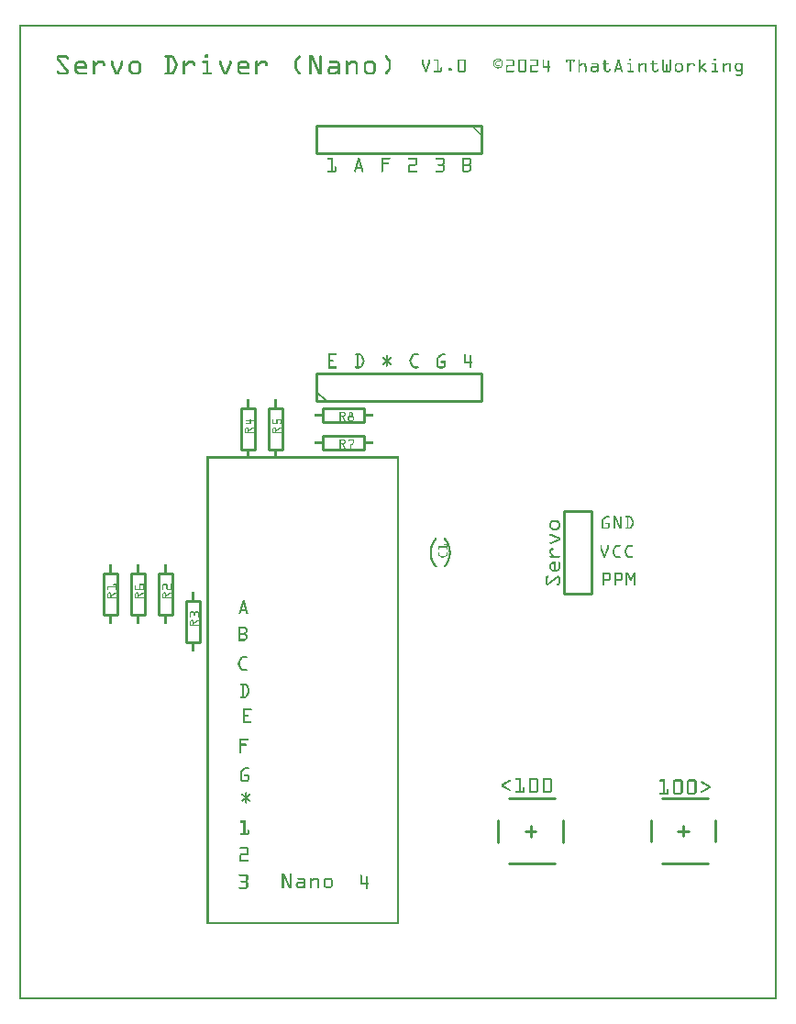
<source format=gto>
G04 MADE WITH FRITZING*
G04 WWW.FRITZING.ORG*
G04 DOUBLE SIDED*
G04 HOLES PLATED*
G04 CONTOUR ON CENTER OF CONTOUR VECTOR*
%ASAXBY*%
%FSLAX23Y23*%
%MOIN*%
%OFA0B0*%
%SFA1.0B1.0*%
%ADD10C,0.010000*%
%ADD11C,0.005000*%
%ADD12R,0.001000X0.001000*%
%LNSILK1*%
G90*
G70*
G54D10*
X2533Y653D02*
X2533Y574D01*
D02*
X2337Y731D02*
X2504Y731D01*
D02*
X2337Y495D02*
X2504Y495D01*
D02*
X2297Y653D02*
X2297Y574D01*
D02*
X2415Y633D02*
X2415Y594D01*
D02*
X2435Y613D02*
X2396Y613D01*
D02*
X1978Y652D02*
X1978Y573D01*
D02*
X1781Y731D02*
X1948Y731D01*
D02*
X1781Y495D02*
X1948Y495D01*
D02*
X1742Y652D02*
X1742Y573D01*
D02*
X1860Y632D02*
X1860Y593D01*
D02*
X1879Y613D02*
X1840Y613D01*
D02*
X1106Y2149D02*
X1256Y2149D01*
D02*
X1256Y2149D02*
X1256Y2099D01*
D02*
X1256Y2099D02*
X1106Y2099D01*
D02*
X1106Y2099D02*
X1106Y2149D01*
D02*
X1106Y2049D02*
X1256Y2049D01*
D02*
X1256Y2049D02*
X1256Y1999D01*
D02*
X1256Y1999D02*
X1106Y1999D01*
D02*
X1106Y1999D02*
X1106Y2049D01*
D02*
X407Y1399D02*
X407Y1549D01*
D02*
X407Y1549D02*
X457Y1549D01*
D02*
X457Y1549D02*
X457Y1399D01*
D02*
X457Y1399D02*
X407Y1399D01*
D02*
X907Y1999D02*
X907Y2149D01*
D02*
X907Y2149D02*
X957Y2149D01*
D02*
X957Y2149D02*
X957Y1999D01*
D02*
X957Y1999D02*
X907Y1999D01*
D02*
X807Y1999D02*
X807Y2149D01*
D02*
X807Y2149D02*
X857Y2149D01*
D02*
X857Y2149D02*
X857Y1999D01*
D02*
X857Y1999D02*
X807Y1999D01*
D02*
X607Y1299D02*
X607Y1449D01*
D02*
X607Y1449D02*
X657Y1449D01*
D02*
X657Y1449D02*
X657Y1299D01*
D02*
X657Y1299D02*
X607Y1299D01*
D02*
X507Y1399D02*
X507Y1549D01*
D02*
X507Y1549D02*
X557Y1549D01*
D02*
X557Y1549D02*
X557Y1399D01*
D02*
X557Y1399D02*
X507Y1399D01*
D02*
X307Y1399D02*
X307Y1549D01*
D02*
X307Y1549D02*
X357Y1549D01*
D02*
X357Y1549D02*
X357Y1399D01*
D02*
X357Y1399D02*
X307Y1399D01*
D02*
X1682Y3174D02*
X1082Y3174D01*
D02*
X1082Y3174D02*
X1082Y3074D01*
D02*
X1082Y3074D02*
X1682Y3074D01*
D02*
X1682Y3074D02*
X1682Y3174D01*
D02*
X1082Y2174D02*
X1682Y2174D01*
D02*
X1682Y2174D02*
X1682Y2274D01*
D02*
X1682Y2274D02*
X1082Y2274D01*
D02*
X1082Y2274D02*
X1082Y2174D01*
G54D11*
D02*
X1117Y2174D02*
X1082Y2209D01*
G54D10*
D02*
X1982Y1774D02*
X1982Y1474D01*
D02*
X1982Y1474D02*
X2082Y1474D01*
D02*
X2082Y1474D02*
X2082Y1774D01*
D02*
X2082Y1774D02*
X1982Y1774D01*
G54D12*
X1Y3543D02*
X2755Y3543D01*
X1Y3542D02*
X2755Y3542D01*
X1Y3541D02*
X2755Y3541D01*
X1Y3540D02*
X2755Y3540D01*
X1Y3539D02*
X2755Y3539D01*
X1Y3538D02*
X2755Y3538D01*
X1Y3537D02*
X2755Y3537D01*
X1Y3536D02*
X2755Y3536D01*
X1Y3535D02*
X8Y3535D01*
X2748Y3535D02*
X2755Y3535D01*
X1Y3534D02*
X8Y3534D01*
X2748Y3534D02*
X2755Y3534D01*
X1Y3533D02*
X8Y3533D01*
X2748Y3533D02*
X2755Y3533D01*
X1Y3532D02*
X8Y3532D01*
X2748Y3532D02*
X2755Y3532D01*
X1Y3531D02*
X8Y3531D01*
X2748Y3531D02*
X2755Y3531D01*
X1Y3530D02*
X8Y3530D01*
X2748Y3530D02*
X2755Y3530D01*
X1Y3529D02*
X8Y3529D01*
X2748Y3529D02*
X2755Y3529D01*
X1Y3528D02*
X8Y3528D01*
X2748Y3528D02*
X2755Y3528D01*
X1Y3527D02*
X8Y3527D01*
X2748Y3527D02*
X2755Y3527D01*
X1Y3526D02*
X8Y3526D01*
X2748Y3526D02*
X2755Y3526D01*
X1Y3525D02*
X8Y3525D01*
X2748Y3525D02*
X2755Y3525D01*
X1Y3524D02*
X8Y3524D01*
X2748Y3524D02*
X2755Y3524D01*
X1Y3523D02*
X8Y3523D01*
X2748Y3523D02*
X2755Y3523D01*
X1Y3522D02*
X8Y3522D01*
X2748Y3522D02*
X2755Y3522D01*
X1Y3521D02*
X8Y3521D01*
X2748Y3521D02*
X2755Y3521D01*
X1Y3520D02*
X8Y3520D01*
X2748Y3520D02*
X2755Y3520D01*
X1Y3519D02*
X8Y3519D01*
X2748Y3519D02*
X2755Y3519D01*
X1Y3518D02*
X8Y3518D01*
X2748Y3518D02*
X2755Y3518D01*
X1Y3517D02*
X8Y3517D01*
X2748Y3517D02*
X2755Y3517D01*
X1Y3516D02*
X8Y3516D01*
X2748Y3516D02*
X2755Y3516D01*
X1Y3515D02*
X8Y3515D01*
X2748Y3515D02*
X2755Y3515D01*
X1Y3514D02*
X8Y3514D01*
X2748Y3514D02*
X2755Y3514D01*
X1Y3513D02*
X8Y3513D01*
X2748Y3513D02*
X2755Y3513D01*
X1Y3512D02*
X8Y3512D01*
X2748Y3512D02*
X2755Y3512D01*
X1Y3511D02*
X8Y3511D01*
X2748Y3511D02*
X2755Y3511D01*
X1Y3510D02*
X8Y3510D01*
X2748Y3510D02*
X2755Y3510D01*
X1Y3509D02*
X8Y3509D01*
X2748Y3509D02*
X2755Y3509D01*
X1Y3508D02*
X8Y3508D01*
X2748Y3508D02*
X2755Y3508D01*
X1Y3507D02*
X8Y3507D01*
X2748Y3507D02*
X2755Y3507D01*
X1Y3506D02*
X8Y3506D01*
X2748Y3506D02*
X2755Y3506D01*
X1Y3505D02*
X8Y3505D01*
X2748Y3505D02*
X2755Y3505D01*
X1Y3504D02*
X8Y3504D01*
X2748Y3504D02*
X2755Y3504D01*
X1Y3503D02*
X8Y3503D01*
X2748Y3503D02*
X2755Y3503D01*
X1Y3502D02*
X8Y3502D01*
X2748Y3502D02*
X2755Y3502D01*
X1Y3501D02*
X8Y3501D01*
X2748Y3501D02*
X2755Y3501D01*
X1Y3500D02*
X8Y3500D01*
X2748Y3500D02*
X2755Y3500D01*
X1Y3499D02*
X8Y3499D01*
X2748Y3499D02*
X2755Y3499D01*
X1Y3498D02*
X8Y3498D01*
X2748Y3498D02*
X2755Y3498D01*
X1Y3497D02*
X8Y3497D01*
X2748Y3497D02*
X2755Y3497D01*
X1Y3496D02*
X8Y3496D01*
X2748Y3496D02*
X2755Y3496D01*
X1Y3495D02*
X8Y3495D01*
X2748Y3495D02*
X2755Y3495D01*
X1Y3494D02*
X8Y3494D01*
X2748Y3494D02*
X2755Y3494D01*
X1Y3493D02*
X8Y3493D01*
X2748Y3493D02*
X2755Y3493D01*
X1Y3492D02*
X8Y3492D01*
X2748Y3492D02*
X2755Y3492D01*
X1Y3491D02*
X8Y3491D01*
X2748Y3491D02*
X2755Y3491D01*
X1Y3490D02*
X8Y3490D01*
X2748Y3490D02*
X2755Y3490D01*
X1Y3489D02*
X8Y3489D01*
X2748Y3489D02*
X2755Y3489D01*
X1Y3488D02*
X8Y3488D01*
X2748Y3488D02*
X2755Y3488D01*
X1Y3487D02*
X8Y3487D01*
X2748Y3487D02*
X2755Y3487D01*
X1Y3486D02*
X8Y3486D01*
X2748Y3486D02*
X2755Y3486D01*
X1Y3485D02*
X8Y3485D01*
X2748Y3485D02*
X2755Y3485D01*
X1Y3484D02*
X8Y3484D01*
X2748Y3484D02*
X2755Y3484D01*
X1Y3483D02*
X8Y3483D01*
X2748Y3483D02*
X2755Y3483D01*
X1Y3482D02*
X8Y3482D01*
X2748Y3482D02*
X2755Y3482D01*
X1Y3481D02*
X8Y3481D01*
X2748Y3481D02*
X2755Y3481D01*
X1Y3480D02*
X8Y3480D01*
X2748Y3480D02*
X2755Y3480D01*
X1Y3479D02*
X8Y3479D01*
X2748Y3479D02*
X2755Y3479D01*
X1Y3478D02*
X8Y3478D01*
X2748Y3478D02*
X2755Y3478D01*
X1Y3477D02*
X8Y3477D01*
X2748Y3477D02*
X2755Y3477D01*
X1Y3476D02*
X8Y3476D01*
X2748Y3476D02*
X2755Y3476D01*
X1Y3475D02*
X8Y3475D01*
X2748Y3475D02*
X2755Y3475D01*
X1Y3474D02*
X8Y3474D01*
X2748Y3474D02*
X2755Y3474D01*
X1Y3473D02*
X8Y3473D01*
X2748Y3473D02*
X2755Y3473D01*
X1Y3472D02*
X8Y3472D01*
X2748Y3472D02*
X2755Y3472D01*
X1Y3471D02*
X8Y3471D01*
X2748Y3471D02*
X2755Y3471D01*
X1Y3470D02*
X8Y3470D01*
X2748Y3470D02*
X2755Y3470D01*
X1Y3469D02*
X8Y3469D01*
X2748Y3469D02*
X2755Y3469D01*
X1Y3468D02*
X8Y3468D01*
X2748Y3468D02*
X2755Y3468D01*
X1Y3467D02*
X8Y3467D01*
X2748Y3467D02*
X2755Y3467D01*
X1Y3466D02*
X8Y3466D01*
X2748Y3466D02*
X2755Y3466D01*
X1Y3465D02*
X8Y3465D01*
X2748Y3465D02*
X2755Y3465D01*
X1Y3464D02*
X8Y3464D01*
X2748Y3464D02*
X2755Y3464D01*
X1Y3463D02*
X8Y3463D01*
X2748Y3463D02*
X2755Y3463D01*
X1Y3462D02*
X8Y3462D01*
X2748Y3462D02*
X2755Y3462D01*
X1Y3461D02*
X8Y3461D01*
X2748Y3461D02*
X2755Y3461D01*
X1Y3460D02*
X8Y3460D01*
X2748Y3460D02*
X2755Y3460D01*
X1Y3459D02*
X8Y3459D01*
X2748Y3459D02*
X2755Y3459D01*
X1Y3458D02*
X8Y3458D01*
X2748Y3458D02*
X2755Y3458D01*
X1Y3457D02*
X8Y3457D01*
X2748Y3457D02*
X2755Y3457D01*
X1Y3456D02*
X8Y3456D01*
X2748Y3456D02*
X2755Y3456D01*
X1Y3455D02*
X8Y3455D01*
X2748Y3455D02*
X2755Y3455D01*
X1Y3454D02*
X8Y3454D01*
X2748Y3454D02*
X2755Y3454D01*
X1Y3453D02*
X8Y3453D01*
X2748Y3453D02*
X2755Y3453D01*
X1Y3452D02*
X8Y3452D01*
X2748Y3452D02*
X2755Y3452D01*
X1Y3451D02*
X8Y3451D01*
X2748Y3451D02*
X2755Y3451D01*
X1Y3450D02*
X8Y3450D01*
X2748Y3450D02*
X2755Y3450D01*
X1Y3449D02*
X8Y3449D01*
X2748Y3449D02*
X2755Y3449D01*
X1Y3448D02*
X8Y3448D01*
X2748Y3448D02*
X2755Y3448D01*
X1Y3447D02*
X8Y3447D01*
X2748Y3447D02*
X2755Y3447D01*
X1Y3446D02*
X8Y3446D01*
X2748Y3446D02*
X2755Y3446D01*
X1Y3445D02*
X8Y3445D01*
X2748Y3445D02*
X2755Y3445D01*
X1Y3444D02*
X8Y3444D01*
X2748Y3444D02*
X2755Y3444D01*
X1Y3443D02*
X8Y3443D01*
X2748Y3443D02*
X2755Y3443D01*
X1Y3442D02*
X8Y3442D01*
X2748Y3442D02*
X2755Y3442D01*
X1Y3441D02*
X8Y3441D01*
X2748Y3441D02*
X2755Y3441D01*
X1Y3440D02*
X8Y3440D01*
X2748Y3440D02*
X2755Y3440D01*
X1Y3439D02*
X8Y3439D01*
X2748Y3439D02*
X2755Y3439D01*
X1Y3438D02*
X8Y3438D01*
X2748Y3438D02*
X2755Y3438D01*
X1Y3437D02*
X8Y3437D01*
X2748Y3437D02*
X2755Y3437D01*
X1Y3436D02*
X8Y3436D01*
X2748Y3436D02*
X2755Y3436D01*
X1Y3435D02*
X8Y3435D01*
X2748Y3435D02*
X2755Y3435D01*
X1Y3434D02*
X8Y3434D01*
X678Y3434D02*
X687Y3434D01*
X2748Y3434D02*
X2755Y3434D01*
X1Y3433D02*
X8Y3433D01*
X677Y3433D02*
X688Y3433D01*
X2748Y3433D02*
X2755Y3433D01*
X1Y3432D02*
X8Y3432D01*
X677Y3432D02*
X689Y3432D01*
X2748Y3432D02*
X2755Y3432D01*
X1Y3431D02*
X8Y3431D01*
X147Y3431D02*
X171Y3431D01*
X534Y3431D02*
X555Y3431D01*
X676Y3431D02*
X689Y3431D01*
X1020Y3431D02*
X1020Y3431D01*
X1058Y3431D02*
X1067Y3431D01*
X1097Y3431D02*
X1097Y3431D01*
X1335Y3431D02*
X1335Y3431D01*
X2748Y3431D02*
X2755Y3431D01*
X1Y3430D02*
X8Y3430D01*
X143Y3430D02*
X175Y3430D01*
X532Y3430D02*
X559Y3430D01*
X676Y3430D02*
X689Y3430D01*
X1018Y3430D02*
X1022Y3430D01*
X1057Y3430D02*
X1068Y3430D01*
X1095Y3430D02*
X1099Y3430D01*
X1332Y3430D02*
X1337Y3430D01*
X2748Y3430D02*
X2755Y3430D01*
X1Y3429D02*
X8Y3429D01*
X142Y3429D02*
X176Y3429D01*
X531Y3429D02*
X560Y3429D01*
X676Y3429D02*
X689Y3429D01*
X1017Y3429D02*
X1023Y3429D01*
X1057Y3429D02*
X1069Y3429D01*
X1094Y3429D02*
X1100Y3429D01*
X1332Y3429D02*
X1338Y3429D01*
X2748Y3429D02*
X2755Y3429D01*
X1Y3428D02*
X8Y3428D01*
X141Y3428D02*
X178Y3428D01*
X530Y3428D02*
X562Y3428D01*
X676Y3428D02*
X689Y3428D01*
X1016Y3428D02*
X1024Y3428D01*
X1057Y3428D02*
X1069Y3428D01*
X1093Y3428D02*
X1101Y3428D01*
X1331Y3428D02*
X1339Y3428D01*
X2748Y3428D02*
X2755Y3428D01*
X1Y3427D02*
X8Y3427D01*
X140Y3427D02*
X179Y3427D01*
X530Y3427D02*
X563Y3427D01*
X676Y3427D02*
X689Y3427D01*
X1015Y3427D02*
X1024Y3427D01*
X1057Y3427D02*
X1070Y3427D01*
X1093Y3427D02*
X1101Y3427D01*
X1331Y3427D02*
X1340Y3427D01*
X2748Y3427D02*
X2755Y3427D01*
X1Y3426D02*
X8Y3426D01*
X139Y3426D02*
X179Y3426D01*
X530Y3426D02*
X564Y3426D01*
X676Y3426D02*
X689Y3426D01*
X1014Y3426D02*
X1024Y3426D01*
X1057Y3426D02*
X1070Y3426D01*
X1093Y3426D02*
X1101Y3426D01*
X1331Y3426D02*
X1341Y3426D01*
X2748Y3426D02*
X2755Y3426D01*
X1Y3425D02*
X8Y3425D01*
X138Y3425D02*
X180Y3425D01*
X530Y3425D02*
X565Y3425D01*
X677Y3425D02*
X689Y3425D01*
X1013Y3425D02*
X1024Y3425D01*
X1057Y3425D02*
X1071Y3425D01*
X1093Y3425D02*
X1101Y3425D01*
X1331Y3425D02*
X1341Y3425D01*
X2748Y3425D02*
X2755Y3425D01*
X1Y3424D02*
X8Y3424D01*
X138Y3424D02*
X181Y3424D01*
X531Y3424D02*
X565Y3424D01*
X677Y3424D02*
X688Y3424D01*
X1013Y3424D02*
X1023Y3424D01*
X1057Y3424D02*
X1071Y3424D01*
X1093Y3424D02*
X1101Y3424D01*
X1332Y3424D02*
X1342Y3424D01*
X2748Y3424D02*
X2755Y3424D01*
X1Y3423D02*
X8Y3423D01*
X138Y3423D02*
X181Y3423D01*
X532Y3423D02*
X566Y3423D01*
X678Y3423D02*
X687Y3423D01*
X1012Y3423D02*
X1023Y3423D01*
X1057Y3423D02*
X1071Y3423D01*
X1093Y3423D02*
X1101Y3423D01*
X1332Y3423D02*
X1343Y3423D01*
X2748Y3423D02*
X2755Y3423D01*
X1Y3422D02*
X8Y3422D01*
X138Y3422D02*
X181Y3422D01*
X534Y3422D02*
X566Y3422D01*
X681Y3422D02*
X685Y3422D01*
X1011Y3422D02*
X1022Y3422D01*
X1057Y3422D02*
X1072Y3422D01*
X1093Y3422D02*
X1101Y3422D01*
X1333Y3422D02*
X1344Y3422D01*
X2748Y3422D02*
X2755Y3422D01*
X1Y3421D02*
X8Y3421D01*
X138Y3421D02*
X146Y3421D01*
X173Y3421D02*
X182Y3421D01*
X539Y3421D02*
X547Y3421D01*
X557Y3421D02*
X567Y3421D01*
X1010Y3421D02*
X1021Y3421D01*
X1057Y3421D02*
X1072Y3421D01*
X1093Y3421D02*
X1101Y3421D01*
X1334Y3421D02*
X1345Y3421D01*
X2748Y3421D02*
X2755Y3421D01*
X1Y3420D02*
X8Y3420D01*
X138Y3420D02*
X146Y3420D01*
X173Y3420D02*
X182Y3420D01*
X539Y3420D02*
X547Y3420D01*
X558Y3420D02*
X567Y3420D01*
X1010Y3420D02*
X1020Y3420D01*
X1057Y3420D02*
X1073Y3420D01*
X1093Y3420D02*
X1101Y3420D01*
X1335Y3420D02*
X1345Y3420D01*
X2748Y3420D02*
X2755Y3420D01*
X1Y3419D02*
X8Y3419D01*
X138Y3419D02*
X147Y3419D01*
X174Y3419D02*
X182Y3419D01*
X539Y3419D02*
X547Y3419D01*
X558Y3419D02*
X568Y3419D01*
X1009Y3419D02*
X1020Y3419D01*
X1057Y3419D02*
X1073Y3419D01*
X1093Y3419D02*
X1101Y3419D01*
X1335Y3419D02*
X1346Y3419D01*
X2220Y3419D02*
X2224Y3419D01*
X2526Y3419D02*
X2531Y3419D01*
X2748Y3419D02*
X2755Y3419D01*
X1Y3418D02*
X8Y3418D01*
X138Y3418D02*
X148Y3418D01*
X174Y3418D02*
X182Y3418D01*
X539Y3418D02*
X547Y3418D01*
X559Y3418D02*
X568Y3418D01*
X1008Y3418D02*
X1019Y3418D01*
X1057Y3418D02*
X1074Y3418D01*
X1093Y3418D02*
X1101Y3418D01*
X1336Y3418D02*
X1347Y3418D01*
X2219Y3418D02*
X2226Y3418D01*
X2525Y3418D02*
X2532Y3418D01*
X2748Y3418D02*
X2755Y3418D01*
X1Y3417D02*
X8Y3417D01*
X138Y3417D02*
X148Y3417D01*
X174Y3417D02*
X181Y3417D01*
X539Y3417D02*
X547Y3417D01*
X559Y3417D02*
X569Y3417D01*
X1007Y3417D02*
X1018Y3417D01*
X1057Y3417D02*
X1074Y3417D01*
X1093Y3417D02*
X1101Y3417D01*
X1337Y3417D02*
X1348Y3417D01*
X1734Y3417D02*
X1750Y3417D01*
X2218Y3417D02*
X2226Y3417D01*
X2525Y3417D02*
X2533Y3417D01*
X2748Y3417D02*
X2755Y3417D01*
X1Y3416D02*
X8Y3416D01*
X139Y3416D02*
X149Y3416D01*
X175Y3416D02*
X181Y3416D01*
X539Y3416D02*
X547Y3416D01*
X560Y3416D02*
X569Y3416D01*
X1006Y3416D02*
X1017Y3416D01*
X1057Y3416D02*
X1074Y3416D01*
X1093Y3416D02*
X1101Y3416D01*
X1338Y3416D02*
X1348Y3416D01*
X1466Y3416D02*
X1469Y3416D01*
X1490Y3416D02*
X1493Y3416D01*
X1510Y3416D02*
X1526Y3416D01*
X1600Y3416D02*
X1622Y3416D01*
X1733Y3416D02*
X1752Y3416D01*
X1772Y3416D02*
X1797Y3416D01*
X1818Y3416D02*
X1841Y3416D01*
X1860Y3416D02*
X1885Y3416D01*
X1905Y3416D02*
X1908Y3416D01*
X1991Y3416D02*
X2019Y3416D01*
X2035Y3416D02*
X2038Y3416D01*
X2178Y3416D02*
X2181Y3416D01*
X2218Y3416D02*
X2226Y3416D01*
X2340Y3416D02*
X2343Y3416D01*
X2367Y3416D02*
X2370Y3416D01*
X2473Y3416D02*
X2476Y3416D01*
X2525Y3416D02*
X2533Y3416D01*
X2748Y3416D02*
X2755Y3416D01*
X1Y3415D02*
X8Y3415D01*
X139Y3415D02*
X150Y3415D01*
X176Y3415D02*
X180Y3415D01*
X539Y3415D02*
X547Y3415D01*
X560Y3415D02*
X570Y3415D01*
X1006Y3415D02*
X1016Y3415D01*
X1057Y3415D02*
X1075Y3415D01*
X1093Y3415D02*
X1101Y3415D01*
X1338Y3415D02*
X1349Y3415D01*
X1465Y3415D02*
X1470Y3415D01*
X1489Y3415D02*
X1494Y3415D01*
X1509Y3415D02*
X1526Y3415D01*
X1598Y3415D02*
X1623Y3415D01*
X1731Y3415D02*
X1753Y3415D01*
X1772Y3415D02*
X1799Y3415D01*
X1817Y3415D02*
X1842Y3415D01*
X1859Y3415D02*
X1886Y3415D01*
X1904Y3415D02*
X1909Y3415D01*
X1990Y3415D02*
X2020Y3415D01*
X2034Y3415D02*
X2039Y3415D01*
X2178Y3415D02*
X2182Y3415D01*
X2218Y3415D02*
X2226Y3415D01*
X2339Y3415D02*
X2344Y3415D01*
X2366Y3415D02*
X2371Y3415D01*
X2472Y3415D02*
X2476Y3415D01*
X2525Y3415D02*
X2533Y3415D01*
X2748Y3415D02*
X2755Y3415D01*
X1Y3414D02*
X8Y3414D01*
X140Y3414D02*
X151Y3414D01*
X539Y3414D02*
X547Y3414D01*
X561Y3414D02*
X570Y3414D01*
X1005Y3414D02*
X1016Y3414D01*
X1057Y3414D02*
X1075Y3414D01*
X1093Y3414D02*
X1101Y3414D01*
X1339Y3414D02*
X1350Y3414D01*
X1465Y3414D02*
X1470Y3414D01*
X1489Y3414D02*
X1494Y3414D01*
X1509Y3414D02*
X1526Y3414D01*
X1597Y3414D02*
X1624Y3414D01*
X1730Y3414D02*
X1735Y3414D01*
X1750Y3414D02*
X1754Y3414D01*
X1771Y3414D02*
X1799Y3414D01*
X1816Y3414D02*
X1843Y3414D01*
X1859Y3414D02*
X1887Y3414D01*
X1904Y3414D02*
X1909Y3414D01*
X1990Y3414D02*
X2020Y3414D01*
X2034Y3414D02*
X2039Y3414D01*
X2130Y3414D02*
X2131Y3414D01*
X2177Y3414D02*
X2183Y3414D01*
X2218Y3414D02*
X2226Y3414D01*
X2305Y3414D02*
X2306Y3414D01*
X2339Y3414D02*
X2344Y3414D01*
X2366Y3414D02*
X2371Y3414D01*
X2472Y3414D02*
X2477Y3414D01*
X2525Y3414D02*
X2533Y3414D01*
X2748Y3414D02*
X2755Y3414D01*
X1Y3413D02*
X8Y3413D01*
X141Y3413D02*
X152Y3413D01*
X539Y3413D02*
X547Y3413D01*
X562Y3413D02*
X571Y3413D01*
X1004Y3413D02*
X1015Y3413D01*
X1057Y3413D02*
X1065Y3413D01*
X1067Y3413D02*
X1076Y3413D01*
X1093Y3413D02*
X1101Y3413D01*
X1340Y3413D02*
X1350Y3413D01*
X1465Y3413D02*
X1470Y3413D01*
X1489Y3413D02*
X1494Y3413D01*
X1509Y3413D02*
X1526Y3413D01*
X1597Y3413D02*
X1625Y3413D01*
X1729Y3413D02*
X1734Y3413D01*
X1751Y3413D02*
X1755Y3413D01*
X1772Y3413D02*
X1800Y3413D01*
X1816Y3413D02*
X1844Y3413D01*
X1859Y3413D02*
X1888Y3413D01*
X1904Y3413D02*
X1909Y3413D01*
X1990Y3413D02*
X2020Y3413D01*
X2034Y3413D02*
X2039Y3413D01*
X2128Y3413D02*
X2132Y3413D01*
X2177Y3413D02*
X2183Y3413D01*
X2218Y3413D02*
X2226Y3413D01*
X2303Y3413D02*
X2307Y3413D01*
X2339Y3413D02*
X2344Y3413D01*
X2366Y3413D02*
X2371Y3413D01*
X2472Y3413D02*
X2477Y3413D01*
X2525Y3413D02*
X2532Y3413D01*
X2748Y3413D02*
X2755Y3413D01*
X1Y3412D02*
X8Y3412D01*
X142Y3412D02*
X152Y3412D01*
X539Y3412D02*
X547Y3412D01*
X562Y3412D02*
X571Y3412D01*
X1004Y3412D02*
X1014Y3412D01*
X1057Y3412D02*
X1065Y3412D01*
X1067Y3412D02*
X1076Y3412D01*
X1093Y3412D02*
X1101Y3412D01*
X1341Y3412D02*
X1351Y3412D01*
X1465Y3412D02*
X1470Y3412D01*
X1489Y3412D02*
X1494Y3412D01*
X1509Y3412D02*
X1526Y3412D01*
X1596Y3412D02*
X1625Y3412D01*
X1728Y3412D02*
X1732Y3412D01*
X1753Y3412D02*
X1756Y3412D01*
X1772Y3412D02*
X1800Y3412D01*
X1815Y3412D02*
X1844Y3412D01*
X1860Y3412D02*
X1888Y3412D01*
X1904Y3412D02*
X1909Y3412D01*
X1990Y3412D02*
X2020Y3412D01*
X2034Y3412D02*
X2039Y3412D01*
X2128Y3412D02*
X2132Y3412D01*
X2177Y3412D02*
X2183Y3412D01*
X2219Y3412D02*
X2226Y3412D01*
X2303Y3412D02*
X2308Y3412D01*
X2339Y3412D02*
X2344Y3412D01*
X2366Y3412D02*
X2371Y3412D01*
X2472Y3412D02*
X2477Y3412D01*
X2525Y3412D02*
X2532Y3412D01*
X2748Y3412D02*
X2755Y3412D01*
X1Y3411D02*
X8Y3411D01*
X142Y3411D02*
X153Y3411D01*
X216Y3411D02*
X235Y3411D01*
X271Y3411D02*
X275Y3411D01*
X289Y3411D02*
X305Y3411D01*
X337Y3411D02*
X341Y3411D01*
X373Y3411D02*
X377Y3411D01*
X413Y3411D02*
X432Y3411D01*
X539Y3411D02*
X547Y3411D01*
X563Y3411D02*
X572Y3411D01*
X599Y3411D02*
X603Y3411D01*
X617Y3411D02*
X633Y3411D01*
X669Y3411D02*
X687Y3411D01*
X731Y3411D02*
X735Y3411D01*
X767Y3411D02*
X771Y3411D01*
X807Y3411D02*
X826Y3411D01*
X862Y3411D02*
X866Y3411D01*
X880Y3411D02*
X896Y3411D01*
X1004Y3411D02*
X1013Y3411D01*
X1057Y3411D02*
X1065Y3411D01*
X1068Y3411D02*
X1077Y3411D01*
X1093Y3411D02*
X1101Y3411D01*
X1131Y3411D02*
X1157Y3411D01*
X1191Y3411D02*
X1195Y3411D01*
X1209Y3411D02*
X1223Y3411D01*
X1266Y3411D02*
X1285Y3411D01*
X1342Y3411D02*
X1351Y3411D01*
X1465Y3411D02*
X1470Y3411D01*
X1489Y3411D02*
X1494Y3411D01*
X1510Y3411D02*
X1526Y3411D01*
X1596Y3411D02*
X1625Y3411D01*
X1728Y3411D02*
X1731Y3411D01*
X1739Y3411D02*
X1749Y3411D01*
X1753Y3411D02*
X1756Y3411D01*
X1773Y3411D02*
X1800Y3411D01*
X1815Y3411D02*
X1844Y3411D01*
X1861Y3411D02*
X1888Y3411D01*
X1904Y3411D02*
X1909Y3411D01*
X1923Y3411D02*
X1926Y3411D01*
X1990Y3411D02*
X2020Y3411D01*
X2034Y3411D02*
X2039Y3411D01*
X2128Y3411D02*
X2133Y3411D01*
X2176Y3411D02*
X2183Y3411D01*
X2220Y3411D02*
X2224Y3411D01*
X2303Y3411D02*
X2308Y3411D01*
X2339Y3411D02*
X2344Y3411D01*
X2366Y3411D02*
X2371Y3411D01*
X2472Y3411D02*
X2477Y3411D01*
X2526Y3411D02*
X2531Y3411D01*
X2748Y3411D02*
X2755Y3411D01*
X1Y3410D02*
X8Y3410D01*
X143Y3410D02*
X154Y3410D01*
X214Y3410D02*
X237Y3410D01*
X270Y3410D02*
X276Y3410D01*
X287Y3410D02*
X307Y3410D01*
X336Y3410D02*
X342Y3410D01*
X372Y3410D02*
X378Y3410D01*
X411Y3410D02*
X434Y3410D01*
X539Y3410D02*
X547Y3410D01*
X563Y3410D02*
X572Y3410D01*
X598Y3410D02*
X604Y3410D01*
X616Y3410D02*
X636Y3410D01*
X668Y3410D02*
X688Y3410D01*
X730Y3410D02*
X736Y3410D01*
X766Y3410D02*
X772Y3410D01*
X805Y3410D02*
X828Y3410D01*
X861Y3410D02*
X867Y3410D01*
X878Y3410D02*
X898Y3410D01*
X1003Y3410D02*
X1012Y3410D01*
X1057Y3410D02*
X1065Y3410D01*
X1068Y3410D02*
X1077Y3410D01*
X1093Y3410D02*
X1101Y3410D01*
X1130Y3410D02*
X1159Y3410D01*
X1190Y3410D02*
X1196Y3410D01*
X1207Y3410D02*
X1225Y3410D01*
X1264Y3410D02*
X1288Y3410D01*
X1342Y3410D02*
X1352Y3410D01*
X1465Y3410D02*
X1470Y3410D01*
X1489Y3410D02*
X1494Y3410D01*
X1521Y3410D02*
X1526Y3410D01*
X1596Y3410D02*
X1601Y3410D01*
X1620Y3410D02*
X1625Y3410D01*
X1727Y3410D02*
X1731Y3410D01*
X1738Y3410D02*
X1750Y3410D01*
X1754Y3410D02*
X1757Y3410D01*
X1795Y3410D02*
X1801Y3410D01*
X1815Y3410D02*
X1820Y3410D01*
X1839Y3410D02*
X1844Y3410D01*
X1883Y3410D02*
X1888Y3410D01*
X1904Y3410D02*
X1909Y3410D01*
X1922Y3410D02*
X1927Y3410D01*
X1990Y3410D02*
X1995Y3410D01*
X2002Y3410D02*
X2007Y3410D01*
X2015Y3410D02*
X2020Y3410D01*
X2034Y3410D02*
X2039Y3410D01*
X2127Y3410D02*
X2133Y3410D01*
X2176Y3410D02*
X2184Y3410D01*
X2303Y3410D02*
X2308Y3410D01*
X2339Y3410D02*
X2344Y3410D01*
X2366Y3410D02*
X2371Y3410D01*
X2472Y3410D02*
X2477Y3410D01*
X2748Y3410D02*
X2755Y3410D01*
X1Y3409D02*
X8Y3409D01*
X144Y3409D02*
X155Y3409D01*
X212Y3409D02*
X239Y3409D01*
X269Y3409D02*
X277Y3409D01*
X286Y3409D02*
X309Y3409D01*
X335Y3409D02*
X342Y3409D01*
X371Y3409D02*
X378Y3409D01*
X409Y3409D02*
X436Y3409D01*
X539Y3409D02*
X547Y3409D01*
X564Y3409D02*
X573Y3409D01*
X598Y3409D02*
X605Y3409D01*
X615Y3409D02*
X637Y3409D01*
X668Y3409D02*
X689Y3409D01*
X729Y3409D02*
X736Y3409D01*
X765Y3409D02*
X772Y3409D01*
X803Y3409D02*
X830Y3409D01*
X860Y3409D02*
X867Y3409D01*
X877Y3409D02*
X900Y3409D01*
X1003Y3409D02*
X1012Y3409D01*
X1057Y3409D02*
X1065Y3409D01*
X1068Y3409D02*
X1078Y3409D01*
X1093Y3409D02*
X1101Y3409D01*
X1129Y3409D02*
X1161Y3409D01*
X1189Y3409D02*
X1197Y3409D01*
X1206Y3409D02*
X1227Y3409D01*
X1262Y3409D02*
X1290Y3409D01*
X1343Y3409D02*
X1352Y3409D01*
X1465Y3409D02*
X1470Y3409D01*
X1489Y3409D02*
X1494Y3409D01*
X1521Y3409D02*
X1526Y3409D01*
X1596Y3409D02*
X1601Y3409D01*
X1620Y3409D02*
X1625Y3409D01*
X1727Y3409D02*
X1730Y3409D01*
X1736Y3409D02*
X1750Y3409D01*
X1755Y3409D02*
X1757Y3409D01*
X1795Y3409D02*
X1801Y3409D01*
X1815Y3409D02*
X1820Y3409D01*
X1839Y3409D02*
X1844Y3409D01*
X1883Y3409D02*
X1888Y3409D01*
X1904Y3409D02*
X1909Y3409D01*
X1922Y3409D02*
X1927Y3409D01*
X1990Y3409D02*
X1995Y3409D01*
X2002Y3409D02*
X2007Y3409D01*
X2015Y3409D02*
X2020Y3409D01*
X2034Y3409D02*
X2039Y3409D01*
X2127Y3409D02*
X2133Y3409D01*
X2176Y3409D02*
X2184Y3409D01*
X2303Y3409D02*
X2308Y3409D01*
X2339Y3409D02*
X2344Y3409D01*
X2366Y3409D02*
X2371Y3409D01*
X2472Y3409D02*
X2477Y3409D01*
X2748Y3409D02*
X2755Y3409D01*
X1Y3408D02*
X8Y3408D01*
X145Y3408D02*
X155Y3408D01*
X210Y3408D02*
X240Y3408D01*
X269Y3408D02*
X277Y3408D01*
X285Y3408D02*
X310Y3408D01*
X335Y3408D02*
X343Y3408D01*
X371Y3408D02*
X379Y3408D01*
X407Y3408D02*
X437Y3408D01*
X539Y3408D02*
X547Y3408D01*
X564Y3408D02*
X573Y3408D01*
X597Y3408D02*
X605Y3408D01*
X613Y3408D02*
X638Y3408D01*
X667Y3408D02*
X689Y3408D01*
X729Y3408D02*
X737Y3408D01*
X765Y3408D02*
X773Y3408D01*
X801Y3408D02*
X831Y3408D01*
X860Y3408D02*
X868Y3408D01*
X876Y3408D02*
X901Y3408D01*
X1003Y3408D02*
X1011Y3408D01*
X1057Y3408D02*
X1065Y3408D01*
X1069Y3408D02*
X1078Y3408D01*
X1093Y3408D02*
X1101Y3408D01*
X1129Y3408D02*
X1162Y3408D01*
X1189Y3408D02*
X1197Y3408D01*
X1204Y3408D02*
X1228Y3408D01*
X1261Y3408D02*
X1291Y3408D01*
X1344Y3408D02*
X1352Y3408D01*
X1465Y3408D02*
X1470Y3408D01*
X1489Y3408D02*
X1494Y3408D01*
X1521Y3408D02*
X1526Y3408D01*
X1596Y3408D02*
X1601Y3408D01*
X1620Y3408D02*
X1625Y3408D01*
X1727Y3408D02*
X1729Y3408D01*
X1735Y3408D02*
X1749Y3408D01*
X1755Y3408D02*
X1758Y3408D01*
X1795Y3408D02*
X1801Y3408D01*
X1815Y3408D02*
X1820Y3408D01*
X1839Y3408D02*
X1844Y3408D01*
X1883Y3408D02*
X1888Y3408D01*
X1904Y3408D02*
X1909Y3408D01*
X1922Y3408D02*
X1927Y3408D01*
X1990Y3408D02*
X1994Y3408D01*
X2002Y3408D02*
X2007Y3408D01*
X2015Y3408D02*
X2020Y3408D01*
X2034Y3408D02*
X2039Y3408D01*
X2127Y3408D02*
X2133Y3408D01*
X2176Y3408D02*
X2184Y3408D01*
X2303Y3408D02*
X2308Y3408D01*
X2339Y3408D02*
X2344Y3408D01*
X2366Y3408D02*
X2371Y3408D01*
X2472Y3408D02*
X2477Y3408D01*
X2748Y3408D02*
X2755Y3408D01*
X1Y3407D02*
X8Y3407D01*
X145Y3407D02*
X156Y3407D01*
X209Y3407D02*
X242Y3407D01*
X269Y3407D02*
X277Y3407D01*
X284Y3407D02*
X311Y3407D01*
X335Y3407D02*
X343Y3407D01*
X371Y3407D02*
X379Y3407D01*
X406Y3407D02*
X438Y3407D01*
X539Y3407D02*
X547Y3407D01*
X565Y3407D02*
X574Y3407D01*
X597Y3407D02*
X605Y3407D01*
X612Y3407D02*
X639Y3407D01*
X667Y3407D02*
X689Y3407D01*
X729Y3407D02*
X737Y3407D01*
X765Y3407D02*
X773Y3407D01*
X800Y3407D02*
X832Y3407D01*
X860Y3407D02*
X868Y3407D01*
X875Y3407D02*
X902Y3407D01*
X1003Y3407D02*
X1011Y3407D01*
X1057Y3407D02*
X1065Y3407D01*
X1069Y3407D02*
X1078Y3407D01*
X1093Y3407D02*
X1101Y3407D01*
X1129Y3407D02*
X1163Y3407D01*
X1189Y3407D02*
X1197Y3407D01*
X1202Y3407D02*
X1229Y3407D01*
X1260Y3407D02*
X1292Y3407D01*
X1344Y3407D02*
X1352Y3407D01*
X1465Y3407D02*
X1470Y3407D01*
X1489Y3407D02*
X1494Y3407D01*
X1521Y3407D02*
X1526Y3407D01*
X1596Y3407D02*
X1601Y3407D01*
X1620Y3407D02*
X1625Y3407D01*
X1727Y3407D02*
X1729Y3407D01*
X1734Y3407D02*
X1739Y3407D01*
X1755Y3407D02*
X1758Y3407D01*
X1795Y3407D02*
X1801Y3407D01*
X1815Y3407D02*
X1820Y3407D01*
X1839Y3407D02*
X1844Y3407D01*
X1883Y3407D02*
X1888Y3407D01*
X1904Y3407D02*
X1909Y3407D01*
X1922Y3407D02*
X1927Y3407D01*
X1990Y3407D02*
X1994Y3407D01*
X2002Y3407D02*
X2007Y3407D01*
X2015Y3407D02*
X2019Y3407D01*
X2034Y3407D02*
X2039Y3407D01*
X2127Y3407D02*
X2133Y3407D01*
X2175Y3407D02*
X2185Y3407D01*
X2303Y3407D02*
X2308Y3407D01*
X2339Y3407D02*
X2344Y3407D01*
X2366Y3407D02*
X2371Y3407D01*
X2472Y3407D02*
X2477Y3407D01*
X2748Y3407D02*
X2755Y3407D01*
X1Y3406D02*
X8Y3406D01*
X146Y3406D02*
X157Y3406D01*
X208Y3406D02*
X243Y3406D01*
X269Y3406D02*
X277Y3406D01*
X283Y3406D02*
X311Y3406D01*
X335Y3406D02*
X343Y3406D01*
X370Y3406D02*
X379Y3406D01*
X405Y3406D02*
X440Y3406D01*
X539Y3406D02*
X547Y3406D01*
X565Y3406D02*
X574Y3406D01*
X597Y3406D02*
X605Y3406D01*
X611Y3406D02*
X640Y3406D01*
X668Y3406D02*
X689Y3406D01*
X729Y3406D02*
X737Y3406D01*
X764Y3406D02*
X773Y3406D01*
X799Y3406D02*
X833Y3406D01*
X860Y3406D02*
X868Y3406D01*
X874Y3406D02*
X902Y3406D01*
X1002Y3406D02*
X1011Y3406D01*
X1057Y3406D02*
X1065Y3406D01*
X1070Y3406D02*
X1079Y3406D01*
X1093Y3406D02*
X1101Y3406D01*
X1129Y3406D02*
X1164Y3406D01*
X1189Y3406D02*
X1197Y3406D01*
X1201Y3406D02*
X1230Y3406D01*
X1259Y3406D02*
X1293Y3406D01*
X1344Y3406D02*
X1352Y3406D01*
X1465Y3406D02*
X1470Y3406D01*
X1489Y3406D02*
X1494Y3406D01*
X1521Y3406D02*
X1526Y3406D01*
X1596Y3406D02*
X1601Y3406D01*
X1620Y3406D02*
X1625Y3406D01*
X1726Y3406D02*
X1729Y3406D01*
X1734Y3406D02*
X1737Y3406D01*
X1755Y3406D02*
X1758Y3406D01*
X1795Y3406D02*
X1801Y3406D01*
X1815Y3406D02*
X1820Y3406D01*
X1839Y3406D02*
X1844Y3406D01*
X1883Y3406D02*
X1888Y3406D01*
X1904Y3406D02*
X1909Y3406D01*
X1922Y3406D02*
X1927Y3406D01*
X1991Y3406D02*
X1993Y3406D01*
X2002Y3406D02*
X2007Y3406D01*
X2016Y3406D02*
X2018Y3406D01*
X2034Y3406D02*
X2039Y3406D01*
X2127Y3406D02*
X2133Y3406D01*
X2175Y3406D02*
X2185Y3406D01*
X2303Y3406D02*
X2308Y3406D01*
X2339Y3406D02*
X2344Y3406D01*
X2366Y3406D02*
X2371Y3406D01*
X2472Y3406D02*
X2477Y3406D01*
X2748Y3406D02*
X2755Y3406D01*
X1Y3405D02*
X8Y3405D01*
X147Y3405D02*
X158Y3405D01*
X207Y3405D02*
X243Y3405D01*
X269Y3405D02*
X277Y3405D01*
X282Y3405D02*
X312Y3405D01*
X335Y3405D02*
X343Y3405D01*
X370Y3405D02*
X379Y3405D01*
X404Y3405D02*
X440Y3405D01*
X539Y3405D02*
X547Y3405D01*
X566Y3405D02*
X575Y3405D01*
X597Y3405D02*
X605Y3405D01*
X610Y3405D02*
X640Y3405D01*
X668Y3405D02*
X689Y3405D01*
X729Y3405D02*
X737Y3405D01*
X764Y3405D02*
X773Y3405D01*
X798Y3405D02*
X834Y3405D01*
X860Y3405D02*
X868Y3405D01*
X873Y3405D02*
X903Y3405D01*
X1002Y3405D02*
X1011Y3405D01*
X1057Y3405D02*
X1065Y3405D01*
X1070Y3405D02*
X1079Y3405D01*
X1093Y3405D02*
X1101Y3405D01*
X1130Y3405D02*
X1165Y3405D01*
X1189Y3405D02*
X1197Y3405D01*
X1199Y3405D02*
X1230Y3405D01*
X1258Y3405D02*
X1294Y3405D01*
X1344Y3405D02*
X1352Y3405D01*
X1465Y3405D02*
X1470Y3405D01*
X1489Y3405D02*
X1494Y3405D01*
X1521Y3405D02*
X1526Y3405D01*
X1596Y3405D02*
X1601Y3405D01*
X1620Y3405D02*
X1625Y3405D01*
X1726Y3405D02*
X1729Y3405D01*
X1733Y3405D02*
X1736Y3405D01*
X1755Y3405D02*
X1758Y3405D01*
X1795Y3405D02*
X1801Y3405D01*
X1815Y3405D02*
X1820Y3405D01*
X1839Y3405D02*
X1844Y3405D01*
X1883Y3405D02*
X1888Y3405D01*
X1904Y3405D02*
X1909Y3405D01*
X1922Y3405D02*
X1927Y3405D01*
X2002Y3405D02*
X2007Y3405D01*
X2034Y3405D02*
X2039Y3405D01*
X2127Y3405D02*
X2133Y3405D01*
X2175Y3405D02*
X2185Y3405D01*
X2303Y3405D02*
X2308Y3405D01*
X2339Y3405D02*
X2344Y3405D01*
X2366Y3405D02*
X2371Y3405D01*
X2472Y3405D02*
X2477Y3405D01*
X2748Y3405D02*
X2755Y3405D01*
X1Y3404D02*
X8Y3404D01*
X148Y3404D02*
X159Y3404D01*
X207Y3404D02*
X244Y3404D01*
X269Y3404D02*
X277Y3404D01*
X280Y3404D02*
X312Y3404D01*
X335Y3404D02*
X343Y3404D01*
X370Y3404D02*
X379Y3404D01*
X404Y3404D02*
X441Y3404D01*
X539Y3404D02*
X547Y3404D01*
X566Y3404D02*
X575Y3404D01*
X597Y3404D02*
X605Y3404D01*
X609Y3404D02*
X641Y3404D01*
X669Y3404D02*
X689Y3404D01*
X729Y3404D02*
X737Y3404D01*
X764Y3404D02*
X773Y3404D01*
X797Y3404D02*
X835Y3404D01*
X860Y3404D02*
X868Y3404D01*
X871Y3404D02*
X903Y3404D01*
X1002Y3404D02*
X1011Y3404D01*
X1057Y3404D02*
X1065Y3404D01*
X1071Y3404D02*
X1080Y3404D01*
X1093Y3404D02*
X1101Y3404D01*
X1130Y3404D02*
X1165Y3404D01*
X1189Y3404D02*
X1231Y3404D01*
X1257Y3404D02*
X1295Y3404D01*
X1344Y3404D02*
X1352Y3404D01*
X1465Y3404D02*
X1470Y3404D01*
X1489Y3404D02*
X1494Y3404D01*
X1521Y3404D02*
X1526Y3404D01*
X1596Y3404D02*
X1601Y3404D01*
X1620Y3404D02*
X1625Y3404D01*
X1726Y3404D02*
X1729Y3404D01*
X1733Y3404D02*
X1736Y3404D01*
X1755Y3404D02*
X1758Y3404D01*
X1795Y3404D02*
X1801Y3404D01*
X1815Y3404D02*
X1820Y3404D01*
X1839Y3404D02*
X1844Y3404D01*
X1883Y3404D02*
X1888Y3404D01*
X1904Y3404D02*
X1909Y3404D01*
X1922Y3404D02*
X1927Y3404D01*
X2002Y3404D02*
X2007Y3404D01*
X2034Y3404D02*
X2039Y3404D01*
X2127Y3404D02*
X2133Y3404D01*
X2174Y3404D02*
X2185Y3404D01*
X2302Y3404D02*
X2308Y3404D01*
X2339Y3404D02*
X2344Y3404D01*
X2366Y3404D02*
X2371Y3404D01*
X2472Y3404D02*
X2477Y3404D01*
X2748Y3404D02*
X2755Y3404D01*
X1Y3403D02*
X8Y3403D01*
X149Y3403D02*
X159Y3403D01*
X206Y3403D02*
X245Y3403D01*
X269Y3403D02*
X277Y3403D01*
X279Y3403D02*
X313Y3403D01*
X335Y3403D02*
X343Y3403D01*
X371Y3403D02*
X379Y3403D01*
X403Y3403D02*
X442Y3403D01*
X539Y3403D02*
X547Y3403D01*
X567Y3403D02*
X576Y3403D01*
X597Y3403D02*
X605Y3403D01*
X608Y3403D02*
X641Y3403D01*
X670Y3403D02*
X689Y3403D01*
X729Y3403D02*
X737Y3403D01*
X765Y3403D02*
X773Y3403D01*
X797Y3403D02*
X836Y3403D01*
X860Y3403D02*
X868Y3403D01*
X870Y3403D02*
X904Y3403D01*
X1002Y3403D02*
X1011Y3403D01*
X1057Y3403D02*
X1065Y3403D01*
X1071Y3403D02*
X1080Y3403D01*
X1093Y3403D02*
X1101Y3403D01*
X1133Y3403D02*
X1166Y3403D01*
X1189Y3403D02*
X1231Y3403D01*
X1256Y3403D02*
X1296Y3403D01*
X1344Y3403D02*
X1352Y3403D01*
X1465Y3403D02*
X1470Y3403D01*
X1489Y3403D02*
X1494Y3403D01*
X1521Y3403D02*
X1526Y3403D01*
X1596Y3403D02*
X1601Y3403D01*
X1620Y3403D02*
X1625Y3403D01*
X1726Y3403D02*
X1729Y3403D01*
X1733Y3403D02*
X1735Y3403D01*
X1755Y3403D02*
X1758Y3403D01*
X1795Y3403D02*
X1801Y3403D01*
X1815Y3403D02*
X1820Y3403D01*
X1839Y3403D02*
X1844Y3403D01*
X1883Y3403D02*
X1888Y3403D01*
X1904Y3403D02*
X1909Y3403D01*
X1922Y3403D02*
X1927Y3403D01*
X2002Y3403D02*
X2007Y3403D01*
X2034Y3403D02*
X2039Y3403D01*
X2047Y3403D02*
X2057Y3403D01*
X2083Y3403D02*
X2101Y3403D01*
X2122Y3403D02*
X2145Y3403D01*
X2174Y3403D02*
X2186Y3403D01*
X2213Y3403D02*
X2225Y3403D01*
X2254Y3403D02*
X2258Y3403D01*
X2266Y3403D02*
X2277Y3403D01*
X2298Y3403D02*
X2320Y3403D01*
X2339Y3403D02*
X2344Y3403D01*
X2366Y3403D02*
X2371Y3403D01*
X2392Y3403D02*
X2406Y3403D01*
X2429Y3403D02*
X2432Y3403D01*
X2441Y3403D02*
X2453Y3403D01*
X2472Y3403D02*
X2477Y3403D01*
X2494Y3403D02*
X2497Y3403D01*
X2519Y3403D02*
X2532Y3403D01*
X2561Y3403D02*
X2564Y3403D01*
X2573Y3403D02*
X2583Y3403D01*
X2610Y3403D02*
X2622Y3403D01*
X2628Y3403D02*
X2631Y3403D01*
X2748Y3403D02*
X2755Y3403D01*
X1Y3402D02*
X8Y3402D01*
X149Y3402D02*
X160Y3402D01*
X205Y3402D02*
X217Y3402D01*
X234Y3402D02*
X246Y3402D01*
X269Y3402D02*
X291Y3402D01*
X303Y3402D02*
X313Y3402D01*
X335Y3402D02*
X343Y3402D01*
X371Y3402D02*
X379Y3402D01*
X402Y3402D02*
X414Y3402D01*
X431Y3402D02*
X443Y3402D01*
X539Y3402D02*
X547Y3402D01*
X567Y3402D02*
X576Y3402D01*
X597Y3402D02*
X620Y3402D01*
X631Y3402D02*
X641Y3402D01*
X681Y3402D02*
X689Y3402D01*
X729Y3402D02*
X737Y3402D01*
X765Y3402D02*
X773Y3402D01*
X796Y3402D02*
X808Y3402D01*
X825Y3402D02*
X837Y3402D01*
X860Y3402D02*
X882Y3402D01*
X894Y3402D02*
X904Y3402D01*
X1002Y3402D02*
X1011Y3402D01*
X1057Y3402D02*
X1065Y3402D01*
X1072Y3402D02*
X1081Y3402D01*
X1093Y3402D02*
X1101Y3402D01*
X1157Y3402D02*
X1166Y3402D01*
X1189Y3402D02*
X1211Y3402D01*
X1221Y3402D02*
X1231Y3402D01*
X1256Y3402D02*
X1267Y3402D01*
X1285Y3402D02*
X1296Y3402D01*
X1344Y3402D02*
X1352Y3402D01*
X1465Y3402D02*
X1471Y3402D01*
X1488Y3402D02*
X1494Y3402D01*
X1521Y3402D02*
X1526Y3402D01*
X1596Y3402D02*
X1601Y3402D01*
X1620Y3402D02*
X1625Y3402D01*
X1726Y3402D02*
X1729Y3402D01*
X1733Y3402D02*
X1735Y3402D01*
X1755Y3402D02*
X1758Y3402D01*
X1795Y3402D02*
X1801Y3402D01*
X1815Y3402D02*
X1820Y3402D01*
X1839Y3402D02*
X1844Y3402D01*
X1883Y3402D02*
X1888Y3402D01*
X1904Y3402D02*
X1909Y3402D01*
X1922Y3402D02*
X1927Y3402D01*
X2002Y3402D02*
X2007Y3402D01*
X2034Y3402D02*
X2039Y3402D01*
X2045Y3402D02*
X2059Y3402D01*
X2082Y3402D02*
X2103Y3402D01*
X2122Y3402D02*
X2146Y3402D01*
X2174Y3402D02*
X2179Y3402D01*
X2181Y3402D02*
X2186Y3402D01*
X2212Y3402D02*
X2226Y3402D01*
X2254Y3402D02*
X2258Y3402D01*
X2264Y3402D02*
X2278Y3402D01*
X2297Y3402D02*
X2321Y3402D01*
X2339Y3402D02*
X2344Y3402D01*
X2366Y3402D02*
X2371Y3402D01*
X2390Y3402D02*
X2408Y3402D01*
X2428Y3402D02*
X2433Y3402D01*
X2440Y3402D02*
X2454Y3402D01*
X2472Y3402D02*
X2477Y3402D01*
X2492Y3402D02*
X2498Y3402D01*
X2519Y3402D02*
X2532Y3402D01*
X2560Y3402D02*
X2565Y3402D01*
X2571Y3402D02*
X2585Y3402D01*
X2609Y3402D02*
X2623Y3402D01*
X2628Y3402D02*
X2632Y3402D01*
X2748Y3402D02*
X2755Y3402D01*
X1Y3401D02*
X8Y3401D01*
X150Y3401D02*
X161Y3401D01*
X205Y3401D02*
X215Y3401D01*
X236Y3401D02*
X246Y3401D01*
X269Y3401D02*
X290Y3401D01*
X304Y3401D02*
X313Y3401D01*
X335Y3401D02*
X343Y3401D01*
X371Y3401D02*
X379Y3401D01*
X402Y3401D02*
X412Y3401D01*
X433Y3401D02*
X443Y3401D01*
X539Y3401D02*
X547Y3401D01*
X568Y3401D02*
X576Y3401D01*
X597Y3401D02*
X618Y3401D01*
X632Y3401D02*
X641Y3401D01*
X681Y3401D02*
X689Y3401D01*
X729Y3401D02*
X737Y3401D01*
X765Y3401D02*
X773Y3401D01*
X796Y3401D02*
X806Y3401D01*
X827Y3401D02*
X837Y3401D01*
X860Y3401D02*
X881Y3401D01*
X895Y3401D02*
X904Y3401D01*
X1002Y3401D02*
X1011Y3401D01*
X1057Y3401D02*
X1065Y3401D01*
X1072Y3401D02*
X1081Y3401D01*
X1093Y3401D02*
X1101Y3401D01*
X1158Y3401D02*
X1166Y3401D01*
X1189Y3401D02*
X1209Y3401D01*
X1223Y3401D02*
X1232Y3401D01*
X1255Y3401D02*
X1266Y3401D01*
X1286Y3401D02*
X1297Y3401D01*
X1344Y3401D02*
X1352Y3401D01*
X1466Y3401D02*
X1471Y3401D01*
X1488Y3401D02*
X1493Y3401D01*
X1521Y3401D02*
X1526Y3401D01*
X1596Y3401D02*
X1601Y3401D01*
X1620Y3401D02*
X1625Y3401D01*
X1726Y3401D02*
X1729Y3401D01*
X1733Y3401D02*
X1735Y3401D01*
X1755Y3401D02*
X1758Y3401D01*
X1795Y3401D02*
X1801Y3401D01*
X1815Y3401D02*
X1820Y3401D01*
X1839Y3401D02*
X1844Y3401D01*
X1883Y3401D02*
X1888Y3401D01*
X1904Y3401D02*
X1909Y3401D01*
X1922Y3401D02*
X1927Y3401D01*
X2002Y3401D02*
X2007Y3401D01*
X2034Y3401D02*
X2039Y3401D01*
X2044Y3401D02*
X2060Y3401D01*
X2082Y3401D02*
X2104Y3401D01*
X2122Y3401D02*
X2146Y3401D01*
X2173Y3401D02*
X2179Y3401D01*
X2181Y3401D02*
X2186Y3401D01*
X2212Y3401D02*
X2226Y3401D01*
X2253Y3401D02*
X2258Y3401D01*
X2263Y3401D02*
X2279Y3401D01*
X2297Y3401D02*
X2321Y3401D01*
X2339Y3401D02*
X2344Y3401D01*
X2366Y3401D02*
X2371Y3401D01*
X2389Y3401D02*
X2409Y3401D01*
X2428Y3401D02*
X2433Y3401D01*
X2438Y3401D02*
X2455Y3401D01*
X2472Y3401D02*
X2477Y3401D01*
X2491Y3401D02*
X2498Y3401D01*
X2519Y3401D02*
X2533Y3401D01*
X2560Y3401D02*
X2565Y3401D01*
X2569Y3401D02*
X2586Y3401D01*
X2608Y3401D02*
X2625Y3401D01*
X2627Y3401D02*
X2632Y3401D01*
X2748Y3401D02*
X2755Y3401D01*
X1Y3400D02*
X8Y3400D01*
X151Y3400D02*
X162Y3400D01*
X204Y3400D02*
X214Y3400D01*
X237Y3400D02*
X246Y3400D01*
X269Y3400D02*
X289Y3400D01*
X305Y3400D02*
X313Y3400D01*
X335Y3400D02*
X343Y3400D01*
X370Y3400D02*
X379Y3400D01*
X401Y3400D02*
X411Y3400D01*
X434Y3400D02*
X443Y3400D01*
X539Y3400D02*
X547Y3400D01*
X568Y3400D02*
X577Y3400D01*
X597Y3400D02*
X617Y3400D01*
X633Y3400D02*
X641Y3400D01*
X681Y3400D02*
X689Y3400D01*
X729Y3400D02*
X737Y3400D01*
X764Y3400D02*
X773Y3400D01*
X795Y3400D02*
X805Y3400D01*
X828Y3400D02*
X837Y3400D01*
X860Y3400D02*
X880Y3400D01*
X896Y3400D02*
X904Y3400D01*
X1002Y3400D02*
X1011Y3400D01*
X1057Y3400D02*
X1065Y3400D01*
X1072Y3400D02*
X1082Y3400D01*
X1093Y3400D02*
X1101Y3400D01*
X1158Y3400D02*
X1167Y3400D01*
X1189Y3400D02*
X1208Y3400D01*
X1223Y3400D02*
X1232Y3400D01*
X1255Y3400D02*
X1265Y3400D01*
X1287Y3400D02*
X1297Y3400D01*
X1344Y3400D02*
X1352Y3400D01*
X1466Y3400D02*
X1472Y3400D01*
X1487Y3400D02*
X1493Y3400D01*
X1521Y3400D02*
X1526Y3400D01*
X1596Y3400D02*
X1601Y3400D01*
X1620Y3400D02*
X1625Y3400D01*
X1726Y3400D02*
X1729Y3400D01*
X1733Y3400D02*
X1735Y3400D01*
X1755Y3400D02*
X1758Y3400D01*
X1795Y3400D02*
X1801Y3400D01*
X1815Y3400D02*
X1820Y3400D01*
X1839Y3400D02*
X1844Y3400D01*
X1883Y3400D02*
X1888Y3400D01*
X1904Y3400D02*
X1909Y3400D01*
X1922Y3400D02*
X1927Y3400D01*
X2002Y3400D02*
X2007Y3400D01*
X2034Y3400D02*
X2039Y3400D01*
X2042Y3400D02*
X2061Y3400D01*
X2082Y3400D02*
X2105Y3400D01*
X2122Y3400D02*
X2146Y3400D01*
X2173Y3400D02*
X2179Y3400D01*
X2181Y3400D02*
X2187Y3400D01*
X2212Y3400D02*
X2226Y3400D01*
X2253Y3400D02*
X2258Y3400D01*
X2261Y3400D02*
X2280Y3400D01*
X2297Y3400D02*
X2321Y3400D01*
X2339Y3400D02*
X2344Y3400D01*
X2366Y3400D02*
X2371Y3400D01*
X2388Y3400D02*
X2410Y3400D01*
X2428Y3400D02*
X2433Y3400D01*
X2437Y3400D02*
X2456Y3400D01*
X2472Y3400D02*
X2477Y3400D01*
X2490Y3400D02*
X2498Y3400D01*
X2519Y3400D02*
X2533Y3400D01*
X2560Y3400D02*
X2565Y3400D01*
X2568Y3400D02*
X2587Y3400D01*
X2606Y3400D02*
X2632Y3400D01*
X2748Y3400D02*
X2755Y3400D01*
X1Y3399D02*
X8Y3399D01*
X152Y3399D02*
X162Y3399D01*
X204Y3399D02*
X213Y3399D01*
X238Y3399D02*
X247Y3399D01*
X269Y3399D02*
X288Y3399D01*
X305Y3399D02*
X313Y3399D01*
X335Y3399D02*
X343Y3399D01*
X370Y3399D02*
X379Y3399D01*
X401Y3399D02*
X410Y3399D01*
X435Y3399D02*
X444Y3399D01*
X539Y3399D02*
X547Y3399D01*
X568Y3399D02*
X577Y3399D01*
X597Y3399D02*
X616Y3399D01*
X633Y3399D02*
X641Y3399D01*
X681Y3399D02*
X689Y3399D01*
X729Y3399D02*
X737Y3399D01*
X764Y3399D02*
X773Y3399D01*
X795Y3399D02*
X804Y3399D01*
X829Y3399D02*
X838Y3399D01*
X860Y3399D02*
X879Y3399D01*
X896Y3399D02*
X904Y3399D01*
X1002Y3399D02*
X1011Y3399D01*
X1057Y3399D02*
X1065Y3399D01*
X1073Y3399D02*
X1082Y3399D01*
X1093Y3399D02*
X1101Y3399D01*
X1159Y3399D02*
X1167Y3399D01*
X1189Y3399D02*
X1206Y3399D01*
X1223Y3399D02*
X1232Y3399D01*
X1254Y3399D02*
X1264Y3399D01*
X1288Y3399D02*
X1297Y3399D01*
X1344Y3399D02*
X1352Y3399D01*
X1466Y3399D02*
X1472Y3399D01*
X1487Y3399D02*
X1493Y3399D01*
X1521Y3399D02*
X1526Y3399D01*
X1596Y3399D02*
X1601Y3399D01*
X1620Y3399D02*
X1625Y3399D01*
X1726Y3399D02*
X1729Y3399D01*
X1733Y3399D02*
X1735Y3399D01*
X1755Y3399D02*
X1758Y3399D01*
X1795Y3399D02*
X1801Y3399D01*
X1815Y3399D02*
X1820Y3399D01*
X1839Y3399D02*
X1844Y3399D01*
X1883Y3399D02*
X1888Y3399D01*
X1904Y3399D02*
X1909Y3399D01*
X1922Y3399D02*
X1927Y3399D01*
X2002Y3399D02*
X2007Y3399D01*
X2034Y3399D02*
X2061Y3399D01*
X2083Y3399D02*
X2106Y3399D01*
X2122Y3399D02*
X2145Y3399D01*
X2173Y3399D02*
X2178Y3399D01*
X2182Y3399D02*
X2187Y3399D01*
X2213Y3399D02*
X2226Y3399D01*
X2253Y3399D02*
X2281Y3399D01*
X2297Y3399D02*
X2320Y3399D01*
X2339Y3399D02*
X2344Y3399D01*
X2354Y3399D02*
X2356Y3399D01*
X2366Y3399D02*
X2371Y3399D01*
X2387Y3399D02*
X2411Y3399D01*
X2428Y3399D02*
X2433Y3399D01*
X2436Y3399D02*
X2456Y3399D01*
X2472Y3399D02*
X2477Y3399D01*
X2489Y3399D02*
X2497Y3399D01*
X2519Y3399D02*
X2533Y3399D01*
X2560Y3399D02*
X2587Y3399D01*
X2605Y3399D02*
X2632Y3399D01*
X2748Y3399D02*
X2755Y3399D01*
X1Y3398D02*
X8Y3398D01*
X152Y3398D02*
X163Y3398D01*
X204Y3398D02*
X212Y3398D01*
X238Y3398D02*
X247Y3398D01*
X269Y3398D02*
X287Y3398D01*
X305Y3398D02*
X313Y3398D01*
X335Y3398D02*
X344Y3398D01*
X370Y3398D02*
X378Y3398D01*
X401Y3398D02*
X409Y3398D01*
X435Y3398D02*
X444Y3398D01*
X539Y3398D02*
X547Y3398D01*
X569Y3398D02*
X577Y3398D01*
X597Y3398D02*
X615Y3398D01*
X633Y3398D02*
X641Y3398D01*
X681Y3398D02*
X689Y3398D01*
X729Y3398D02*
X738Y3398D01*
X764Y3398D02*
X772Y3398D01*
X795Y3398D02*
X803Y3398D01*
X829Y3398D02*
X838Y3398D01*
X860Y3398D02*
X878Y3398D01*
X896Y3398D02*
X904Y3398D01*
X1002Y3398D02*
X1011Y3398D01*
X1057Y3398D02*
X1065Y3398D01*
X1073Y3398D02*
X1082Y3398D01*
X1093Y3398D02*
X1101Y3398D01*
X1159Y3398D02*
X1167Y3398D01*
X1189Y3398D02*
X1204Y3398D01*
X1224Y3398D02*
X1232Y3398D01*
X1254Y3398D02*
X1263Y3398D01*
X1289Y3398D02*
X1298Y3398D01*
X1344Y3398D02*
X1352Y3398D01*
X1467Y3398D02*
X1472Y3398D01*
X1487Y3398D02*
X1492Y3398D01*
X1521Y3398D02*
X1526Y3398D01*
X1596Y3398D02*
X1601Y3398D01*
X1620Y3398D02*
X1625Y3398D01*
X1726Y3398D02*
X1729Y3398D01*
X1733Y3398D02*
X1736Y3398D01*
X1755Y3398D02*
X1758Y3398D01*
X1795Y3398D02*
X1801Y3398D01*
X1815Y3398D02*
X1820Y3398D01*
X1839Y3398D02*
X1844Y3398D01*
X1883Y3398D02*
X1888Y3398D01*
X1904Y3398D02*
X1909Y3398D01*
X1922Y3398D02*
X1927Y3398D01*
X2002Y3398D02*
X2007Y3398D01*
X2034Y3398D02*
X2062Y3398D01*
X2085Y3398D02*
X2106Y3398D01*
X2124Y3398D02*
X2144Y3398D01*
X2173Y3398D02*
X2178Y3398D01*
X2182Y3398D02*
X2187Y3398D01*
X2214Y3398D02*
X2226Y3398D01*
X2253Y3398D02*
X2281Y3398D01*
X2299Y3398D02*
X2319Y3398D01*
X2339Y3398D02*
X2344Y3398D01*
X2353Y3398D02*
X2357Y3398D01*
X2366Y3398D02*
X2371Y3398D01*
X2386Y3398D02*
X2412Y3398D01*
X2428Y3398D02*
X2433Y3398D01*
X2435Y3398D02*
X2457Y3398D01*
X2472Y3398D02*
X2477Y3398D01*
X2488Y3398D02*
X2496Y3398D01*
X2521Y3398D02*
X2533Y3398D01*
X2560Y3398D02*
X2588Y3398D01*
X2605Y3398D02*
X2632Y3398D01*
X2748Y3398D02*
X2755Y3398D01*
X1Y3397D02*
X8Y3397D01*
X153Y3397D02*
X164Y3397D01*
X203Y3397D02*
X212Y3397D01*
X239Y3397D02*
X247Y3397D01*
X269Y3397D02*
X285Y3397D01*
X305Y3397D02*
X313Y3397D01*
X335Y3397D02*
X344Y3397D01*
X369Y3397D02*
X378Y3397D01*
X400Y3397D02*
X409Y3397D01*
X436Y3397D02*
X444Y3397D01*
X539Y3397D02*
X547Y3397D01*
X569Y3397D02*
X577Y3397D01*
X597Y3397D02*
X614Y3397D01*
X633Y3397D02*
X641Y3397D01*
X681Y3397D02*
X689Y3397D01*
X729Y3397D02*
X738Y3397D01*
X763Y3397D02*
X772Y3397D01*
X794Y3397D02*
X803Y3397D01*
X830Y3397D02*
X838Y3397D01*
X860Y3397D02*
X876Y3397D01*
X896Y3397D02*
X904Y3397D01*
X1002Y3397D02*
X1011Y3397D01*
X1057Y3397D02*
X1065Y3397D01*
X1074Y3397D02*
X1083Y3397D01*
X1093Y3397D02*
X1101Y3397D01*
X1159Y3397D02*
X1167Y3397D01*
X1189Y3397D02*
X1203Y3397D01*
X1224Y3397D02*
X1232Y3397D01*
X1254Y3397D02*
X1262Y3397D01*
X1290Y3397D02*
X1298Y3397D01*
X1344Y3397D02*
X1352Y3397D01*
X1467Y3397D02*
X1473Y3397D01*
X1486Y3397D02*
X1492Y3397D01*
X1521Y3397D02*
X1526Y3397D01*
X1596Y3397D02*
X1601Y3397D01*
X1620Y3397D02*
X1625Y3397D01*
X1726Y3397D02*
X1729Y3397D01*
X1733Y3397D02*
X1736Y3397D01*
X1755Y3397D02*
X1758Y3397D01*
X1795Y3397D02*
X1801Y3397D01*
X1815Y3397D02*
X1820Y3397D01*
X1839Y3397D02*
X1844Y3397D01*
X1883Y3397D02*
X1888Y3397D01*
X1904Y3397D02*
X1909Y3397D01*
X1922Y3397D02*
X1927Y3397D01*
X2002Y3397D02*
X2007Y3397D01*
X2034Y3397D02*
X2048Y3397D01*
X2056Y3397D02*
X2062Y3397D01*
X2101Y3397D02*
X2107Y3397D01*
X2127Y3397D02*
X2133Y3397D01*
X2172Y3397D02*
X2178Y3397D01*
X2182Y3397D02*
X2187Y3397D01*
X2221Y3397D02*
X2226Y3397D01*
X2253Y3397D02*
X2267Y3397D01*
X2275Y3397D02*
X2281Y3397D01*
X2303Y3397D02*
X2308Y3397D01*
X2339Y3397D02*
X2344Y3397D01*
X2352Y3397D02*
X2357Y3397D01*
X2366Y3397D02*
X2371Y3397D01*
X2385Y3397D02*
X2392Y3397D01*
X2405Y3397D02*
X2412Y3397D01*
X2428Y3397D02*
X2442Y3397D01*
X2451Y3397D02*
X2457Y3397D01*
X2472Y3397D02*
X2477Y3397D01*
X2487Y3397D02*
X2495Y3397D01*
X2528Y3397D02*
X2533Y3397D01*
X2560Y3397D02*
X2573Y3397D01*
X2582Y3397D02*
X2588Y3397D01*
X2604Y3397D02*
X2611Y3397D01*
X2621Y3397D02*
X2632Y3397D01*
X2748Y3397D02*
X2755Y3397D01*
X1Y3396D02*
X8Y3396D01*
X154Y3396D02*
X165Y3396D01*
X203Y3396D02*
X212Y3396D01*
X239Y3396D02*
X247Y3396D01*
X269Y3396D02*
X284Y3396D01*
X305Y3396D02*
X313Y3396D01*
X336Y3396D02*
X345Y3396D01*
X369Y3396D02*
X378Y3396D01*
X400Y3396D02*
X409Y3396D01*
X436Y3396D02*
X444Y3396D01*
X539Y3396D02*
X547Y3396D01*
X569Y3396D02*
X577Y3396D01*
X597Y3396D02*
X613Y3396D01*
X633Y3396D02*
X641Y3396D01*
X681Y3396D02*
X689Y3396D01*
X730Y3396D02*
X739Y3396D01*
X763Y3396D02*
X772Y3396D01*
X794Y3396D02*
X802Y3396D01*
X830Y3396D02*
X838Y3396D01*
X860Y3396D02*
X875Y3396D01*
X896Y3396D02*
X904Y3396D01*
X1002Y3396D02*
X1011Y3396D01*
X1057Y3396D02*
X1065Y3396D01*
X1074Y3396D02*
X1083Y3396D01*
X1093Y3396D02*
X1101Y3396D01*
X1159Y3396D02*
X1167Y3396D01*
X1189Y3396D02*
X1201Y3396D01*
X1224Y3396D02*
X1232Y3396D01*
X1254Y3396D02*
X1262Y3396D01*
X1290Y3396D02*
X1298Y3396D01*
X1344Y3396D02*
X1352Y3396D01*
X1468Y3396D02*
X1473Y3396D01*
X1486Y3396D02*
X1491Y3396D01*
X1521Y3396D02*
X1526Y3396D01*
X1596Y3396D02*
X1601Y3396D01*
X1620Y3396D02*
X1625Y3396D01*
X1726Y3396D02*
X1729Y3396D01*
X1734Y3396D02*
X1737Y3396D01*
X1755Y3396D02*
X1758Y3396D01*
X1776Y3396D02*
X1801Y3396D01*
X1815Y3396D02*
X1820Y3396D01*
X1839Y3396D02*
X1844Y3396D01*
X1864Y3396D02*
X1888Y3396D01*
X1904Y3396D02*
X1909Y3396D01*
X1922Y3396D02*
X1927Y3396D01*
X2002Y3396D02*
X2007Y3396D01*
X2034Y3396D02*
X2046Y3396D01*
X2057Y3396D02*
X2062Y3396D01*
X2102Y3396D02*
X2107Y3396D01*
X2127Y3396D02*
X2133Y3396D01*
X2172Y3396D02*
X2177Y3396D01*
X2182Y3396D02*
X2188Y3396D01*
X2221Y3396D02*
X2226Y3396D01*
X2253Y3396D02*
X2265Y3396D01*
X2276Y3396D02*
X2282Y3396D01*
X2303Y3396D02*
X2308Y3396D01*
X2339Y3396D02*
X2344Y3396D01*
X2352Y3396D02*
X2358Y3396D01*
X2366Y3396D02*
X2371Y3396D01*
X2385Y3396D02*
X2391Y3396D01*
X2407Y3396D02*
X2413Y3396D01*
X2428Y3396D02*
X2441Y3396D01*
X2452Y3396D02*
X2457Y3396D01*
X2472Y3396D02*
X2477Y3396D01*
X2485Y3396D02*
X2494Y3396D01*
X2528Y3396D02*
X2533Y3396D01*
X2560Y3396D02*
X2572Y3396D01*
X2583Y3396D02*
X2588Y3396D01*
X2604Y3396D02*
X2610Y3396D01*
X2622Y3396D02*
X2632Y3396D01*
X2748Y3396D02*
X2755Y3396D01*
X1Y3395D02*
X8Y3395D01*
X155Y3395D02*
X166Y3395D01*
X203Y3395D02*
X211Y3395D01*
X239Y3395D02*
X247Y3395D01*
X269Y3395D02*
X283Y3395D01*
X305Y3395D02*
X313Y3395D01*
X336Y3395D02*
X345Y3395D01*
X368Y3395D02*
X377Y3395D01*
X400Y3395D02*
X408Y3395D01*
X436Y3395D02*
X444Y3395D01*
X539Y3395D02*
X547Y3395D01*
X569Y3395D02*
X577Y3395D01*
X597Y3395D02*
X611Y3395D01*
X634Y3395D02*
X641Y3395D01*
X681Y3395D02*
X689Y3395D01*
X730Y3395D02*
X739Y3395D01*
X762Y3395D02*
X771Y3395D01*
X794Y3395D02*
X802Y3395D01*
X830Y3395D02*
X838Y3395D01*
X860Y3395D02*
X874Y3395D01*
X896Y3395D02*
X904Y3395D01*
X1002Y3395D02*
X1011Y3395D01*
X1057Y3395D02*
X1065Y3395D01*
X1075Y3395D02*
X1084Y3395D01*
X1093Y3395D02*
X1101Y3395D01*
X1159Y3395D02*
X1167Y3395D01*
X1189Y3395D02*
X1200Y3395D01*
X1224Y3395D02*
X1232Y3395D01*
X1254Y3395D02*
X1262Y3395D01*
X1290Y3395D02*
X1298Y3395D01*
X1344Y3395D02*
X1352Y3395D01*
X1468Y3395D02*
X1474Y3395D01*
X1485Y3395D02*
X1491Y3395D01*
X1521Y3395D02*
X1526Y3395D01*
X1596Y3395D02*
X1601Y3395D01*
X1620Y3395D02*
X1625Y3395D01*
X1727Y3395D02*
X1729Y3395D01*
X1734Y3395D02*
X1738Y3395D01*
X1755Y3395D02*
X1758Y3395D01*
X1774Y3395D02*
X1800Y3395D01*
X1815Y3395D02*
X1820Y3395D01*
X1839Y3395D02*
X1844Y3395D01*
X1862Y3395D02*
X1888Y3395D01*
X1904Y3395D02*
X1909Y3395D01*
X1922Y3395D02*
X1927Y3395D01*
X2002Y3395D02*
X2007Y3395D01*
X2034Y3395D02*
X2045Y3395D01*
X2057Y3395D02*
X2062Y3395D01*
X2102Y3395D02*
X2107Y3395D01*
X2127Y3395D02*
X2133Y3395D01*
X2172Y3395D02*
X2177Y3395D01*
X2183Y3395D02*
X2188Y3395D01*
X2221Y3395D02*
X2226Y3395D01*
X2253Y3395D02*
X2264Y3395D01*
X2276Y3395D02*
X2282Y3395D01*
X2303Y3395D02*
X2308Y3395D01*
X2339Y3395D02*
X2344Y3395D01*
X2352Y3395D02*
X2358Y3395D01*
X2366Y3395D02*
X2371Y3395D01*
X2385Y3395D02*
X2390Y3395D01*
X2407Y3395D02*
X2413Y3395D01*
X2428Y3395D02*
X2440Y3395D01*
X2452Y3395D02*
X2457Y3395D01*
X2472Y3395D02*
X2477Y3395D01*
X2484Y3395D02*
X2493Y3395D01*
X2528Y3395D02*
X2533Y3395D01*
X2560Y3395D02*
X2570Y3395D01*
X2583Y3395D02*
X2588Y3395D01*
X2603Y3395D02*
X2609Y3395D01*
X2623Y3395D02*
X2632Y3395D01*
X2748Y3395D02*
X2755Y3395D01*
X1Y3394D02*
X8Y3394D01*
X156Y3394D02*
X166Y3394D01*
X203Y3394D02*
X211Y3394D01*
X239Y3394D02*
X247Y3394D01*
X269Y3394D02*
X282Y3394D01*
X306Y3394D02*
X313Y3394D01*
X337Y3394D02*
X346Y3394D01*
X368Y3394D02*
X377Y3394D01*
X400Y3394D02*
X408Y3394D01*
X436Y3394D02*
X444Y3394D01*
X539Y3394D02*
X547Y3394D01*
X569Y3394D02*
X577Y3394D01*
X597Y3394D02*
X610Y3394D01*
X634Y3394D02*
X641Y3394D01*
X681Y3394D02*
X689Y3394D01*
X731Y3394D02*
X740Y3394D01*
X762Y3394D02*
X771Y3394D01*
X794Y3394D02*
X802Y3394D01*
X830Y3394D02*
X838Y3394D01*
X860Y3394D02*
X873Y3394D01*
X897Y3394D02*
X903Y3394D01*
X1002Y3394D02*
X1011Y3394D01*
X1057Y3394D02*
X1065Y3394D01*
X1075Y3394D02*
X1084Y3394D01*
X1093Y3394D02*
X1101Y3394D01*
X1159Y3394D02*
X1167Y3394D01*
X1189Y3394D02*
X1198Y3394D01*
X1224Y3394D02*
X1232Y3394D01*
X1254Y3394D02*
X1262Y3394D01*
X1290Y3394D02*
X1298Y3394D01*
X1344Y3394D02*
X1352Y3394D01*
X1468Y3394D02*
X1474Y3394D01*
X1485Y3394D02*
X1491Y3394D01*
X1521Y3394D02*
X1526Y3394D01*
X1596Y3394D02*
X1601Y3394D01*
X1620Y3394D02*
X1625Y3394D01*
X1727Y3394D02*
X1729Y3394D01*
X1735Y3394D02*
X1749Y3394D01*
X1755Y3394D02*
X1758Y3394D01*
X1773Y3394D02*
X1800Y3394D01*
X1815Y3394D02*
X1820Y3394D01*
X1839Y3394D02*
X1844Y3394D01*
X1860Y3394D02*
X1888Y3394D01*
X1904Y3394D02*
X1909Y3394D01*
X1922Y3394D02*
X1927Y3394D01*
X2002Y3394D02*
X2007Y3394D01*
X2034Y3394D02*
X2043Y3394D01*
X2057Y3394D02*
X2062Y3394D01*
X2102Y3394D02*
X2107Y3394D01*
X2127Y3394D02*
X2133Y3394D01*
X2171Y3394D02*
X2177Y3394D01*
X2183Y3394D02*
X2188Y3394D01*
X2221Y3394D02*
X2226Y3394D01*
X2253Y3394D02*
X2262Y3394D01*
X2276Y3394D02*
X2282Y3394D01*
X2303Y3394D02*
X2308Y3394D01*
X2339Y3394D02*
X2344Y3394D01*
X2352Y3394D02*
X2358Y3394D01*
X2366Y3394D02*
X2371Y3394D01*
X2384Y3394D02*
X2390Y3394D01*
X2408Y3394D02*
X2413Y3394D01*
X2428Y3394D02*
X2439Y3394D01*
X2452Y3394D02*
X2457Y3394D01*
X2472Y3394D02*
X2477Y3394D01*
X2483Y3394D02*
X2491Y3394D01*
X2528Y3394D02*
X2533Y3394D01*
X2560Y3394D02*
X2569Y3394D01*
X2583Y3394D02*
X2588Y3394D01*
X2603Y3394D02*
X2609Y3394D01*
X2624Y3394D02*
X2632Y3394D01*
X2748Y3394D02*
X2755Y3394D01*
X1Y3393D02*
X8Y3393D01*
X156Y3393D02*
X167Y3393D01*
X203Y3393D02*
X211Y3393D01*
X239Y3393D02*
X247Y3393D01*
X269Y3393D02*
X281Y3393D01*
X307Y3393D02*
X312Y3393D01*
X337Y3393D02*
X346Y3393D01*
X367Y3393D02*
X376Y3393D01*
X400Y3393D02*
X408Y3393D01*
X436Y3393D02*
X444Y3393D01*
X539Y3393D02*
X547Y3393D01*
X568Y3393D02*
X577Y3393D01*
X597Y3393D02*
X609Y3393D01*
X635Y3393D02*
X640Y3393D01*
X681Y3393D02*
X689Y3393D01*
X731Y3393D02*
X740Y3393D01*
X761Y3393D02*
X770Y3393D01*
X794Y3393D02*
X802Y3393D01*
X830Y3393D02*
X838Y3393D01*
X860Y3393D02*
X872Y3393D01*
X898Y3393D02*
X903Y3393D01*
X1002Y3393D02*
X1011Y3393D01*
X1057Y3393D02*
X1065Y3393D01*
X1075Y3393D02*
X1085Y3393D01*
X1093Y3393D02*
X1101Y3393D01*
X1159Y3393D02*
X1167Y3393D01*
X1189Y3393D02*
X1197Y3393D01*
X1224Y3393D02*
X1232Y3393D01*
X1254Y3393D02*
X1262Y3393D01*
X1290Y3393D02*
X1298Y3393D01*
X1344Y3393D02*
X1352Y3393D01*
X1469Y3393D02*
X1474Y3393D01*
X1485Y3393D02*
X1490Y3393D01*
X1521Y3393D02*
X1526Y3393D01*
X1596Y3393D02*
X1601Y3393D01*
X1620Y3393D02*
X1625Y3393D01*
X1727Y3393D02*
X1730Y3393D01*
X1736Y3393D02*
X1750Y3393D01*
X1755Y3393D02*
X1757Y3393D01*
X1772Y3393D02*
X1799Y3393D01*
X1815Y3393D02*
X1820Y3393D01*
X1839Y3393D02*
X1844Y3393D01*
X1860Y3393D02*
X1887Y3393D01*
X1904Y3393D02*
X1909Y3393D01*
X1922Y3393D02*
X1927Y3393D01*
X2002Y3393D02*
X2007Y3393D01*
X2034Y3393D02*
X2042Y3393D01*
X2057Y3393D02*
X2062Y3393D01*
X2102Y3393D02*
X2107Y3393D01*
X2127Y3393D02*
X2133Y3393D01*
X2171Y3393D02*
X2177Y3393D01*
X2183Y3393D02*
X2189Y3393D01*
X2221Y3393D02*
X2226Y3393D01*
X2253Y3393D02*
X2261Y3393D01*
X2276Y3393D02*
X2282Y3393D01*
X2303Y3393D02*
X2308Y3393D01*
X2339Y3393D02*
X2344Y3393D01*
X2352Y3393D02*
X2358Y3393D01*
X2366Y3393D02*
X2371Y3393D01*
X2384Y3393D02*
X2389Y3393D01*
X2408Y3393D02*
X2413Y3393D01*
X2428Y3393D02*
X2438Y3393D01*
X2452Y3393D02*
X2457Y3393D01*
X2472Y3393D02*
X2477Y3393D01*
X2482Y3393D02*
X2490Y3393D01*
X2528Y3393D02*
X2533Y3393D01*
X2560Y3393D02*
X2567Y3393D01*
X2583Y3393D02*
X2588Y3393D01*
X2603Y3393D02*
X2608Y3393D01*
X2626Y3393D02*
X2632Y3393D01*
X2748Y3393D02*
X2755Y3393D01*
X1Y3392D02*
X8Y3392D01*
X157Y3392D02*
X168Y3392D01*
X203Y3392D02*
X211Y3392D01*
X239Y3392D02*
X247Y3392D01*
X269Y3392D02*
X280Y3392D01*
X337Y3392D02*
X346Y3392D01*
X367Y3392D02*
X376Y3392D01*
X400Y3392D02*
X408Y3392D01*
X436Y3392D02*
X444Y3392D01*
X539Y3392D02*
X547Y3392D01*
X568Y3392D02*
X577Y3392D01*
X597Y3392D02*
X608Y3392D01*
X681Y3392D02*
X689Y3392D01*
X731Y3392D02*
X740Y3392D01*
X761Y3392D02*
X770Y3392D01*
X794Y3392D02*
X802Y3392D01*
X830Y3392D02*
X838Y3392D01*
X860Y3392D02*
X871Y3392D01*
X1002Y3392D02*
X1011Y3392D01*
X1057Y3392D02*
X1065Y3392D01*
X1076Y3392D02*
X1085Y3392D01*
X1093Y3392D02*
X1101Y3392D01*
X1133Y3392D02*
X1156Y3392D01*
X1159Y3392D02*
X1167Y3392D01*
X1189Y3392D02*
X1197Y3392D01*
X1224Y3392D02*
X1232Y3392D01*
X1254Y3392D02*
X1262Y3392D01*
X1290Y3392D02*
X1298Y3392D01*
X1344Y3392D02*
X1352Y3392D01*
X1469Y3392D02*
X1475Y3392D01*
X1484Y3392D02*
X1490Y3392D01*
X1521Y3392D02*
X1526Y3392D01*
X1596Y3392D02*
X1601Y3392D01*
X1620Y3392D02*
X1625Y3392D01*
X1727Y3392D02*
X1730Y3392D01*
X1737Y3392D02*
X1750Y3392D01*
X1754Y3392D02*
X1757Y3392D01*
X1772Y3392D02*
X1799Y3392D01*
X1815Y3392D02*
X1820Y3392D01*
X1839Y3392D02*
X1844Y3392D01*
X1859Y3392D02*
X1886Y3392D01*
X1904Y3392D02*
X1909Y3392D01*
X1922Y3392D02*
X1927Y3392D01*
X2002Y3392D02*
X2007Y3392D01*
X2034Y3392D02*
X2040Y3392D01*
X2057Y3392D02*
X2062Y3392D01*
X2102Y3392D02*
X2107Y3392D01*
X2127Y3392D02*
X2133Y3392D01*
X2171Y3392D02*
X2176Y3392D01*
X2184Y3392D02*
X2189Y3392D01*
X2221Y3392D02*
X2226Y3392D01*
X2253Y3392D02*
X2259Y3392D01*
X2276Y3392D02*
X2282Y3392D01*
X2303Y3392D02*
X2308Y3392D01*
X2339Y3392D02*
X2344Y3392D01*
X2352Y3392D02*
X2358Y3392D01*
X2366Y3392D02*
X2371Y3392D01*
X2384Y3392D02*
X2389Y3392D01*
X2408Y3392D02*
X2413Y3392D01*
X2428Y3392D02*
X2436Y3392D01*
X2453Y3392D02*
X2457Y3392D01*
X2472Y3392D02*
X2477Y3392D01*
X2481Y3392D02*
X2489Y3392D01*
X2528Y3392D02*
X2533Y3392D01*
X2560Y3392D02*
X2566Y3392D01*
X2583Y3392D02*
X2588Y3392D01*
X2603Y3392D02*
X2608Y3392D01*
X2627Y3392D02*
X2632Y3392D01*
X2748Y3392D02*
X2755Y3392D01*
X1Y3391D02*
X8Y3391D01*
X158Y3391D02*
X169Y3391D01*
X203Y3391D02*
X211Y3391D01*
X239Y3391D02*
X247Y3391D01*
X269Y3391D02*
X278Y3391D01*
X338Y3391D02*
X347Y3391D01*
X366Y3391D02*
X376Y3391D01*
X400Y3391D02*
X408Y3391D01*
X436Y3391D02*
X444Y3391D01*
X539Y3391D02*
X547Y3391D01*
X568Y3391D02*
X576Y3391D01*
X597Y3391D02*
X607Y3391D01*
X681Y3391D02*
X689Y3391D01*
X732Y3391D02*
X741Y3391D01*
X760Y3391D02*
X770Y3391D01*
X794Y3391D02*
X802Y3391D01*
X830Y3391D02*
X838Y3391D01*
X860Y3391D02*
X869Y3391D01*
X1002Y3391D02*
X1011Y3391D01*
X1057Y3391D02*
X1065Y3391D01*
X1076Y3391D02*
X1085Y3391D01*
X1093Y3391D02*
X1101Y3391D01*
X1130Y3391D02*
X1167Y3391D01*
X1189Y3391D02*
X1197Y3391D01*
X1224Y3391D02*
X1232Y3391D01*
X1254Y3391D02*
X1262Y3391D01*
X1290Y3391D02*
X1298Y3391D01*
X1344Y3391D02*
X1352Y3391D01*
X1469Y3391D02*
X1475Y3391D01*
X1484Y3391D02*
X1489Y3391D01*
X1521Y3391D02*
X1526Y3391D01*
X1596Y3391D02*
X1601Y3391D01*
X1620Y3391D02*
X1625Y3391D01*
X1728Y3391D02*
X1731Y3391D01*
X1739Y3391D02*
X1749Y3391D01*
X1753Y3391D02*
X1756Y3391D01*
X1771Y3391D02*
X1797Y3391D01*
X1815Y3391D02*
X1820Y3391D01*
X1839Y3391D02*
X1844Y3391D01*
X1859Y3391D02*
X1885Y3391D01*
X1904Y3391D02*
X1928Y3391D01*
X2002Y3391D02*
X2007Y3391D01*
X2034Y3391D02*
X2039Y3391D01*
X2057Y3391D02*
X2063Y3391D01*
X2087Y3391D02*
X2098Y3391D01*
X2102Y3391D02*
X2107Y3391D01*
X2127Y3391D02*
X2133Y3391D01*
X2171Y3391D02*
X2176Y3391D01*
X2184Y3391D02*
X2189Y3391D01*
X2221Y3391D02*
X2226Y3391D01*
X2253Y3391D02*
X2258Y3391D01*
X2276Y3391D02*
X2282Y3391D01*
X2303Y3391D02*
X2308Y3391D01*
X2339Y3391D02*
X2344Y3391D01*
X2352Y3391D02*
X2358Y3391D01*
X2366Y3391D02*
X2371Y3391D01*
X2384Y3391D02*
X2389Y3391D01*
X2408Y3391D02*
X2413Y3391D01*
X2428Y3391D02*
X2435Y3391D01*
X2454Y3391D02*
X2456Y3391D01*
X2472Y3391D02*
X2477Y3391D01*
X2479Y3391D02*
X2488Y3391D01*
X2528Y3391D02*
X2533Y3391D01*
X2560Y3391D02*
X2565Y3391D01*
X2583Y3391D02*
X2588Y3391D01*
X2603Y3391D02*
X2608Y3391D01*
X2627Y3391D02*
X2632Y3391D01*
X2748Y3391D02*
X2755Y3391D01*
X1Y3390D02*
X8Y3390D01*
X159Y3390D02*
X169Y3390D01*
X203Y3390D02*
X247Y3390D01*
X269Y3390D02*
X277Y3390D01*
X338Y3390D02*
X347Y3390D01*
X366Y3390D02*
X375Y3390D01*
X400Y3390D02*
X408Y3390D01*
X436Y3390D02*
X444Y3390D01*
X539Y3390D02*
X547Y3390D01*
X567Y3390D02*
X576Y3390D01*
X597Y3390D02*
X606Y3390D01*
X681Y3390D02*
X689Y3390D01*
X732Y3390D02*
X741Y3390D01*
X760Y3390D02*
X769Y3390D01*
X794Y3390D02*
X838Y3390D01*
X860Y3390D02*
X868Y3390D01*
X1002Y3390D02*
X1011Y3390D01*
X1057Y3390D02*
X1065Y3390D01*
X1077Y3390D02*
X1086Y3390D01*
X1093Y3390D02*
X1101Y3390D01*
X1128Y3390D02*
X1167Y3390D01*
X1189Y3390D02*
X1197Y3390D01*
X1224Y3390D02*
X1232Y3390D01*
X1254Y3390D02*
X1262Y3390D01*
X1290Y3390D02*
X1298Y3390D01*
X1344Y3390D02*
X1352Y3390D01*
X1470Y3390D02*
X1475Y3390D01*
X1483Y3390D02*
X1489Y3390D01*
X1521Y3390D02*
X1526Y3390D01*
X1596Y3390D02*
X1601Y3390D01*
X1620Y3390D02*
X1625Y3390D01*
X1728Y3390D02*
X1732Y3390D01*
X1753Y3390D02*
X1756Y3390D01*
X1771Y3390D02*
X1777Y3390D01*
X1815Y3390D02*
X1820Y3390D01*
X1839Y3390D02*
X1844Y3390D01*
X1859Y3390D02*
X1864Y3390D01*
X1904Y3390D02*
X1930Y3390D01*
X2002Y3390D02*
X2007Y3390D01*
X2034Y3390D02*
X2039Y3390D01*
X2057Y3390D02*
X2063Y3390D01*
X2083Y3390D02*
X2107Y3390D01*
X2127Y3390D02*
X2133Y3390D01*
X2170Y3390D02*
X2176Y3390D01*
X2184Y3390D02*
X2190Y3390D01*
X2221Y3390D02*
X2226Y3390D01*
X2253Y3390D02*
X2258Y3390D01*
X2276Y3390D02*
X2282Y3390D01*
X2303Y3390D02*
X2308Y3390D01*
X2339Y3390D02*
X2344Y3390D01*
X2352Y3390D02*
X2358Y3390D01*
X2366Y3390D02*
X2371Y3390D01*
X2384Y3390D02*
X2389Y3390D01*
X2408Y3390D02*
X2413Y3390D01*
X2428Y3390D02*
X2434Y3390D01*
X2472Y3390D02*
X2487Y3390D01*
X2528Y3390D02*
X2533Y3390D01*
X2560Y3390D02*
X2565Y3390D01*
X2583Y3390D02*
X2588Y3390D01*
X2603Y3390D02*
X2608Y3390D01*
X2627Y3390D02*
X2632Y3390D01*
X2748Y3390D02*
X2755Y3390D01*
X1Y3389D02*
X8Y3389D01*
X159Y3389D02*
X170Y3389D01*
X203Y3389D02*
X247Y3389D01*
X269Y3389D02*
X277Y3389D01*
X339Y3389D02*
X348Y3389D01*
X366Y3389D02*
X375Y3389D01*
X400Y3389D02*
X408Y3389D01*
X436Y3389D02*
X444Y3389D01*
X539Y3389D02*
X547Y3389D01*
X567Y3389D02*
X576Y3389D01*
X597Y3389D02*
X605Y3389D01*
X681Y3389D02*
X689Y3389D01*
X733Y3389D02*
X742Y3389D01*
X760Y3389D02*
X769Y3389D01*
X794Y3389D02*
X838Y3389D01*
X860Y3389D02*
X868Y3389D01*
X1002Y3389D02*
X1011Y3389D01*
X1057Y3389D02*
X1065Y3389D01*
X1077Y3389D02*
X1086Y3389D01*
X1093Y3389D02*
X1101Y3389D01*
X1127Y3389D02*
X1167Y3389D01*
X1189Y3389D02*
X1197Y3389D01*
X1224Y3389D02*
X1232Y3389D01*
X1254Y3389D02*
X1262Y3389D01*
X1290Y3389D02*
X1298Y3389D01*
X1344Y3389D02*
X1352Y3389D01*
X1470Y3389D02*
X1476Y3389D01*
X1483Y3389D02*
X1489Y3389D01*
X1521Y3389D02*
X1526Y3389D01*
X1596Y3389D02*
X1601Y3389D01*
X1620Y3389D02*
X1625Y3389D01*
X1729Y3389D02*
X1733Y3389D01*
X1751Y3389D02*
X1755Y3389D01*
X1771Y3389D02*
X1776Y3389D01*
X1815Y3389D02*
X1820Y3389D01*
X1839Y3389D02*
X1844Y3389D01*
X1859Y3389D02*
X1864Y3389D01*
X1904Y3389D02*
X1930Y3389D01*
X2002Y3389D02*
X2007Y3389D01*
X2034Y3389D02*
X2039Y3389D01*
X2057Y3389D02*
X2063Y3389D01*
X2081Y3389D02*
X2107Y3389D01*
X2127Y3389D02*
X2133Y3389D01*
X2170Y3389D02*
X2175Y3389D01*
X2184Y3389D02*
X2190Y3389D01*
X2221Y3389D02*
X2226Y3389D01*
X2253Y3389D02*
X2258Y3389D01*
X2276Y3389D02*
X2282Y3389D01*
X2303Y3389D02*
X2308Y3389D01*
X2339Y3389D02*
X2344Y3389D01*
X2352Y3389D02*
X2358Y3389D01*
X2366Y3389D02*
X2371Y3389D01*
X2384Y3389D02*
X2389Y3389D01*
X2408Y3389D02*
X2413Y3389D01*
X2428Y3389D02*
X2433Y3389D01*
X2472Y3389D02*
X2486Y3389D01*
X2528Y3389D02*
X2533Y3389D01*
X2560Y3389D02*
X2565Y3389D01*
X2583Y3389D02*
X2588Y3389D01*
X2603Y3389D02*
X2608Y3389D01*
X2627Y3389D02*
X2632Y3389D01*
X2748Y3389D02*
X2755Y3389D01*
X1Y3388D02*
X8Y3388D01*
X160Y3388D02*
X171Y3388D01*
X203Y3388D02*
X247Y3388D01*
X269Y3388D02*
X277Y3388D01*
X339Y3388D02*
X348Y3388D01*
X365Y3388D02*
X374Y3388D01*
X400Y3388D02*
X408Y3388D01*
X436Y3388D02*
X444Y3388D01*
X539Y3388D02*
X547Y3388D01*
X566Y3388D02*
X576Y3388D01*
X597Y3388D02*
X605Y3388D01*
X681Y3388D02*
X689Y3388D01*
X733Y3388D02*
X742Y3388D01*
X759Y3388D02*
X768Y3388D01*
X794Y3388D02*
X838Y3388D01*
X860Y3388D02*
X868Y3388D01*
X1002Y3388D02*
X1011Y3388D01*
X1057Y3388D02*
X1065Y3388D01*
X1078Y3388D02*
X1087Y3388D01*
X1093Y3388D02*
X1101Y3388D01*
X1126Y3388D02*
X1167Y3388D01*
X1189Y3388D02*
X1197Y3388D01*
X1224Y3388D02*
X1232Y3388D01*
X1254Y3388D02*
X1262Y3388D01*
X1290Y3388D02*
X1298Y3388D01*
X1344Y3388D02*
X1352Y3388D01*
X1471Y3388D02*
X1476Y3388D01*
X1483Y3388D02*
X1488Y3388D01*
X1521Y3388D02*
X1526Y3388D01*
X1596Y3388D02*
X1601Y3388D01*
X1620Y3388D02*
X1625Y3388D01*
X1730Y3388D02*
X1735Y3388D01*
X1750Y3388D02*
X1754Y3388D01*
X1771Y3388D02*
X1776Y3388D01*
X1815Y3388D02*
X1820Y3388D01*
X1839Y3388D02*
X1844Y3388D01*
X1859Y3388D02*
X1864Y3388D01*
X1904Y3388D02*
X1931Y3388D01*
X2002Y3388D02*
X2007Y3388D01*
X2034Y3388D02*
X2039Y3388D01*
X2058Y3388D02*
X2063Y3388D01*
X2080Y3388D02*
X2107Y3388D01*
X2127Y3388D02*
X2133Y3388D01*
X2170Y3388D02*
X2175Y3388D01*
X2185Y3388D02*
X2190Y3388D01*
X2221Y3388D02*
X2226Y3388D01*
X2253Y3388D02*
X2258Y3388D01*
X2276Y3388D02*
X2282Y3388D01*
X2303Y3388D02*
X2308Y3388D01*
X2339Y3388D02*
X2344Y3388D01*
X2352Y3388D02*
X2358Y3388D01*
X2366Y3388D02*
X2371Y3388D01*
X2384Y3388D02*
X2389Y3388D01*
X2408Y3388D02*
X2413Y3388D01*
X2428Y3388D02*
X2433Y3388D01*
X2472Y3388D02*
X2485Y3388D01*
X2528Y3388D02*
X2533Y3388D01*
X2560Y3388D02*
X2565Y3388D01*
X2583Y3388D02*
X2588Y3388D01*
X2603Y3388D02*
X2608Y3388D01*
X2627Y3388D02*
X2632Y3388D01*
X2748Y3388D02*
X2755Y3388D01*
X1Y3387D02*
X8Y3387D01*
X161Y3387D02*
X172Y3387D01*
X203Y3387D02*
X247Y3387D01*
X269Y3387D02*
X277Y3387D01*
X340Y3387D02*
X349Y3387D01*
X365Y3387D02*
X374Y3387D01*
X400Y3387D02*
X408Y3387D01*
X436Y3387D02*
X444Y3387D01*
X539Y3387D02*
X547Y3387D01*
X566Y3387D02*
X575Y3387D01*
X597Y3387D02*
X605Y3387D01*
X681Y3387D02*
X689Y3387D01*
X734Y3387D02*
X743Y3387D01*
X759Y3387D02*
X768Y3387D01*
X794Y3387D02*
X838Y3387D01*
X860Y3387D02*
X868Y3387D01*
X1002Y3387D02*
X1011Y3387D01*
X1057Y3387D02*
X1065Y3387D01*
X1078Y3387D02*
X1087Y3387D01*
X1093Y3387D02*
X1101Y3387D01*
X1125Y3387D02*
X1167Y3387D01*
X1189Y3387D02*
X1197Y3387D01*
X1224Y3387D02*
X1232Y3387D01*
X1254Y3387D02*
X1262Y3387D01*
X1290Y3387D02*
X1298Y3387D01*
X1344Y3387D02*
X1352Y3387D01*
X1471Y3387D02*
X1477Y3387D01*
X1482Y3387D02*
X1488Y3387D01*
X1521Y3387D02*
X1526Y3387D01*
X1534Y3387D02*
X1537Y3387D01*
X1596Y3387D02*
X1601Y3387D01*
X1620Y3387D02*
X1625Y3387D01*
X1731Y3387D02*
X1753Y3387D01*
X1771Y3387D02*
X1776Y3387D01*
X1815Y3387D02*
X1820Y3387D01*
X1839Y3387D02*
X1844Y3387D01*
X1859Y3387D02*
X1864Y3387D01*
X1904Y3387D02*
X1930Y3387D01*
X2002Y3387D02*
X2007Y3387D01*
X2034Y3387D02*
X2039Y3387D01*
X2058Y3387D02*
X2063Y3387D01*
X2079Y3387D02*
X2107Y3387D01*
X2127Y3387D02*
X2133Y3387D01*
X2169Y3387D02*
X2175Y3387D01*
X2185Y3387D02*
X2190Y3387D01*
X2221Y3387D02*
X2226Y3387D01*
X2253Y3387D02*
X2258Y3387D01*
X2276Y3387D02*
X2282Y3387D01*
X2303Y3387D02*
X2308Y3387D01*
X2339Y3387D02*
X2344Y3387D01*
X2352Y3387D02*
X2358Y3387D01*
X2366Y3387D02*
X2371Y3387D01*
X2384Y3387D02*
X2389Y3387D01*
X2408Y3387D02*
X2413Y3387D01*
X2428Y3387D02*
X2433Y3387D01*
X2472Y3387D02*
X2486Y3387D01*
X2528Y3387D02*
X2533Y3387D01*
X2560Y3387D02*
X2565Y3387D01*
X2583Y3387D02*
X2588Y3387D01*
X2603Y3387D02*
X2608Y3387D01*
X2627Y3387D02*
X2632Y3387D01*
X2748Y3387D02*
X2755Y3387D01*
X1Y3386D02*
X8Y3386D01*
X162Y3386D02*
X173Y3386D01*
X203Y3386D02*
X247Y3386D01*
X269Y3386D02*
X277Y3386D01*
X340Y3386D02*
X349Y3386D01*
X364Y3386D02*
X373Y3386D01*
X400Y3386D02*
X408Y3386D01*
X436Y3386D02*
X444Y3386D01*
X539Y3386D02*
X547Y3386D01*
X565Y3386D02*
X575Y3386D01*
X597Y3386D02*
X605Y3386D01*
X681Y3386D02*
X689Y3386D01*
X734Y3386D02*
X743Y3386D01*
X758Y3386D02*
X767Y3386D01*
X794Y3386D02*
X838Y3386D01*
X860Y3386D02*
X868Y3386D01*
X1002Y3386D02*
X1011Y3386D01*
X1057Y3386D02*
X1065Y3386D01*
X1079Y3386D02*
X1088Y3386D01*
X1093Y3386D02*
X1101Y3386D01*
X1125Y3386D02*
X1167Y3386D01*
X1189Y3386D02*
X1197Y3386D01*
X1224Y3386D02*
X1232Y3386D01*
X1254Y3386D02*
X1262Y3386D01*
X1290Y3386D02*
X1298Y3386D01*
X1344Y3386D02*
X1352Y3386D01*
X1471Y3386D02*
X1477Y3386D01*
X1482Y3386D02*
X1487Y3386D01*
X1521Y3386D02*
X1526Y3386D01*
X1533Y3386D02*
X1538Y3386D01*
X1596Y3386D02*
X1601Y3386D01*
X1620Y3386D02*
X1625Y3386D01*
X1732Y3386D02*
X1752Y3386D01*
X1771Y3386D02*
X1776Y3386D01*
X1815Y3386D02*
X1820Y3386D01*
X1839Y3386D02*
X1844Y3386D01*
X1859Y3386D02*
X1864Y3386D01*
X1904Y3386D02*
X1930Y3386D01*
X2002Y3386D02*
X2007Y3386D01*
X2034Y3386D02*
X2039Y3386D01*
X2058Y3386D02*
X2063Y3386D01*
X2079Y3386D02*
X2107Y3386D01*
X2127Y3386D02*
X2133Y3386D01*
X2169Y3386D02*
X2175Y3386D01*
X2185Y3386D02*
X2191Y3386D01*
X2221Y3386D02*
X2226Y3386D01*
X2253Y3386D02*
X2258Y3386D01*
X2276Y3386D02*
X2282Y3386D01*
X2303Y3386D02*
X2308Y3386D01*
X2339Y3386D02*
X2344Y3386D01*
X2352Y3386D02*
X2358Y3386D01*
X2366Y3386D02*
X2371Y3386D01*
X2384Y3386D02*
X2389Y3386D01*
X2408Y3386D02*
X2413Y3386D01*
X2428Y3386D02*
X2433Y3386D01*
X2472Y3386D02*
X2487Y3386D01*
X2528Y3386D02*
X2533Y3386D01*
X2560Y3386D02*
X2565Y3386D01*
X2583Y3386D02*
X2588Y3386D01*
X2603Y3386D02*
X2608Y3386D01*
X2627Y3386D02*
X2632Y3386D01*
X2748Y3386D02*
X2755Y3386D01*
X1Y3385D02*
X8Y3385D01*
X162Y3385D02*
X173Y3385D01*
X203Y3385D02*
X247Y3385D01*
X269Y3385D02*
X277Y3385D01*
X340Y3385D02*
X349Y3385D01*
X364Y3385D02*
X373Y3385D01*
X400Y3385D02*
X408Y3385D01*
X436Y3385D02*
X444Y3385D01*
X539Y3385D02*
X547Y3385D01*
X565Y3385D02*
X574Y3385D01*
X597Y3385D02*
X605Y3385D01*
X681Y3385D02*
X689Y3385D01*
X734Y3385D02*
X743Y3385D01*
X758Y3385D02*
X767Y3385D01*
X794Y3385D02*
X838Y3385D01*
X860Y3385D02*
X868Y3385D01*
X1003Y3385D02*
X1011Y3385D01*
X1057Y3385D02*
X1065Y3385D01*
X1079Y3385D02*
X1088Y3385D01*
X1093Y3385D02*
X1101Y3385D01*
X1124Y3385D02*
X1167Y3385D01*
X1189Y3385D02*
X1197Y3385D01*
X1224Y3385D02*
X1232Y3385D01*
X1254Y3385D02*
X1262Y3385D01*
X1290Y3385D02*
X1298Y3385D01*
X1344Y3385D02*
X1352Y3385D01*
X1472Y3385D02*
X1477Y3385D01*
X1481Y3385D02*
X1487Y3385D01*
X1521Y3385D02*
X1526Y3385D01*
X1533Y3385D02*
X1538Y3385D01*
X1563Y3385D02*
X1571Y3385D01*
X1596Y3385D02*
X1601Y3385D01*
X1620Y3385D02*
X1625Y3385D01*
X1734Y3385D02*
X1750Y3385D01*
X1771Y3385D02*
X1776Y3385D01*
X1815Y3385D02*
X1820Y3385D01*
X1839Y3385D02*
X1844Y3385D01*
X1859Y3385D02*
X1864Y3385D01*
X1905Y3385D02*
X1928Y3385D01*
X2002Y3385D02*
X2007Y3385D01*
X2034Y3385D02*
X2039Y3385D01*
X2058Y3385D02*
X2063Y3385D01*
X2078Y3385D02*
X2085Y3385D01*
X2100Y3385D02*
X2107Y3385D01*
X2127Y3385D02*
X2133Y3385D01*
X2169Y3385D02*
X2191Y3385D01*
X2221Y3385D02*
X2226Y3385D01*
X2253Y3385D02*
X2258Y3385D01*
X2276Y3385D02*
X2282Y3385D01*
X2303Y3385D02*
X2308Y3385D01*
X2339Y3385D02*
X2344Y3385D01*
X2352Y3385D02*
X2358Y3385D01*
X2366Y3385D02*
X2371Y3385D01*
X2384Y3385D02*
X2389Y3385D01*
X2408Y3385D02*
X2413Y3385D01*
X2428Y3385D02*
X2433Y3385D01*
X2472Y3385D02*
X2488Y3385D01*
X2528Y3385D02*
X2533Y3385D01*
X2560Y3385D02*
X2565Y3385D01*
X2583Y3385D02*
X2588Y3385D01*
X2603Y3385D02*
X2608Y3385D01*
X2627Y3385D02*
X2632Y3385D01*
X2748Y3385D02*
X2755Y3385D01*
X1Y3384D02*
X8Y3384D01*
X163Y3384D02*
X174Y3384D01*
X203Y3384D02*
X247Y3384D01*
X269Y3384D02*
X277Y3384D01*
X341Y3384D02*
X350Y3384D01*
X363Y3384D02*
X373Y3384D01*
X400Y3384D02*
X408Y3384D01*
X436Y3384D02*
X444Y3384D01*
X539Y3384D02*
X547Y3384D01*
X564Y3384D02*
X574Y3384D01*
X597Y3384D02*
X605Y3384D01*
X681Y3384D02*
X689Y3384D01*
X735Y3384D02*
X744Y3384D01*
X757Y3384D02*
X767Y3384D01*
X794Y3384D02*
X838Y3384D01*
X860Y3384D02*
X868Y3384D01*
X1003Y3384D02*
X1011Y3384D01*
X1057Y3384D02*
X1065Y3384D01*
X1079Y3384D02*
X1089Y3384D01*
X1093Y3384D02*
X1101Y3384D01*
X1124Y3384D02*
X1167Y3384D01*
X1189Y3384D02*
X1197Y3384D01*
X1224Y3384D02*
X1232Y3384D01*
X1254Y3384D02*
X1262Y3384D01*
X1290Y3384D02*
X1298Y3384D01*
X1344Y3384D02*
X1352Y3384D01*
X1472Y3384D02*
X1478Y3384D01*
X1481Y3384D02*
X1487Y3384D01*
X1521Y3384D02*
X1526Y3384D01*
X1533Y3384D02*
X1538Y3384D01*
X1562Y3384D02*
X1572Y3384D01*
X1596Y3384D02*
X1601Y3384D01*
X1620Y3384D02*
X1625Y3384D01*
X1738Y3384D02*
X1746Y3384D01*
X1771Y3384D02*
X1776Y3384D01*
X1815Y3384D02*
X1820Y3384D01*
X1839Y3384D02*
X1844Y3384D01*
X1859Y3384D02*
X1864Y3384D01*
X1922Y3384D02*
X1927Y3384D01*
X2002Y3384D02*
X2007Y3384D01*
X2034Y3384D02*
X2039Y3384D01*
X2058Y3384D02*
X2063Y3384D01*
X2078Y3384D02*
X2083Y3384D01*
X2101Y3384D02*
X2107Y3384D01*
X2127Y3384D02*
X2133Y3384D01*
X2168Y3384D02*
X2191Y3384D01*
X2221Y3384D02*
X2226Y3384D01*
X2253Y3384D02*
X2258Y3384D01*
X2276Y3384D02*
X2282Y3384D01*
X2303Y3384D02*
X2308Y3384D01*
X2339Y3384D02*
X2344Y3384D01*
X2352Y3384D02*
X2358Y3384D01*
X2366Y3384D02*
X2371Y3384D01*
X2384Y3384D02*
X2389Y3384D01*
X2408Y3384D02*
X2413Y3384D01*
X2428Y3384D02*
X2433Y3384D01*
X2472Y3384D02*
X2489Y3384D01*
X2528Y3384D02*
X2533Y3384D01*
X2560Y3384D02*
X2565Y3384D01*
X2583Y3384D02*
X2588Y3384D01*
X2603Y3384D02*
X2608Y3384D01*
X2626Y3384D02*
X2632Y3384D01*
X2748Y3384D02*
X2755Y3384D01*
X1Y3383D02*
X8Y3383D01*
X164Y3383D02*
X175Y3383D01*
X203Y3383D02*
X246Y3383D01*
X269Y3383D02*
X277Y3383D01*
X341Y3383D02*
X350Y3383D01*
X363Y3383D02*
X372Y3383D01*
X400Y3383D02*
X408Y3383D01*
X436Y3383D02*
X444Y3383D01*
X539Y3383D02*
X547Y3383D01*
X564Y3383D02*
X573Y3383D01*
X597Y3383D02*
X605Y3383D01*
X681Y3383D02*
X689Y3383D01*
X735Y3383D02*
X744Y3383D01*
X757Y3383D02*
X766Y3383D01*
X794Y3383D02*
X837Y3383D01*
X860Y3383D02*
X868Y3383D01*
X1003Y3383D02*
X1011Y3383D01*
X1057Y3383D02*
X1065Y3383D01*
X1080Y3383D02*
X1089Y3383D01*
X1093Y3383D02*
X1101Y3383D01*
X1123Y3383D02*
X1132Y3383D01*
X1156Y3383D02*
X1167Y3383D01*
X1189Y3383D02*
X1197Y3383D01*
X1224Y3383D02*
X1232Y3383D01*
X1254Y3383D02*
X1262Y3383D01*
X1290Y3383D02*
X1298Y3383D01*
X1343Y3383D02*
X1352Y3383D01*
X1473Y3383D02*
X1478Y3383D01*
X1481Y3383D02*
X1486Y3383D01*
X1521Y3383D02*
X1526Y3383D01*
X1533Y3383D02*
X1538Y3383D01*
X1562Y3383D02*
X1572Y3383D01*
X1596Y3383D02*
X1601Y3383D01*
X1620Y3383D02*
X1625Y3383D01*
X1771Y3383D02*
X1776Y3383D01*
X1815Y3383D02*
X1820Y3383D01*
X1839Y3383D02*
X1844Y3383D01*
X1859Y3383D02*
X1864Y3383D01*
X1922Y3383D02*
X1927Y3383D01*
X2002Y3383D02*
X2007Y3383D01*
X2034Y3383D02*
X2039Y3383D01*
X2058Y3383D02*
X2063Y3383D01*
X2078Y3383D02*
X2083Y3383D01*
X2102Y3383D02*
X2107Y3383D01*
X2127Y3383D02*
X2133Y3383D01*
X2168Y3383D02*
X2192Y3383D01*
X2221Y3383D02*
X2226Y3383D01*
X2253Y3383D02*
X2258Y3383D01*
X2276Y3383D02*
X2282Y3383D01*
X2303Y3383D02*
X2308Y3383D01*
X2339Y3383D02*
X2344Y3383D01*
X2352Y3383D02*
X2358Y3383D01*
X2366Y3383D02*
X2371Y3383D01*
X2384Y3383D02*
X2389Y3383D01*
X2408Y3383D02*
X2413Y3383D01*
X2428Y3383D02*
X2433Y3383D01*
X2472Y3383D02*
X2479Y3383D01*
X2482Y3383D02*
X2490Y3383D01*
X2528Y3383D02*
X2533Y3383D01*
X2560Y3383D02*
X2565Y3383D01*
X2583Y3383D02*
X2588Y3383D01*
X2603Y3383D02*
X2608Y3383D01*
X2626Y3383D02*
X2632Y3383D01*
X2748Y3383D02*
X2755Y3383D01*
X1Y3382D02*
X8Y3382D01*
X165Y3382D02*
X176Y3382D01*
X203Y3382D02*
X245Y3382D01*
X269Y3382D02*
X277Y3382D01*
X342Y3382D02*
X351Y3382D01*
X362Y3382D02*
X372Y3382D01*
X400Y3382D02*
X408Y3382D01*
X436Y3382D02*
X444Y3382D01*
X539Y3382D02*
X547Y3382D01*
X563Y3382D02*
X573Y3382D01*
X597Y3382D02*
X605Y3382D01*
X681Y3382D02*
X689Y3382D01*
X736Y3382D02*
X745Y3382D01*
X756Y3382D02*
X766Y3382D01*
X794Y3382D02*
X836Y3382D01*
X860Y3382D02*
X868Y3382D01*
X1003Y3382D02*
X1012Y3382D01*
X1057Y3382D02*
X1065Y3382D01*
X1080Y3382D02*
X1089Y3382D01*
X1093Y3382D02*
X1101Y3382D01*
X1123Y3382D02*
X1131Y3382D01*
X1158Y3382D02*
X1167Y3382D01*
X1189Y3382D02*
X1197Y3382D01*
X1224Y3382D02*
X1232Y3382D01*
X1254Y3382D02*
X1262Y3382D01*
X1290Y3382D02*
X1298Y3382D01*
X1343Y3382D02*
X1352Y3382D01*
X1473Y3382D02*
X1486Y3382D01*
X1521Y3382D02*
X1526Y3382D01*
X1533Y3382D02*
X1538Y3382D01*
X1561Y3382D02*
X1573Y3382D01*
X1596Y3382D02*
X1601Y3382D01*
X1620Y3382D02*
X1625Y3382D01*
X1771Y3382D02*
X1776Y3382D01*
X1815Y3382D02*
X1820Y3382D01*
X1839Y3382D02*
X1844Y3382D01*
X1859Y3382D02*
X1864Y3382D01*
X1922Y3382D02*
X1927Y3382D01*
X2002Y3382D02*
X2007Y3382D01*
X2034Y3382D02*
X2039Y3382D01*
X2058Y3382D02*
X2063Y3382D01*
X2078Y3382D02*
X2083Y3382D01*
X2102Y3382D02*
X2107Y3382D01*
X2127Y3382D02*
X2133Y3382D01*
X2168Y3382D02*
X2192Y3382D01*
X2221Y3382D02*
X2226Y3382D01*
X2253Y3382D02*
X2258Y3382D01*
X2276Y3382D02*
X2282Y3382D01*
X2303Y3382D02*
X2308Y3382D01*
X2339Y3382D02*
X2344Y3382D01*
X2352Y3382D02*
X2358Y3382D01*
X2366Y3382D02*
X2371Y3382D01*
X2384Y3382D02*
X2389Y3382D01*
X2408Y3382D02*
X2413Y3382D01*
X2428Y3382D02*
X2433Y3382D01*
X2472Y3382D02*
X2477Y3382D01*
X2483Y3382D02*
X2491Y3382D01*
X2528Y3382D02*
X2533Y3382D01*
X2560Y3382D02*
X2565Y3382D01*
X2583Y3382D02*
X2588Y3382D01*
X2603Y3382D02*
X2608Y3382D01*
X2624Y3382D02*
X2632Y3382D01*
X2748Y3382D02*
X2755Y3382D01*
X1Y3381D02*
X8Y3381D01*
X166Y3381D02*
X176Y3381D01*
X203Y3381D02*
X212Y3381D01*
X269Y3381D02*
X277Y3381D01*
X342Y3381D02*
X351Y3381D01*
X362Y3381D02*
X371Y3381D01*
X400Y3381D02*
X408Y3381D01*
X436Y3381D02*
X444Y3381D01*
X539Y3381D02*
X547Y3381D01*
X563Y3381D02*
X572Y3381D01*
X597Y3381D02*
X605Y3381D01*
X681Y3381D02*
X689Y3381D01*
X736Y3381D02*
X745Y3381D01*
X756Y3381D02*
X765Y3381D01*
X794Y3381D02*
X802Y3381D01*
X860Y3381D02*
X868Y3381D01*
X1003Y3381D02*
X1013Y3381D01*
X1057Y3381D02*
X1065Y3381D01*
X1081Y3381D02*
X1090Y3381D01*
X1093Y3381D02*
X1101Y3381D01*
X1123Y3381D02*
X1131Y3381D01*
X1158Y3381D02*
X1167Y3381D01*
X1189Y3381D02*
X1197Y3381D01*
X1224Y3381D02*
X1232Y3381D01*
X1254Y3381D02*
X1262Y3381D01*
X1290Y3381D02*
X1298Y3381D01*
X1342Y3381D02*
X1352Y3381D01*
X1473Y3381D02*
X1486Y3381D01*
X1521Y3381D02*
X1526Y3381D01*
X1533Y3381D02*
X1538Y3381D01*
X1561Y3381D02*
X1573Y3381D01*
X1596Y3381D02*
X1601Y3381D01*
X1620Y3381D02*
X1625Y3381D01*
X1771Y3381D02*
X1776Y3381D01*
X1815Y3381D02*
X1820Y3381D01*
X1839Y3381D02*
X1844Y3381D01*
X1859Y3381D02*
X1864Y3381D01*
X1922Y3381D02*
X1927Y3381D01*
X2002Y3381D02*
X2007Y3381D01*
X2034Y3381D02*
X2039Y3381D01*
X2058Y3381D02*
X2063Y3381D01*
X2078Y3381D02*
X2083Y3381D01*
X2102Y3381D02*
X2107Y3381D01*
X2127Y3381D02*
X2133Y3381D01*
X2168Y3381D02*
X2192Y3381D01*
X2221Y3381D02*
X2226Y3381D01*
X2253Y3381D02*
X2258Y3381D01*
X2276Y3381D02*
X2282Y3381D01*
X2303Y3381D02*
X2308Y3381D01*
X2339Y3381D02*
X2344Y3381D01*
X2352Y3381D02*
X2358Y3381D01*
X2366Y3381D02*
X2371Y3381D01*
X2384Y3381D02*
X2389Y3381D01*
X2408Y3381D02*
X2413Y3381D01*
X2428Y3381D02*
X2433Y3381D01*
X2472Y3381D02*
X2477Y3381D01*
X2484Y3381D02*
X2493Y3381D01*
X2528Y3381D02*
X2533Y3381D01*
X2560Y3381D02*
X2565Y3381D01*
X2583Y3381D02*
X2588Y3381D01*
X2603Y3381D02*
X2609Y3381D01*
X2623Y3381D02*
X2632Y3381D01*
X2748Y3381D02*
X2755Y3381D01*
X1Y3380D02*
X8Y3380D01*
X166Y3380D02*
X177Y3380D01*
X203Y3380D02*
X211Y3380D01*
X269Y3380D02*
X277Y3380D01*
X343Y3380D02*
X352Y3380D01*
X362Y3380D02*
X371Y3380D01*
X400Y3380D02*
X408Y3380D01*
X436Y3380D02*
X444Y3380D01*
X539Y3380D02*
X547Y3380D01*
X562Y3380D02*
X572Y3380D01*
X597Y3380D02*
X605Y3380D01*
X681Y3380D02*
X689Y3380D01*
X737Y3380D02*
X746Y3380D01*
X756Y3380D02*
X765Y3380D01*
X794Y3380D02*
X802Y3380D01*
X860Y3380D02*
X868Y3380D01*
X1004Y3380D02*
X1014Y3380D01*
X1057Y3380D02*
X1065Y3380D01*
X1081Y3380D02*
X1090Y3380D01*
X1093Y3380D02*
X1101Y3380D01*
X1123Y3380D02*
X1130Y3380D01*
X1159Y3380D02*
X1167Y3380D01*
X1189Y3380D02*
X1197Y3380D01*
X1224Y3380D02*
X1232Y3380D01*
X1254Y3380D02*
X1262Y3380D01*
X1290Y3380D02*
X1298Y3380D01*
X1341Y3380D02*
X1351Y3380D01*
X1474Y3380D02*
X1485Y3380D01*
X1521Y3380D02*
X1526Y3380D01*
X1533Y3380D02*
X1538Y3380D01*
X1561Y3380D02*
X1573Y3380D01*
X1596Y3380D02*
X1601Y3380D01*
X1620Y3380D02*
X1625Y3380D01*
X1771Y3380D02*
X1776Y3380D01*
X1815Y3380D02*
X1820Y3380D01*
X1839Y3380D02*
X1844Y3380D01*
X1859Y3380D02*
X1864Y3380D01*
X1922Y3380D02*
X1927Y3380D01*
X2002Y3380D02*
X2007Y3380D01*
X2034Y3380D02*
X2039Y3380D01*
X2058Y3380D02*
X2063Y3380D01*
X2078Y3380D02*
X2083Y3380D01*
X2102Y3380D02*
X2107Y3380D01*
X2127Y3380D02*
X2133Y3380D01*
X2147Y3380D02*
X2150Y3380D01*
X2167Y3380D02*
X2192Y3380D01*
X2221Y3380D02*
X2226Y3380D01*
X2253Y3380D02*
X2258Y3380D01*
X2276Y3380D02*
X2282Y3380D01*
X2303Y3380D02*
X2308Y3380D01*
X2322Y3380D02*
X2325Y3380D01*
X2339Y3380D02*
X2344Y3380D01*
X2352Y3380D02*
X2358Y3380D01*
X2366Y3380D02*
X2371Y3380D01*
X2384Y3380D02*
X2390Y3380D01*
X2408Y3380D02*
X2413Y3380D01*
X2428Y3380D02*
X2433Y3380D01*
X2472Y3380D02*
X2477Y3380D01*
X2485Y3380D02*
X2494Y3380D01*
X2528Y3380D02*
X2533Y3380D01*
X2560Y3380D02*
X2565Y3380D01*
X2583Y3380D02*
X2588Y3380D01*
X2604Y3380D02*
X2610Y3380D01*
X2622Y3380D02*
X2632Y3380D01*
X2748Y3380D02*
X2755Y3380D01*
X1Y3379D02*
X8Y3379D01*
X167Y3379D02*
X178Y3379D01*
X203Y3379D02*
X211Y3379D01*
X269Y3379D02*
X277Y3379D01*
X343Y3379D02*
X352Y3379D01*
X361Y3379D02*
X370Y3379D01*
X400Y3379D02*
X408Y3379D01*
X436Y3379D02*
X444Y3379D01*
X539Y3379D02*
X547Y3379D01*
X562Y3379D02*
X571Y3379D01*
X597Y3379D02*
X605Y3379D01*
X681Y3379D02*
X689Y3379D01*
X737Y3379D02*
X746Y3379D01*
X755Y3379D02*
X764Y3379D01*
X794Y3379D02*
X802Y3379D01*
X860Y3379D02*
X868Y3379D01*
X1004Y3379D02*
X1014Y3379D01*
X1057Y3379D02*
X1065Y3379D01*
X1082Y3379D02*
X1091Y3379D01*
X1093Y3379D02*
X1101Y3379D01*
X1123Y3379D02*
X1130Y3379D01*
X1159Y3379D02*
X1167Y3379D01*
X1189Y3379D02*
X1197Y3379D01*
X1224Y3379D02*
X1232Y3379D01*
X1254Y3379D02*
X1262Y3379D01*
X1290Y3379D02*
X1298Y3379D01*
X1341Y3379D02*
X1351Y3379D01*
X1474Y3379D02*
X1485Y3379D01*
X1521Y3379D02*
X1526Y3379D01*
X1533Y3379D02*
X1538Y3379D01*
X1561Y3379D02*
X1573Y3379D01*
X1596Y3379D02*
X1601Y3379D01*
X1620Y3379D02*
X1625Y3379D01*
X1771Y3379D02*
X1776Y3379D01*
X1815Y3379D02*
X1820Y3379D01*
X1839Y3379D02*
X1844Y3379D01*
X1859Y3379D02*
X1864Y3379D01*
X1922Y3379D02*
X1927Y3379D01*
X2002Y3379D02*
X2007Y3379D01*
X2034Y3379D02*
X2039Y3379D01*
X2058Y3379D02*
X2063Y3379D01*
X2078Y3379D02*
X2083Y3379D01*
X2101Y3379D02*
X2107Y3379D01*
X2128Y3379D02*
X2133Y3379D01*
X2146Y3379D02*
X2150Y3379D01*
X2167Y3379D02*
X2172Y3379D01*
X2187Y3379D02*
X2193Y3379D01*
X2221Y3379D02*
X2226Y3379D01*
X2253Y3379D02*
X2258Y3379D01*
X2276Y3379D02*
X2282Y3379D01*
X2303Y3379D02*
X2308Y3379D01*
X2321Y3379D02*
X2325Y3379D01*
X2339Y3379D02*
X2344Y3379D01*
X2352Y3379D02*
X2358Y3379D01*
X2366Y3379D02*
X2371Y3379D01*
X2384Y3379D02*
X2390Y3379D01*
X2408Y3379D02*
X2413Y3379D01*
X2428Y3379D02*
X2433Y3379D01*
X2472Y3379D02*
X2477Y3379D01*
X2487Y3379D02*
X2495Y3379D01*
X2528Y3379D02*
X2533Y3379D01*
X2560Y3379D02*
X2565Y3379D01*
X2583Y3379D02*
X2588Y3379D01*
X2604Y3379D02*
X2611Y3379D01*
X2621Y3379D02*
X2632Y3379D01*
X2748Y3379D02*
X2755Y3379D01*
X1Y3378D02*
X8Y3378D01*
X168Y3378D02*
X179Y3378D01*
X203Y3378D02*
X211Y3378D01*
X269Y3378D02*
X277Y3378D01*
X344Y3378D02*
X353Y3378D01*
X361Y3378D02*
X370Y3378D01*
X400Y3378D02*
X408Y3378D01*
X436Y3378D02*
X444Y3378D01*
X539Y3378D02*
X547Y3378D01*
X561Y3378D02*
X571Y3378D01*
X597Y3378D02*
X605Y3378D01*
X681Y3378D02*
X689Y3378D01*
X738Y3378D02*
X746Y3378D01*
X755Y3378D02*
X764Y3378D01*
X794Y3378D02*
X802Y3378D01*
X860Y3378D02*
X868Y3378D01*
X1005Y3378D02*
X1015Y3378D01*
X1057Y3378D02*
X1065Y3378D01*
X1082Y3378D02*
X1091Y3378D01*
X1093Y3378D02*
X1101Y3378D01*
X1123Y3378D02*
X1130Y3378D01*
X1159Y3378D02*
X1167Y3378D01*
X1189Y3378D02*
X1197Y3378D01*
X1224Y3378D02*
X1232Y3378D01*
X1254Y3378D02*
X1262Y3378D01*
X1290Y3378D02*
X1298Y3378D01*
X1340Y3378D02*
X1350Y3378D01*
X1475Y3378D02*
X1484Y3378D01*
X1521Y3378D02*
X1526Y3378D01*
X1533Y3378D02*
X1538Y3378D01*
X1561Y3378D02*
X1573Y3378D01*
X1596Y3378D02*
X1601Y3378D01*
X1620Y3378D02*
X1625Y3378D01*
X1771Y3378D02*
X1776Y3378D01*
X1815Y3378D02*
X1820Y3378D01*
X1839Y3378D02*
X1844Y3378D01*
X1859Y3378D02*
X1864Y3378D01*
X1922Y3378D02*
X1927Y3378D01*
X2002Y3378D02*
X2007Y3378D01*
X2034Y3378D02*
X2039Y3378D01*
X2058Y3378D02*
X2063Y3378D01*
X2078Y3378D02*
X2083Y3378D01*
X2100Y3378D02*
X2107Y3378D01*
X2128Y3378D02*
X2133Y3378D01*
X2145Y3378D02*
X2151Y3378D01*
X2167Y3378D02*
X2172Y3378D01*
X2188Y3378D02*
X2193Y3378D01*
X2221Y3378D02*
X2226Y3378D01*
X2253Y3378D02*
X2258Y3378D01*
X2276Y3378D02*
X2282Y3378D01*
X2303Y3378D02*
X2308Y3378D01*
X2321Y3378D02*
X2326Y3378D01*
X2339Y3378D02*
X2344Y3378D01*
X2352Y3378D02*
X2358Y3378D01*
X2366Y3378D02*
X2371Y3378D01*
X2385Y3378D02*
X2391Y3378D01*
X2407Y3378D02*
X2413Y3378D01*
X2428Y3378D02*
X2433Y3378D01*
X2472Y3378D02*
X2477Y3378D01*
X2488Y3378D02*
X2496Y3378D01*
X2528Y3378D02*
X2533Y3378D01*
X2560Y3378D02*
X2565Y3378D01*
X2583Y3378D02*
X2588Y3378D01*
X2605Y3378D02*
X2632Y3378D01*
X2748Y3378D02*
X2755Y3378D01*
X1Y3377D02*
X8Y3377D01*
X141Y3377D02*
X142Y3377D01*
X169Y3377D02*
X180Y3377D01*
X203Y3377D02*
X211Y3377D01*
X269Y3377D02*
X277Y3377D01*
X344Y3377D02*
X353Y3377D01*
X360Y3377D02*
X369Y3377D01*
X400Y3377D02*
X408Y3377D01*
X436Y3377D02*
X444Y3377D01*
X539Y3377D02*
X547Y3377D01*
X561Y3377D02*
X570Y3377D01*
X597Y3377D02*
X605Y3377D01*
X681Y3377D02*
X689Y3377D01*
X738Y3377D02*
X747Y3377D01*
X754Y3377D02*
X763Y3377D01*
X794Y3377D02*
X802Y3377D01*
X860Y3377D02*
X868Y3377D01*
X1005Y3377D02*
X1016Y3377D01*
X1057Y3377D02*
X1065Y3377D01*
X1083Y3377D02*
X1101Y3377D01*
X1123Y3377D02*
X1130Y3377D01*
X1159Y3377D02*
X1167Y3377D01*
X1189Y3377D02*
X1197Y3377D01*
X1224Y3377D02*
X1232Y3377D01*
X1254Y3377D02*
X1262Y3377D01*
X1290Y3377D02*
X1298Y3377D01*
X1339Y3377D02*
X1349Y3377D01*
X1475Y3377D02*
X1484Y3377D01*
X1521Y3377D02*
X1526Y3377D01*
X1533Y3377D02*
X1538Y3377D01*
X1561Y3377D02*
X1573Y3377D01*
X1596Y3377D02*
X1601Y3377D01*
X1620Y3377D02*
X1625Y3377D01*
X1771Y3377D02*
X1776Y3377D01*
X1815Y3377D02*
X1820Y3377D01*
X1839Y3377D02*
X1844Y3377D01*
X1859Y3377D02*
X1864Y3377D01*
X1922Y3377D02*
X1927Y3377D01*
X2002Y3377D02*
X2007Y3377D01*
X2034Y3377D02*
X2039Y3377D01*
X2058Y3377D02*
X2063Y3377D01*
X2078Y3377D02*
X2083Y3377D01*
X2098Y3377D02*
X2107Y3377D01*
X2128Y3377D02*
X2133Y3377D01*
X2145Y3377D02*
X2151Y3377D01*
X2166Y3377D02*
X2172Y3377D01*
X2188Y3377D02*
X2193Y3377D01*
X2221Y3377D02*
X2226Y3377D01*
X2253Y3377D02*
X2258Y3377D01*
X2276Y3377D02*
X2282Y3377D01*
X2303Y3377D02*
X2308Y3377D01*
X2320Y3377D02*
X2326Y3377D01*
X2339Y3377D02*
X2345Y3377D01*
X2351Y3377D02*
X2358Y3377D01*
X2365Y3377D02*
X2371Y3377D01*
X2385Y3377D02*
X2392Y3377D01*
X2406Y3377D02*
X2413Y3377D01*
X2428Y3377D02*
X2433Y3377D01*
X2472Y3377D02*
X2477Y3377D01*
X2489Y3377D02*
X2497Y3377D01*
X2528Y3377D02*
X2533Y3377D01*
X2560Y3377D02*
X2565Y3377D01*
X2583Y3377D02*
X2588Y3377D01*
X2606Y3377D02*
X2632Y3377D01*
X2748Y3377D02*
X2755Y3377D01*
X1Y3376D02*
X8Y3376D01*
X139Y3376D02*
X144Y3376D01*
X169Y3376D02*
X180Y3376D01*
X203Y3376D02*
X212Y3376D01*
X269Y3376D02*
X277Y3376D01*
X344Y3376D02*
X353Y3376D01*
X360Y3376D02*
X369Y3376D01*
X400Y3376D02*
X409Y3376D01*
X436Y3376D02*
X444Y3376D01*
X539Y3376D02*
X547Y3376D01*
X560Y3376D02*
X570Y3376D01*
X597Y3376D02*
X605Y3376D01*
X681Y3376D02*
X689Y3376D01*
X738Y3376D02*
X747Y3376D01*
X754Y3376D02*
X763Y3376D01*
X794Y3376D02*
X803Y3376D01*
X860Y3376D02*
X868Y3376D01*
X1006Y3376D02*
X1017Y3376D01*
X1057Y3376D02*
X1065Y3376D01*
X1083Y3376D02*
X1101Y3376D01*
X1123Y3376D02*
X1130Y3376D01*
X1159Y3376D02*
X1167Y3376D01*
X1189Y3376D02*
X1197Y3376D01*
X1224Y3376D02*
X1232Y3376D01*
X1254Y3376D02*
X1262Y3376D01*
X1290Y3376D02*
X1298Y3376D01*
X1338Y3376D02*
X1349Y3376D01*
X1475Y3376D02*
X1484Y3376D01*
X1521Y3376D02*
X1526Y3376D01*
X1533Y3376D02*
X1538Y3376D01*
X1562Y3376D02*
X1572Y3376D01*
X1596Y3376D02*
X1601Y3376D01*
X1620Y3376D02*
X1625Y3376D01*
X1771Y3376D02*
X1777Y3376D01*
X1815Y3376D02*
X1820Y3376D01*
X1839Y3376D02*
X1844Y3376D01*
X1859Y3376D02*
X1864Y3376D01*
X1922Y3376D02*
X1927Y3376D01*
X2002Y3376D02*
X2007Y3376D01*
X2034Y3376D02*
X2039Y3376D01*
X2058Y3376D02*
X2063Y3376D01*
X2078Y3376D02*
X2084Y3376D01*
X2096Y3376D02*
X2107Y3376D01*
X2128Y3376D02*
X2134Y3376D01*
X2144Y3376D02*
X2150Y3376D01*
X2166Y3376D02*
X2172Y3376D01*
X2188Y3376D02*
X2194Y3376D01*
X2221Y3376D02*
X2226Y3376D01*
X2253Y3376D02*
X2258Y3376D01*
X2276Y3376D02*
X2282Y3376D01*
X2303Y3376D02*
X2309Y3376D01*
X2319Y3376D02*
X2325Y3376D01*
X2339Y3376D02*
X2346Y3376D01*
X2351Y3376D02*
X2359Y3376D01*
X2364Y3376D02*
X2371Y3376D01*
X2385Y3376D02*
X2393Y3376D01*
X2404Y3376D02*
X2412Y3376D01*
X2428Y3376D02*
X2433Y3376D01*
X2472Y3376D02*
X2477Y3376D01*
X2490Y3376D02*
X2499Y3376D01*
X2528Y3376D02*
X2533Y3376D01*
X2560Y3376D02*
X2565Y3376D01*
X2583Y3376D02*
X2588Y3376D01*
X2607Y3376D02*
X2632Y3376D01*
X2748Y3376D02*
X2755Y3376D01*
X1Y3375D02*
X8Y3375D01*
X138Y3375D02*
X145Y3375D01*
X170Y3375D02*
X181Y3375D01*
X203Y3375D02*
X212Y3375D01*
X269Y3375D02*
X277Y3375D01*
X345Y3375D02*
X354Y3375D01*
X359Y3375D02*
X369Y3375D01*
X400Y3375D02*
X409Y3375D01*
X436Y3375D02*
X444Y3375D01*
X539Y3375D02*
X547Y3375D01*
X560Y3375D02*
X569Y3375D01*
X597Y3375D02*
X605Y3375D01*
X681Y3375D02*
X689Y3375D01*
X739Y3375D02*
X748Y3375D01*
X753Y3375D02*
X763Y3375D01*
X794Y3375D02*
X803Y3375D01*
X860Y3375D02*
X868Y3375D01*
X1007Y3375D02*
X1017Y3375D01*
X1057Y3375D02*
X1065Y3375D01*
X1083Y3375D02*
X1101Y3375D01*
X1123Y3375D02*
X1130Y3375D01*
X1158Y3375D02*
X1167Y3375D01*
X1189Y3375D02*
X1197Y3375D01*
X1224Y3375D02*
X1232Y3375D01*
X1254Y3375D02*
X1263Y3375D01*
X1289Y3375D02*
X1298Y3375D01*
X1337Y3375D02*
X1348Y3375D01*
X1476Y3375D02*
X1483Y3375D01*
X1510Y3375D02*
X1538Y3375D01*
X1562Y3375D02*
X1572Y3375D01*
X1596Y3375D02*
X1625Y3375D01*
X1771Y3375D02*
X1799Y3375D01*
X1815Y3375D02*
X1844Y3375D01*
X1859Y3375D02*
X1887Y3375D01*
X1922Y3375D02*
X1927Y3375D01*
X2002Y3375D02*
X2007Y3375D01*
X2034Y3375D02*
X2039Y3375D01*
X2058Y3375D02*
X2063Y3375D01*
X2079Y3375D02*
X2107Y3375D01*
X2128Y3375D02*
X2150Y3375D01*
X2166Y3375D02*
X2171Y3375D01*
X2189Y3375D02*
X2194Y3375D01*
X2213Y3375D02*
X2234Y3375D01*
X2253Y3375D02*
X2258Y3375D01*
X2276Y3375D02*
X2282Y3375D01*
X2303Y3375D02*
X2325Y3375D01*
X2340Y3375D02*
X2370Y3375D01*
X2386Y3375D02*
X2411Y3375D01*
X2428Y3375D02*
X2433Y3375D01*
X2472Y3375D02*
X2477Y3375D01*
X2491Y3375D02*
X2500Y3375D01*
X2520Y3375D02*
X2540Y3375D01*
X2560Y3375D02*
X2565Y3375D01*
X2583Y3375D02*
X2588Y3375D01*
X2608Y3375D02*
X2625Y3375D01*
X2627Y3375D02*
X2632Y3375D01*
X2748Y3375D02*
X2755Y3375D01*
X1Y3374D02*
X8Y3374D01*
X138Y3374D02*
X145Y3374D01*
X171Y3374D02*
X181Y3374D01*
X203Y3374D02*
X213Y3374D01*
X269Y3374D02*
X277Y3374D01*
X345Y3374D02*
X354Y3374D01*
X359Y3374D02*
X368Y3374D01*
X400Y3374D02*
X410Y3374D01*
X435Y3374D02*
X444Y3374D01*
X539Y3374D02*
X547Y3374D01*
X559Y3374D02*
X569Y3374D01*
X597Y3374D02*
X605Y3374D01*
X681Y3374D02*
X689Y3374D01*
X739Y3374D02*
X748Y3374D01*
X753Y3374D02*
X762Y3374D01*
X794Y3374D02*
X804Y3374D01*
X860Y3374D02*
X868Y3374D01*
X1008Y3374D02*
X1018Y3374D01*
X1057Y3374D02*
X1065Y3374D01*
X1084Y3374D02*
X1101Y3374D01*
X1123Y3374D02*
X1130Y3374D01*
X1157Y3374D02*
X1167Y3374D01*
X1189Y3374D02*
X1197Y3374D01*
X1224Y3374D02*
X1232Y3374D01*
X1254Y3374D02*
X1263Y3374D01*
X1289Y3374D02*
X1298Y3374D01*
X1337Y3374D02*
X1347Y3374D01*
X1476Y3374D02*
X1483Y3374D01*
X1509Y3374D02*
X1538Y3374D01*
X1596Y3374D02*
X1625Y3374D01*
X1771Y3374D02*
X1800Y3374D01*
X1815Y3374D02*
X1844Y3374D01*
X1859Y3374D02*
X1888Y3374D01*
X1922Y3374D02*
X1927Y3374D01*
X2002Y3374D02*
X2007Y3374D01*
X2034Y3374D02*
X2039Y3374D01*
X2058Y3374D02*
X2063Y3374D01*
X2079Y3374D02*
X2107Y3374D01*
X2129Y3374D02*
X2149Y3374D01*
X2166Y3374D02*
X2171Y3374D01*
X2189Y3374D02*
X2194Y3374D01*
X2213Y3374D02*
X2235Y3374D01*
X2253Y3374D02*
X2258Y3374D01*
X2276Y3374D02*
X2282Y3374D01*
X2304Y3374D02*
X2324Y3374D01*
X2341Y3374D02*
X2369Y3374D01*
X2387Y3374D02*
X2410Y3374D01*
X2428Y3374D02*
X2433Y3374D01*
X2472Y3374D02*
X2477Y3374D01*
X2492Y3374D02*
X2500Y3374D01*
X2519Y3374D02*
X2541Y3374D01*
X2560Y3374D02*
X2565Y3374D01*
X2583Y3374D02*
X2588Y3374D01*
X2609Y3374D02*
X2623Y3374D01*
X2627Y3374D02*
X2632Y3374D01*
X2748Y3374D02*
X2755Y3374D01*
X1Y3373D02*
X8Y3373D01*
X138Y3373D02*
X146Y3373D01*
X172Y3373D02*
X182Y3373D01*
X204Y3373D02*
X213Y3373D01*
X269Y3373D02*
X277Y3373D01*
X346Y3373D02*
X355Y3373D01*
X359Y3373D02*
X368Y3373D01*
X401Y3373D02*
X410Y3373D01*
X434Y3373D02*
X444Y3373D01*
X539Y3373D02*
X547Y3373D01*
X559Y3373D02*
X568Y3373D01*
X597Y3373D02*
X605Y3373D01*
X681Y3373D02*
X689Y3373D01*
X740Y3373D02*
X749Y3373D01*
X753Y3373D02*
X762Y3373D01*
X795Y3373D02*
X804Y3373D01*
X860Y3373D02*
X868Y3373D01*
X1008Y3373D02*
X1019Y3373D01*
X1057Y3373D02*
X1065Y3373D01*
X1084Y3373D02*
X1101Y3373D01*
X1123Y3373D02*
X1130Y3373D01*
X1155Y3373D02*
X1167Y3373D01*
X1189Y3373D02*
X1197Y3373D01*
X1224Y3373D02*
X1232Y3373D01*
X1254Y3373D02*
X1264Y3373D01*
X1288Y3373D02*
X1298Y3373D01*
X1336Y3373D02*
X1347Y3373D01*
X1476Y3373D02*
X1482Y3373D01*
X1509Y3373D02*
X1538Y3373D01*
X1597Y3373D02*
X1625Y3373D01*
X1771Y3373D02*
X1800Y3373D01*
X1816Y3373D02*
X1844Y3373D01*
X1859Y3373D02*
X1888Y3373D01*
X1922Y3373D02*
X1927Y3373D01*
X2002Y3373D02*
X2007Y3373D01*
X2034Y3373D02*
X2039Y3373D01*
X2058Y3373D02*
X2063Y3373D01*
X2080Y3373D02*
X2107Y3373D01*
X2130Y3373D02*
X2148Y3373D01*
X2165Y3373D02*
X2171Y3373D01*
X2189Y3373D02*
X2194Y3373D01*
X2212Y3373D02*
X2235Y3373D01*
X2253Y3373D02*
X2258Y3373D01*
X2276Y3373D02*
X2282Y3373D01*
X2305Y3373D02*
X2324Y3373D01*
X2341Y3373D02*
X2369Y3373D01*
X2388Y3373D02*
X2409Y3373D01*
X2428Y3373D02*
X2433Y3373D01*
X2472Y3373D02*
X2477Y3373D01*
X2494Y3373D02*
X2501Y3373D01*
X2519Y3373D02*
X2542Y3373D01*
X2560Y3373D02*
X2565Y3373D01*
X2583Y3373D02*
X2588Y3373D01*
X2610Y3373D02*
X2622Y3373D01*
X2627Y3373D02*
X2632Y3373D01*
X2748Y3373D02*
X2755Y3373D01*
X1Y3372D02*
X8Y3372D01*
X138Y3372D02*
X146Y3372D01*
X173Y3372D02*
X182Y3372D01*
X204Y3372D02*
X214Y3372D01*
X269Y3372D02*
X277Y3372D01*
X346Y3372D02*
X355Y3372D01*
X358Y3372D02*
X367Y3372D01*
X401Y3372D02*
X411Y3372D01*
X433Y3372D02*
X444Y3372D01*
X539Y3372D02*
X547Y3372D01*
X558Y3372D02*
X568Y3372D01*
X597Y3372D02*
X605Y3372D01*
X681Y3372D02*
X689Y3372D01*
X740Y3372D02*
X749Y3372D01*
X752Y3372D02*
X761Y3372D01*
X795Y3372D02*
X805Y3372D01*
X860Y3372D02*
X868Y3372D01*
X1009Y3372D02*
X1020Y3372D01*
X1057Y3372D02*
X1065Y3372D01*
X1085Y3372D02*
X1101Y3372D01*
X1123Y3372D02*
X1130Y3372D01*
X1154Y3372D02*
X1167Y3372D01*
X1189Y3372D02*
X1197Y3372D01*
X1224Y3372D02*
X1232Y3372D01*
X1255Y3372D02*
X1265Y3372D01*
X1287Y3372D02*
X1297Y3372D01*
X1335Y3372D02*
X1346Y3372D01*
X1477Y3372D02*
X1482Y3372D01*
X1509Y3372D02*
X1538Y3372D01*
X1598Y3372D02*
X1624Y3372D01*
X1771Y3372D02*
X1800Y3372D01*
X1816Y3372D02*
X1843Y3372D01*
X1859Y3372D02*
X1888Y3372D01*
X1922Y3372D02*
X1927Y3372D01*
X2002Y3372D02*
X2007Y3372D01*
X2034Y3372D02*
X2039Y3372D01*
X2058Y3372D02*
X2063Y3372D01*
X2081Y3372D02*
X2100Y3372D01*
X2102Y3372D02*
X2107Y3372D01*
X2130Y3372D02*
X2148Y3372D01*
X2165Y3372D02*
X2170Y3372D01*
X2189Y3372D02*
X2194Y3372D01*
X2212Y3372D02*
X2235Y3372D01*
X2253Y3372D02*
X2258Y3372D01*
X2277Y3372D02*
X2281Y3372D01*
X2306Y3372D02*
X2323Y3372D01*
X2342Y3372D02*
X2368Y3372D01*
X2389Y3372D02*
X2408Y3372D01*
X2428Y3372D02*
X2433Y3372D01*
X2472Y3372D02*
X2477Y3372D01*
X2495Y3372D02*
X2501Y3372D01*
X2519Y3372D02*
X2542Y3372D01*
X2560Y3372D02*
X2565Y3372D01*
X2583Y3372D02*
X2588Y3372D01*
X2627Y3372D02*
X2632Y3372D01*
X2748Y3372D02*
X2755Y3372D01*
X1Y3371D02*
X8Y3371D01*
X138Y3371D02*
X146Y3371D01*
X173Y3371D02*
X182Y3371D01*
X204Y3371D02*
X216Y3371D01*
X269Y3371D02*
X277Y3371D01*
X347Y3371D02*
X356Y3371D01*
X358Y3371D02*
X367Y3371D01*
X401Y3371D02*
X413Y3371D01*
X432Y3371D02*
X443Y3371D01*
X539Y3371D02*
X547Y3371D01*
X558Y3371D02*
X567Y3371D01*
X597Y3371D02*
X605Y3371D01*
X681Y3371D02*
X689Y3371D01*
X741Y3371D02*
X750Y3371D01*
X752Y3371D02*
X761Y3371D01*
X795Y3371D02*
X807Y3371D01*
X860Y3371D02*
X868Y3371D01*
X1010Y3371D02*
X1021Y3371D01*
X1057Y3371D02*
X1065Y3371D01*
X1085Y3371D02*
X1101Y3371D01*
X1123Y3371D02*
X1131Y3371D01*
X1152Y3371D02*
X1167Y3371D01*
X1189Y3371D02*
X1197Y3371D01*
X1224Y3371D02*
X1232Y3371D01*
X1255Y3371D02*
X1266Y3371D01*
X1286Y3371D02*
X1297Y3371D01*
X1334Y3371D02*
X1345Y3371D01*
X1477Y3371D02*
X1482Y3371D01*
X1509Y3371D02*
X1537Y3371D01*
X1599Y3371D02*
X1623Y3371D01*
X1771Y3371D02*
X1800Y3371D01*
X1817Y3371D02*
X1842Y3371D01*
X1859Y3371D02*
X1888Y3371D01*
X1922Y3371D02*
X1926Y3371D01*
X2003Y3371D02*
X2007Y3371D01*
X2035Y3371D02*
X2039Y3371D01*
X2059Y3371D02*
X2063Y3371D01*
X2082Y3371D02*
X2098Y3371D01*
X2102Y3371D02*
X2106Y3371D01*
X2132Y3371D02*
X2146Y3371D01*
X2166Y3371D02*
X2170Y3371D01*
X2190Y3371D02*
X2194Y3371D01*
X2213Y3371D02*
X2235Y3371D01*
X2254Y3371D02*
X2258Y3371D01*
X2277Y3371D02*
X2281Y3371D01*
X2307Y3371D02*
X2321Y3371D01*
X2342Y3371D02*
X2354Y3371D01*
X2356Y3371D02*
X2368Y3371D01*
X2391Y3371D02*
X2407Y3371D01*
X2428Y3371D02*
X2433Y3371D01*
X2472Y3371D02*
X2476Y3371D01*
X2496Y3371D02*
X2500Y3371D01*
X2519Y3371D02*
X2541Y3371D01*
X2560Y3371D02*
X2564Y3371D01*
X2583Y3371D02*
X2587Y3371D01*
X2627Y3371D02*
X2632Y3371D01*
X2748Y3371D02*
X2755Y3371D01*
X1Y3370D02*
X8Y3370D01*
X138Y3370D02*
X147Y3370D01*
X173Y3370D02*
X182Y3370D01*
X205Y3370D02*
X217Y3370D01*
X269Y3370D02*
X277Y3370D01*
X347Y3370D02*
X366Y3370D01*
X402Y3370D02*
X414Y3370D01*
X431Y3370D02*
X443Y3370D01*
X539Y3370D02*
X547Y3370D01*
X556Y3370D02*
X567Y3370D01*
X597Y3370D02*
X605Y3370D01*
X681Y3370D02*
X689Y3370D01*
X741Y3370D02*
X760Y3370D01*
X796Y3370D02*
X808Y3370D01*
X860Y3370D02*
X868Y3370D01*
X1011Y3370D02*
X1021Y3370D01*
X1057Y3370D02*
X1065Y3370D01*
X1086Y3370D02*
X1101Y3370D01*
X1123Y3370D02*
X1132Y3370D01*
X1150Y3370D02*
X1167Y3370D01*
X1189Y3370D02*
X1197Y3370D01*
X1224Y3370D02*
X1232Y3370D01*
X1256Y3370D02*
X1268Y3370D01*
X1284Y3370D02*
X1296Y3370D01*
X1333Y3370D02*
X1344Y3370D01*
X1478Y3370D02*
X1481Y3370D01*
X1510Y3370D02*
X1536Y3370D01*
X1600Y3370D02*
X1621Y3370D01*
X1771Y3370D02*
X1799Y3370D01*
X1819Y3370D02*
X1840Y3370D01*
X1859Y3370D02*
X1886Y3370D01*
X1923Y3370D02*
X1925Y3370D01*
X2004Y3370D02*
X2006Y3370D01*
X2036Y3370D02*
X2038Y3370D01*
X2060Y3370D02*
X2062Y3370D01*
X2084Y3370D02*
X2097Y3370D01*
X2103Y3370D02*
X2105Y3370D01*
X2134Y3370D02*
X2144Y3370D01*
X2167Y3370D02*
X2169Y3370D01*
X2191Y3370D02*
X2193Y3370D01*
X2214Y3370D02*
X2234Y3370D01*
X2255Y3370D02*
X2257Y3370D01*
X2278Y3370D02*
X2280Y3370D01*
X2309Y3370D02*
X2319Y3370D01*
X2343Y3370D02*
X2353Y3370D01*
X2357Y3370D02*
X2367Y3370D01*
X2393Y3370D02*
X2405Y3370D01*
X2429Y3370D02*
X2431Y3370D01*
X2473Y3370D02*
X2475Y3370D01*
X2497Y3370D02*
X2499Y3370D01*
X2520Y3370D02*
X2540Y3370D01*
X2561Y3370D02*
X2563Y3370D01*
X2584Y3370D02*
X2586Y3370D01*
X2627Y3370D02*
X2632Y3370D01*
X2748Y3370D02*
X2755Y3370D01*
X1Y3369D02*
X8Y3369D01*
X138Y3369D02*
X182Y3369D01*
X206Y3369D02*
X245Y3369D01*
X269Y3369D02*
X277Y3369D01*
X347Y3369D02*
X366Y3369D01*
X403Y3369D02*
X442Y3369D01*
X533Y3369D02*
X566Y3369D01*
X597Y3369D02*
X605Y3369D01*
X670Y3369D02*
X700Y3369D01*
X741Y3369D02*
X760Y3369D01*
X797Y3369D02*
X836Y3369D01*
X860Y3369D02*
X868Y3369D01*
X1011Y3369D02*
X1022Y3369D01*
X1057Y3369D02*
X1065Y3369D01*
X1086Y3369D02*
X1101Y3369D01*
X1123Y3369D02*
X1134Y3369D01*
X1149Y3369D02*
X1167Y3369D01*
X1189Y3369D02*
X1197Y3369D01*
X1224Y3369D02*
X1232Y3369D01*
X1256Y3369D02*
X1295Y3369D01*
X1333Y3369D02*
X1343Y3369D01*
X2627Y3369D02*
X2632Y3369D01*
X2748Y3369D02*
X2755Y3369D01*
X1Y3368D02*
X8Y3368D01*
X138Y3368D02*
X181Y3368D01*
X206Y3368D02*
X246Y3368D01*
X269Y3368D02*
X277Y3368D01*
X348Y3368D02*
X365Y3368D01*
X403Y3368D02*
X441Y3368D01*
X531Y3368D02*
X566Y3368D01*
X597Y3368D02*
X605Y3368D01*
X669Y3368D02*
X701Y3368D01*
X742Y3368D02*
X759Y3368D01*
X797Y3368D02*
X837Y3368D01*
X860Y3368D02*
X868Y3368D01*
X1012Y3368D02*
X1023Y3368D01*
X1057Y3368D02*
X1065Y3368D01*
X1086Y3368D02*
X1101Y3368D01*
X1124Y3368D02*
X1167Y3368D01*
X1189Y3368D02*
X1197Y3368D01*
X1224Y3368D02*
X1232Y3368D01*
X1257Y3368D02*
X1295Y3368D01*
X1332Y3368D02*
X1343Y3368D01*
X2627Y3368D02*
X2632Y3368D01*
X2748Y3368D02*
X2755Y3368D01*
X1Y3367D02*
X8Y3367D01*
X139Y3367D02*
X181Y3367D01*
X207Y3367D02*
X247Y3367D01*
X269Y3367D02*
X277Y3367D01*
X348Y3367D02*
X365Y3367D01*
X404Y3367D02*
X440Y3367D01*
X531Y3367D02*
X565Y3367D01*
X597Y3367D02*
X605Y3367D01*
X668Y3367D02*
X702Y3367D01*
X742Y3367D02*
X759Y3367D01*
X798Y3367D02*
X838Y3367D01*
X860Y3367D02*
X868Y3367D01*
X1013Y3367D02*
X1024Y3367D01*
X1057Y3367D02*
X1065Y3367D01*
X1087Y3367D02*
X1101Y3367D01*
X1124Y3367D02*
X1167Y3367D01*
X1189Y3367D02*
X1197Y3367D01*
X1224Y3367D02*
X1232Y3367D01*
X1258Y3367D02*
X1294Y3367D01*
X1331Y3367D02*
X1342Y3367D01*
X2627Y3367D02*
X2632Y3367D01*
X2748Y3367D02*
X2755Y3367D01*
X1Y3366D02*
X8Y3366D01*
X139Y3366D02*
X181Y3366D01*
X208Y3366D02*
X247Y3366D01*
X269Y3366D02*
X277Y3366D01*
X349Y3366D02*
X365Y3366D01*
X405Y3366D02*
X439Y3366D01*
X530Y3366D02*
X564Y3366D01*
X597Y3366D02*
X605Y3366D01*
X668Y3366D02*
X702Y3366D01*
X743Y3366D02*
X759Y3366D01*
X799Y3366D02*
X838Y3366D01*
X860Y3366D02*
X868Y3366D01*
X1014Y3366D02*
X1024Y3366D01*
X1057Y3366D02*
X1065Y3366D01*
X1087Y3366D02*
X1101Y3366D01*
X1125Y3366D02*
X1167Y3366D01*
X1189Y3366D02*
X1197Y3366D01*
X1224Y3366D02*
X1232Y3366D01*
X1259Y3366D02*
X1293Y3366D01*
X1331Y3366D02*
X1341Y3366D01*
X2626Y3366D02*
X2632Y3366D01*
X2748Y3366D02*
X2755Y3366D01*
X1Y3365D02*
X8Y3365D01*
X140Y3365D02*
X180Y3365D01*
X210Y3365D02*
X247Y3365D01*
X269Y3365D02*
X277Y3365D01*
X349Y3365D02*
X364Y3365D01*
X407Y3365D02*
X438Y3365D01*
X530Y3365D02*
X564Y3365D01*
X597Y3365D02*
X605Y3365D01*
X667Y3365D02*
X703Y3365D01*
X743Y3365D02*
X758Y3365D01*
X800Y3365D02*
X838Y3365D01*
X860Y3365D02*
X868Y3365D01*
X1015Y3365D02*
X1024Y3365D01*
X1057Y3365D02*
X1065Y3365D01*
X1088Y3365D02*
X1101Y3365D01*
X1126Y3365D02*
X1167Y3365D01*
X1189Y3365D02*
X1197Y3365D01*
X1224Y3365D02*
X1232Y3365D01*
X1260Y3365D02*
X1292Y3365D01*
X1331Y3365D02*
X1340Y3365D01*
X2626Y3365D02*
X2632Y3365D01*
X2748Y3365D02*
X2755Y3365D01*
X1Y3364D02*
X8Y3364D01*
X141Y3364D02*
X179Y3364D01*
X211Y3364D02*
X247Y3364D01*
X269Y3364D02*
X277Y3364D01*
X350Y3364D02*
X364Y3364D01*
X408Y3364D02*
X437Y3364D01*
X530Y3364D02*
X563Y3364D01*
X597Y3364D02*
X605Y3364D01*
X668Y3364D02*
X702Y3364D01*
X744Y3364D02*
X758Y3364D01*
X802Y3364D02*
X838Y3364D01*
X860Y3364D02*
X868Y3364D01*
X1015Y3364D02*
X1024Y3364D01*
X1057Y3364D02*
X1065Y3364D01*
X1088Y3364D02*
X1101Y3364D01*
X1127Y3364D02*
X1156Y3364D01*
X1159Y3364D02*
X1167Y3364D01*
X1189Y3364D02*
X1197Y3364D01*
X1224Y3364D02*
X1232Y3364D01*
X1262Y3364D02*
X1290Y3364D01*
X1331Y3364D02*
X1340Y3364D01*
X2624Y3364D02*
X2631Y3364D01*
X2748Y3364D02*
X2755Y3364D01*
X1Y3363D02*
X8Y3363D01*
X142Y3363D02*
X178Y3363D01*
X212Y3363D02*
X247Y3363D01*
X269Y3363D02*
X277Y3363D01*
X350Y3363D02*
X363Y3363D01*
X409Y3363D02*
X436Y3363D01*
X531Y3363D02*
X561Y3363D01*
X598Y3363D02*
X605Y3363D01*
X668Y3363D02*
X702Y3363D01*
X744Y3363D02*
X757Y3363D01*
X803Y3363D02*
X838Y3363D01*
X860Y3363D02*
X867Y3363D01*
X1016Y3363D02*
X1024Y3363D01*
X1057Y3363D02*
X1064Y3363D01*
X1089Y3363D02*
X1101Y3363D01*
X1128Y3363D02*
X1155Y3363D01*
X1159Y3363D02*
X1166Y3363D01*
X1189Y3363D02*
X1196Y3363D01*
X1224Y3363D02*
X1231Y3363D01*
X1263Y3363D02*
X1289Y3363D01*
X1331Y3363D02*
X1339Y3363D01*
X2623Y3363D02*
X2631Y3363D01*
X2748Y3363D02*
X2755Y3363D01*
X1Y3362D02*
X8Y3362D01*
X144Y3362D02*
X177Y3362D01*
X214Y3362D02*
X246Y3362D01*
X270Y3362D02*
X276Y3362D01*
X351Y3362D02*
X363Y3362D01*
X411Y3362D02*
X434Y3362D01*
X531Y3362D02*
X560Y3362D01*
X598Y3362D02*
X604Y3362D01*
X668Y3362D02*
X701Y3362D01*
X745Y3362D02*
X757Y3362D01*
X805Y3362D02*
X837Y3362D01*
X861Y3362D02*
X867Y3362D01*
X1017Y3362D02*
X1023Y3362D01*
X1058Y3362D02*
X1064Y3362D01*
X1089Y3362D02*
X1101Y3362D01*
X1130Y3362D02*
X1153Y3362D01*
X1160Y3362D02*
X1166Y3362D01*
X1190Y3362D02*
X1196Y3362D01*
X1225Y3362D02*
X1231Y3362D01*
X1264Y3362D02*
X1288Y3362D01*
X1332Y3362D02*
X1338Y3362D01*
X2607Y3362D02*
X2630Y3362D01*
X2748Y3362D02*
X2755Y3362D01*
X1Y3361D02*
X8Y3361D01*
X146Y3361D02*
X175Y3361D01*
X216Y3361D02*
X245Y3361D01*
X271Y3361D02*
X275Y3361D01*
X352Y3361D02*
X362Y3361D01*
X413Y3361D02*
X432Y3361D01*
X532Y3361D02*
X558Y3361D01*
X599Y3361D02*
X603Y3361D01*
X670Y3361D02*
X700Y3361D01*
X746Y3361D02*
X756Y3361D01*
X807Y3361D02*
X836Y3361D01*
X862Y3361D02*
X866Y3361D01*
X1018Y3361D02*
X1022Y3361D01*
X1059Y3361D02*
X1063Y3361D01*
X1090Y3361D02*
X1101Y3361D01*
X1132Y3361D02*
X1151Y3361D01*
X1161Y3361D02*
X1164Y3361D01*
X1191Y3361D02*
X1195Y3361D01*
X1226Y3361D02*
X1229Y3361D01*
X1267Y3361D02*
X1285Y3361D01*
X1333Y3361D02*
X1337Y3361D01*
X2606Y3361D02*
X2629Y3361D01*
X2748Y3361D02*
X2755Y3361D01*
X1Y3360D02*
X8Y3360D01*
X2606Y3360D02*
X2628Y3360D01*
X2748Y3360D02*
X2755Y3360D01*
X1Y3359D02*
X8Y3359D01*
X2606Y3359D02*
X2627Y3359D01*
X2748Y3359D02*
X2755Y3359D01*
X1Y3358D02*
X8Y3358D01*
X2607Y3358D02*
X2626Y3358D01*
X2748Y3358D02*
X2755Y3358D01*
X1Y3357D02*
X8Y3357D01*
X2608Y3357D02*
X2623Y3357D01*
X2748Y3357D02*
X2755Y3357D01*
X1Y3356D02*
X8Y3356D01*
X2748Y3356D02*
X2755Y3356D01*
X1Y3355D02*
X8Y3355D01*
X2748Y3355D02*
X2755Y3355D01*
X1Y3354D02*
X8Y3354D01*
X2748Y3354D02*
X2755Y3354D01*
X1Y3353D02*
X8Y3353D01*
X2748Y3353D02*
X2755Y3353D01*
X1Y3352D02*
X8Y3352D01*
X2748Y3352D02*
X2755Y3352D01*
X1Y3351D02*
X8Y3351D01*
X2748Y3351D02*
X2755Y3351D01*
X1Y3350D02*
X8Y3350D01*
X2748Y3350D02*
X2755Y3350D01*
X1Y3349D02*
X8Y3349D01*
X2748Y3349D02*
X2755Y3349D01*
X1Y3348D02*
X8Y3348D01*
X2748Y3348D02*
X2755Y3348D01*
X1Y3347D02*
X8Y3347D01*
X2748Y3347D02*
X2755Y3347D01*
X1Y3346D02*
X8Y3346D01*
X2748Y3346D02*
X2755Y3346D01*
X1Y3345D02*
X8Y3345D01*
X2748Y3345D02*
X2755Y3345D01*
X1Y3344D02*
X8Y3344D01*
X2748Y3344D02*
X2755Y3344D01*
X1Y3343D02*
X8Y3343D01*
X2748Y3343D02*
X2755Y3343D01*
X1Y3342D02*
X8Y3342D01*
X2748Y3342D02*
X2755Y3342D01*
X1Y3341D02*
X8Y3341D01*
X2748Y3341D02*
X2755Y3341D01*
X1Y3340D02*
X8Y3340D01*
X2748Y3340D02*
X2755Y3340D01*
X1Y3339D02*
X8Y3339D01*
X2748Y3339D02*
X2755Y3339D01*
X1Y3338D02*
X8Y3338D01*
X2748Y3338D02*
X2755Y3338D01*
X1Y3337D02*
X8Y3337D01*
X2748Y3337D02*
X2755Y3337D01*
X1Y3336D02*
X8Y3336D01*
X2748Y3336D02*
X2755Y3336D01*
X1Y3335D02*
X8Y3335D01*
X2748Y3335D02*
X2755Y3335D01*
X1Y3334D02*
X8Y3334D01*
X2748Y3334D02*
X2755Y3334D01*
X1Y3333D02*
X8Y3333D01*
X2748Y3333D02*
X2755Y3333D01*
X1Y3332D02*
X8Y3332D01*
X2748Y3332D02*
X2755Y3332D01*
X1Y3331D02*
X8Y3331D01*
X2748Y3331D02*
X2755Y3331D01*
X1Y3330D02*
X8Y3330D01*
X2748Y3330D02*
X2755Y3330D01*
X1Y3329D02*
X8Y3329D01*
X2748Y3329D02*
X2755Y3329D01*
X1Y3328D02*
X8Y3328D01*
X2748Y3328D02*
X2755Y3328D01*
X1Y3327D02*
X8Y3327D01*
X2748Y3327D02*
X2755Y3327D01*
X1Y3326D02*
X8Y3326D01*
X2748Y3326D02*
X2755Y3326D01*
X1Y3325D02*
X8Y3325D01*
X2748Y3325D02*
X2755Y3325D01*
X1Y3324D02*
X8Y3324D01*
X2748Y3324D02*
X2755Y3324D01*
X1Y3323D02*
X8Y3323D01*
X2748Y3323D02*
X2755Y3323D01*
X1Y3322D02*
X8Y3322D01*
X2748Y3322D02*
X2755Y3322D01*
X1Y3321D02*
X8Y3321D01*
X2748Y3321D02*
X2755Y3321D01*
X1Y3320D02*
X8Y3320D01*
X2748Y3320D02*
X2755Y3320D01*
X1Y3319D02*
X8Y3319D01*
X2748Y3319D02*
X2755Y3319D01*
X1Y3318D02*
X8Y3318D01*
X2748Y3318D02*
X2755Y3318D01*
X1Y3317D02*
X8Y3317D01*
X2748Y3317D02*
X2755Y3317D01*
X1Y3316D02*
X8Y3316D01*
X2748Y3316D02*
X2755Y3316D01*
X1Y3315D02*
X8Y3315D01*
X2748Y3315D02*
X2755Y3315D01*
X1Y3314D02*
X8Y3314D01*
X2748Y3314D02*
X2755Y3314D01*
X1Y3313D02*
X8Y3313D01*
X2748Y3313D02*
X2755Y3313D01*
X1Y3312D02*
X8Y3312D01*
X2748Y3312D02*
X2755Y3312D01*
X1Y3311D02*
X8Y3311D01*
X2748Y3311D02*
X2755Y3311D01*
X1Y3310D02*
X8Y3310D01*
X2748Y3310D02*
X2755Y3310D01*
X1Y3309D02*
X8Y3309D01*
X2748Y3309D02*
X2755Y3309D01*
X1Y3308D02*
X8Y3308D01*
X2748Y3308D02*
X2755Y3308D01*
X1Y3307D02*
X8Y3307D01*
X2748Y3307D02*
X2755Y3307D01*
X1Y3306D02*
X8Y3306D01*
X2748Y3306D02*
X2755Y3306D01*
X1Y3305D02*
X8Y3305D01*
X2748Y3305D02*
X2755Y3305D01*
X1Y3304D02*
X8Y3304D01*
X2748Y3304D02*
X2755Y3304D01*
X1Y3303D02*
X8Y3303D01*
X2748Y3303D02*
X2755Y3303D01*
X1Y3302D02*
X8Y3302D01*
X2748Y3302D02*
X2755Y3302D01*
X1Y3301D02*
X8Y3301D01*
X2748Y3301D02*
X2755Y3301D01*
X1Y3300D02*
X8Y3300D01*
X2748Y3300D02*
X2755Y3300D01*
X1Y3299D02*
X8Y3299D01*
X2748Y3299D02*
X2755Y3299D01*
X1Y3298D02*
X8Y3298D01*
X2748Y3298D02*
X2755Y3298D01*
X1Y3297D02*
X8Y3297D01*
X2748Y3297D02*
X2755Y3297D01*
X1Y3296D02*
X8Y3296D01*
X2748Y3296D02*
X2755Y3296D01*
X1Y3295D02*
X8Y3295D01*
X2748Y3295D02*
X2755Y3295D01*
X1Y3294D02*
X8Y3294D01*
X2748Y3294D02*
X2755Y3294D01*
X1Y3293D02*
X8Y3293D01*
X2748Y3293D02*
X2755Y3293D01*
X1Y3292D02*
X8Y3292D01*
X2748Y3292D02*
X2755Y3292D01*
X1Y3291D02*
X8Y3291D01*
X2748Y3291D02*
X2755Y3291D01*
X1Y3290D02*
X8Y3290D01*
X2748Y3290D02*
X2755Y3290D01*
X1Y3289D02*
X8Y3289D01*
X2748Y3289D02*
X2755Y3289D01*
X1Y3288D02*
X8Y3288D01*
X2748Y3288D02*
X2755Y3288D01*
X1Y3287D02*
X8Y3287D01*
X2748Y3287D02*
X2755Y3287D01*
X1Y3286D02*
X8Y3286D01*
X2748Y3286D02*
X2755Y3286D01*
X1Y3285D02*
X8Y3285D01*
X2748Y3285D02*
X2755Y3285D01*
X1Y3284D02*
X8Y3284D01*
X2748Y3284D02*
X2755Y3284D01*
X1Y3283D02*
X8Y3283D01*
X2748Y3283D02*
X2755Y3283D01*
X1Y3282D02*
X8Y3282D01*
X2748Y3282D02*
X2755Y3282D01*
X1Y3281D02*
X8Y3281D01*
X2748Y3281D02*
X2755Y3281D01*
X1Y3280D02*
X8Y3280D01*
X2748Y3280D02*
X2755Y3280D01*
X1Y3279D02*
X8Y3279D01*
X2748Y3279D02*
X2755Y3279D01*
X1Y3278D02*
X8Y3278D01*
X2748Y3278D02*
X2755Y3278D01*
X1Y3277D02*
X8Y3277D01*
X2748Y3277D02*
X2755Y3277D01*
X1Y3276D02*
X8Y3276D01*
X2748Y3276D02*
X2755Y3276D01*
X1Y3275D02*
X8Y3275D01*
X2748Y3275D02*
X2755Y3275D01*
X1Y3274D02*
X8Y3274D01*
X2748Y3274D02*
X2755Y3274D01*
X1Y3273D02*
X8Y3273D01*
X2748Y3273D02*
X2755Y3273D01*
X1Y3272D02*
X8Y3272D01*
X2748Y3272D02*
X2755Y3272D01*
X1Y3271D02*
X8Y3271D01*
X2748Y3271D02*
X2755Y3271D01*
X1Y3270D02*
X8Y3270D01*
X2748Y3270D02*
X2755Y3270D01*
X1Y3269D02*
X8Y3269D01*
X2748Y3269D02*
X2755Y3269D01*
X1Y3268D02*
X8Y3268D01*
X2748Y3268D02*
X2755Y3268D01*
X1Y3267D02*
X8Y3267D01*
X2748Y3267D02*
X2755Y3267D01*
X1Y3266D02*
X8Y3266D01*
X2748Y3266D02*
X2755Y3266D01*
X1Y3265D02*
X8Y3265D01*
X2748Y3265D02*
X2755Y3265D01*
X1Y3264D02*
X8Y3264D01*
X2748Y3264D02*
X2755Y3264D01*
X1Y3263D02*
X8Y3263D01*
X2748Y3263D02*
X2755Y3263D01*
X1Y3262D02*
X8Y3262D01*
X2748Y3262D02*
X2755Y3262D01*
X1Y3261D02*
X8Y3261D01*
X2748Y3261D02*
X2755Y3261D01*
X1Y3260D02*
X8Y3260D01*
X2748Y3260D02*
X2755Y3260D01*
X1Y3259D02*
X8Y3259D01*
X2748Y3259D02*
X2755Y3259D01*
X1Y3258D02*
X8Y3258D01*
X2748Y3258D02*
X2755Y3258D01*
X1Y3257D02*
X8Y3257D01*
X2748Y3257D02*
X2755Y3257D01*
X1Y3256D02*
X8Y3256D01*
X2748Y3256D02*
X2755Y3256D01*
X1Y3255D02*
X8Y3255D01*
X2748Y3255D02*
X2755Y3255D01*
X1Y3254D02*
X8Y3254D01*
X2748Y3254D02*
X2755Y3254D01*
X1Y3253D02*
X8Y3253D01*
X2748Y3253D02*
X2755Y3253D01*
X1Y3252D02*
X8Y3252D01*
X2748Y3252D02*
X2755Y3252D01*
X1Y3251D02*
X8Y3251D01*
X2748Y3251D02*
X2755Y3251D01*
X1Y3250D02*
X8Y3250D01*
X2748Y3250D02*
X2755Y3250D01*
X1Y3249D02*
X8Y3249D01*
X2748Y3249D02*
X2755Y3249D01*
X1Y3248D02*
X8Y3248D01*
X2748Y3248D02*
X2755Y3248D01*
X1Y3247D02*
X8Y3247D01*
X2748Y3247D02*
X2755Y3247D01*
X1Y3246D02*
X8Y3246D01*
X2748Y3246D02*
X2755Y3246D01*
X1Y3245D02*
X8Y3245D01*
X2748Y3245D02*
X2755Y3245D01*
X1Y3244D02*
X8Y3244D01*
X2748Y3244D02*
X2755Y3244D01*
X1Y3243D02*
X8Y3243D01*
X2748Y3243D02*
X2755Y3243D01*
X1Y3242D02*
X8Y3242D01*
X2748Y3242D02*
X2755Y3242D01*
X1Y3241D02*
X8Y3241D01*
X2748Y3241D02*
X2755Y3241D01*
X1Y3240D02*
X8Y3240D01*
X2748Y3240D02*
X2755Y3240D01*
X1Y3239D02*
X8Y3239D01*
X2748Y3239D02*
X2755Y3239D01*
X1Y3238D02*
X8Y3238D01*
X2748Y3238D02*
X2755Y3238D01*
X1Y3237D02*
X8Y3237D01*
X2748Y3237D02*
X2755Y3237D01*
X1Y3236D02*
X8Y3236D01*
X2748Y3236D02*
X2755Y3236D01*
X1Y3235D02*
X8Y3235D01*
X2748Y3235D02*
X2755Y3235D01*
X1Y3234D02*
X8Y3234D01*
X2748Y3234D02*
X2755Y3234D01*
X1Y3233D02*
X8Y3233D01*
X2748Y3233D02*
X2755Y3233D01*
X1Y3232D02*
X8Y3232D01*
X2748Y3232D02*
X2755Y3232D01*
X1Y3231D02*
X8Y3231D01*
X2748Y3231D02*
X2755Y3231D01*
X1Y3230D02*
X8Y3230D01*
X2748Y3230D02*
X2755Y3230D01*
X1Y3229D02*
X8Y3229D01*
X2748Y3229D02*
X2755Y3229D01*
X1Y3228D02*
X8Y3228D01*
X2748Y3228D02*
X2755Y3228D01*
X1Y3227D02*
X8Y3227D01*
X2748Y3227D02*
X2755Y3227D01*
X1Y3226D02*
X8Y3226D01*
X2748Y3226D02*
X2755Y3226D01*
X1Y3225D02*
X8Y3225D01*
X2748Y3225D02*
X2755Y3225D01*
X1Y3224D02*
X8Y3224D01*
X2748Y3224D02*
X2755Y3224D01*
X1Y3223D02*
X8Y3223D01*
X2748Y3223D02*
X2755Y3223D01*
X1Y3222D02*
X8Y3222D01*
X2748Y3222D02*
X2755Y3222D01*
X1Y3221D02*
X8Y3221D01*
X2748Y3221D02*
X2755Y3221D01*
X1Y3220D02*
X8Y3220D01*
X2748Y3220D02*
X2755Y3220D01*
X1Y3219D02*
X8Y3219D01*
X2748Y3219D02*
X2755Y3219D01*
X1Y3218D02*
X8Y3218D01*
X2748Y3218D02*
X2755Y3218D01*
X1Y3217D02*
X8Y3217D01*
X2748Y3217D02*
X2755Y3217D01*
X1Y3216D02*
X8Y3216D01*
X2748Y3216D02*
X2755Y3216D01*
X1Y3215D02*
X8Y3215D01*
X2748Y3215D02*
X2755Y3215D01*
X1Y3214D02*
X8Y3214D01*
X2748Y3214D02*
X2755Y3214D01*
X1Y3213D02*
X8Y3213D01*
X2748Y3213D02*
X2755Y3213D01*
X1Y3212D02*
X8Y3212D01*
X2748Y3212D02*
X2755Y3212D01*
X1Y3211D02*
X8Y3211D01*
X2748Y3211D02*
X2755Y3211D01*
X1Y3210D02*
X8Y3210D01*
X2748Y3210D02*
X2755Y3210D01*
X1Y3209D02*
X8Y3209D01*
X2748Y3209D02*
X2755Y3209D01*
X1Y3208D02*
X8Y3208D01*
X2748Y3208D02*
X2755Y3208D01*
X1Y3207D02*
X8Y3207D01*
X2748Y3207D02*
X2755Y3207D01*
X1Y3206D02*
X8Y3206D01*
X2748Y3206D02*
X2755Y3206D01*
X1Y3205D02*
X8Y3205D01*
X2748Y3205D02*
X2755Y3205D01*
X1Y3204D02*
X8Y3204D01*
X2748Y3204D02*
X2755Y3204D01*
X1Y3203D02*
X8Y3203D01*
X2748Y3203D02*
X2755Y3203D01*
X1Y3202D02*
X8Y3202D01*
X2748Y3202D02*
X2755Y3202D01*
X1Y3201D02*
X8Y3201D01*
X2748Y3201D02*
X2755Y3201D01*
X1Y3200D02*
X8Y3200D01*
X2748Y3200D02*
X2755Y3200D01*
X1Y3199D02*
X8Y3199D01*
X2748Y3199D02*
X2755Y3199D01*
X1Y3198D02*
X8Y3198D01*
X2748Y3198D02*
X2755Y3198D01*
X1Y3197D02*
X8Y3197D01*
X2748Y3197D02*
X2755Y3197D01*
X1Y3196D02*
X8Y3196D01*
X2748Y3196D02*
X2755Y3196D01*
X1Y3195D02*
X8Y3195D01*
X2748Y3195D02*
X2755Y3195D01*
X1Y3194D02*
X8Y3194D01*
X2748Y3194D02*
X2755Y3194D01*
X1Y3193D02*
X8Y3193D01*
X2748Y3193D02*
X2755Y3193D01*
X1Y3192D02*
X8Y3192D01*
X2748Y3192D02*
X2755Y3192D01*
X1Y3191D02*
X8Y3191D01*
X2748Y3191D02*
X2755Y3191D01*
X1Y3190D02*
X8Y3190D01*
X2748Y3190D02*
X2755Y3190D01*
X1Y3189D02*
X8Y3189D01*
X2748Y3189D02*
X2755Y3189D01*
X1Y3188D02*
X8Y3188D01*
X2748Y3188D02*
X2755Y3188D01*
X1Y3187D02*
X8Y3187D01*
X2748Y3187D02*
X2755Y3187D01*
X1Y3186D02*
X8Y3186D01*
X2748Y3186D02*
X2755Y3186D01*
X1Y3185D02*
X8Y3185D01*
X2748Y3185D02*
X2755Y3185D01*
X1Y3184D02*
X8Y3184D01*
X2748Y3184D02*
X2755Y3184D01*
X1Y3183D02*
X8Y3183D01*
X2748Y3183D02*
X2755Y3183D01*
X1Y3182D02*
X8Y3182D01*
X2748Y3182D02*
X2755Y3182D01*
X1Y3181D02*
X8Y3181D01*
X2748Y3181D02*
X2755Y3181D01*
X1Y3180D02*
X8Y3180D01*
X2748Y3180D02*
X2755Y3180D01*
X1Y3179D02*
X8Y3179D01*
X2748Y3179D02*
X2755Y3179D01*
X1Y3178D02*
X8Y3178D01*
X2748Y3178D02*
X2755Y3178D01*
X1Y3177D02*
X8Y3177D01*
X2748Y3177D02*
X2755Y3177D01*
X1Y3176D02*
X8Y3176D01*
X2748Y3176D02*
X2755Y3176D01*
X1Y3175D02*
X8Y3175D01*
X1648Y3175D02*
X1649Y3175D01*
X2748Y3175D02*
X2755Y3175D01*
X1Y3174D02*
X8Y3174D01*
X1647Y3174D02*
X1650Y3174D01*
X2748Y3174D02*
X2755Y3174D01*
X1Y3173D02*
X8Y3173D01*
X1646Y3173D02*
X1651Y3173D01*
X2748Y3173D02*
X2755Y3173D01*
X1Y3172D02*
X8Y3172D01*
X1646Y3172D02*
X1652Y3172D01*
X2748Y3172D02*
X2755Y3172D01*
X1Y3171D02*
X8Y3171D01*
X1647Y3171D02*
X1653Y3171D01*
X2748Y3171D02*
X2755Y3171D01*
X1Y3170D02*
X8Y3170D01*
X1648Y3170D02*
X1654Y3170D01*
X2748Y3170D02*
X2755Y3170D01*
X1Y3169D02*
X8Y3169D01*
X1649Y3169D02*
X1655Y3169D01*
X2748Y3169D02*
X2755Y3169D01*
X1Y3168D02*
X8Y3168D01*
X1650Y3168D02*
X1656Y3168D01*
X2748Y3168D02*
X2755Y3168D01*
X1Y3167D02*
X8Y3167D01*
X1651Y3167D02*
X1657Y3167D01*
X2748Y3167D02*
X2755Y3167D01*
X1Y3166D02*
X8Y3166D01*
X1652Y3166D02*
X1658Y3166D01*
X2748Y3166D02*
X2755Y3166D01*
X1Y3165D02*
X8Y3165D01*
X1653Y3165D02*
X1659Y3165D01*
X2748Y3165D02*
X2755Y3165D01*
X1Y3164D02*
X8Y3164D01*
X1654Y3164D02*
X1660Y3164D01*
X2748Y3164D02*
X2755Y3164D01*
X1Y3163D02*
X8Y3163D01*
X1655Y3163D02*
X1661Y3163D01*
X2748Y3163D02*
X2755Y3163D01*
X1Y3162D02*
X8Y3162D01*
X1656Y3162D02*
X1662Y3162D01*
X2748Y3162D02*
X2755Y3162D01*
X1Y3161D02*
X8Y3161D01*
X1657Y3161D02*
X1663Y3161D01*
X2748Y3161D02*
X2755Y3161D01*
X1Y3160D02*
X8Y3160D01*
X1658Y3160D02*
X1664Y3160D01*
X2748Y3160D02*
X2755Y3160D01*
X1Y3159D02*
X8Y3159D01*
X1659Y3159D02*
X1665Y3159D01*
X2748Y3159D02*
X2755Y3159D01*
X1Y3158D02*
X8Y3158D01*
X1661Y3158D02*
X1666Y3158D01*
X2748Y3158D02*
X2755Y3158D01*
X1Y3157D02*
X8Y3157D01*
X1662Y3157D02*
X1667Y3157D01*
X2748Y3157D02*
X2755Y3157D01*
X1Y3156D02*
X8Y3156D01*
X1663Y3156D02*
X1668Y3156D01*
X2748Y3156D02*
X2755Y3156D01*
X1Y3155D02*
X8Y3155D01*
X1664Y3155D02*
X1669Y3155D01*
X2748Y3155D02*
X2755Y3155D01*
X1Y3154D02*
X8Y3154D01*
X1665Y3154D02*
X1670Y3154D01*
X2748Y3154D02*
X2755Y3154D01*
X1Y3153D02*
X8Y3153D01*
X1666Y3153D02*
X1671Y3153D01*
X2748Y3153D02*
X2755Y3153D01*
X1Y3152D02*
X8Y3152D01*
X1666Y3152D02*
X1672Y3152D01*
X2748Y3152D02*
X2755Y3152D01*
X1Y3151D02*
X8Y3151D01*
X1667Y3151D02*
X1673Y3151D01*
X2748Y3151D02*
X2755Y3151D01*
X1Y3150D02*
X8Y3150D01*
X1668Y3150D02*
X1674Y3150D01*
X2748Y3150D02*
X2755Y3150D01*
X1Y3149D02*
X8Y3149D01*
X1669Y3149D02*
X1675Y3149D01*
X2748Y3149D02*
X2755Y3149D01*
X1Y3148D02*
X8Y3148D01*
X1670Y3148D02*
X1676Y3148D01*
X2748Y3148D02*
X2755Y3148D01*
X1Y3147D02*
X8Y3147D01*
X1671Y3147D02*
X1677Y3147D01*
X2748Y3147D02*
X2755Y3147D01*
X1Y3146D02*
X8Y3146D01*
X1672Y3146D02*
X1678Y3146D01*
X2748Y3146D02*
X2755Y3146D01*
X1Y3145D02*
X8Y3145D01*
X1673Y3145D02*
X1679Y3145D01*
X2748Y3145D02*
X2755Y3145D01*
X1Y3144D02*
X8Y3144D01*
X1674Y3144D02*
X1680Y3144D01*
X2748Y3144D02*
X2755Y3144D01*
X1Y3143D02*
X8Y3143D01*
X1675Y3143D02*
X1681Y3143D01*
X2748Y3143D02*
X2755Y3143D01*
X1Y3142D02*
X8Y3142D01*
X1676Y3142D02*
X1682Y3142D01*
X2748Y3142D02*
X2755Y3142D01*
X1Y3141D02*
X8Y3141D01*
X1677Y3141D02*
X1683Y3141D01*
X2748Y3141D02*
X2755Y3141D01*
X1Y3140D02*
X8Y3140D01*
X1678Y3140D02*
X1682Y3140D01*
X2748Y3140D02*
X2755Y3140D01*
X1Y3139D02*
X8Y3139D01*
X1679Y3139D02*
X1681Y3139D01*
X2748Y3139D02*
X2755Y3139D01*
X1Y3138D02*
X8Y3138D01*
X1680Y3138D02*
X1680Y3138D01*
X2748Y3138D02*
X2755Y3138D01*
X1Y3137D02*
X8Y3137D01*
X2748Y3137D02*
X2755Y3137D01*
X1Y3136D02*
X8Y3136D01*
X2748Y3136D02*
X2755Y3136D01*
X1Y3135D02*
X8Y3135D01*
X2748Y3135D02*
X2755Y3135D01*
X1Y3134D02*
X8Y3134D01*
X2748Y3134D02*
X2755Y3134D01*
X1Y3133D02*
X8Y3133D01*
X2748Y3133D02*
X2755Y3133D01*
X1Y3132D02*
X8Y3132D01*
X2748Y3132D02*
X2755Y3132D01*
X1Y3131D02*
X8Y3131D01*
X2748Y3131D02*
X2755Y3131D01*
X1Y3130D02*
X8Y3130D01*
X2748Y3130D02*
X2755Y3130D01*
X1Y3129D02*
X8Y3129D01*
X2748Y3129D02*
X2755Y3129D01*
X1Y3128D02*
X8Y3128D01*
X2748Y3128D02*
X2755Y3128D01*
X1Y3127D02*
X8Y3127D01*
X2748Y3127D02*
X2755Y3127D01*
X1Y3126D02*
X8Y3126D01*
X2748Y3126D02*
X2755Y3126D01*
X1Y3125D02*
X8Y3125D01*
X2748Y3125D02*
X2755Y3125D01*
X1Y3124D02*
X8Y3124D01*
X2748Y3124D02*
X2755Y3124D01*
X1Y3123D02*
X8Y3123D01*
X2748Y3123D02*
X2755Y3123D01*
X1Y3122D02*
X8Y3122D01*
X2748Y3122D02*
X2755Y3122D01*
X1Y3121D02*
X8Y3121D01*
X2748Y3121D02*
X2755Y3121D01*
X1Y3120D02*
X8Y3120D01*
X2748Y3120D02*
X2755Y3120D01*
X1Y3119D02*
X8Y3119D01*
X2748Y3119D02*
X2755Y3119D01*
X1Y3118D02*
X8Y3118D01*
X2748Y3118D02*
X2755Y3118D01*
X1Y3117D02*
X8Y3117D01*
X2748Y3117D02*
X2755Y3117D01*
X1Y3116D02*
X8Y3116D01*
X2748Y3116D02*
X2755Y3116D01*
X1Y3115D02*
X8Y3115D01*
X2748Y3115D02*
X2755Y3115D01*
X1Y3114D02*
X8Y3114D01*
X2748Y3114D02*
X2755Y3114D01*
X1Y3113D02*
X8Y3113D01*
X2748Y3113D02*
X2755Y3113D01*
X1Y3112D02*
X8Y3112D01*
X2748Y3112D02*
X2755Y3112D01*
X1Y3111D02*
X8Y3111D01*
X2748Y3111D02*
X2755Y3111D01*
X1Y3110D02*
X8Y3110D01*
X2748Y3110D02*
X2755Y3110D01*
X1Y3109D02*
X8Y3109D01*
X2748Y3109D02*
X2755Y3109D01*
X1Y3108D02*
X8Y3108D01*
X2748Y3108D02*
X2755Y3108D01*
X1Y3107D02*
X8Y3107D01*
X2748Y3107D02*
X2755Y3107D01*
X1Y3106D02*
X8Y3106D01*
X2748Y3106D02*
X2755Y3106D01*
X1Y3105D02*
X8Y3105D01*
X2748Y3105D02*
X2755Y3105D01*
X1Y3104D02*
X8Y3104D01*
X2748Y3104D02*
X2755Y3104D01*
X1Y3103D02*
X8Y3103D01*
X2748Y3103D02*
X2755Y3103D01*
X1Y3102D02*
X8Y3102D01*
X2748Y3102D02*
X2755Y3102D01*
X1Y3101D02*
X8Y3101D01*
X2748Y3101D02*
X2755Y3101D01*
X1Y3100D02*
X8Y3100D01*
X2748Y3100D02*
X2755Y3100D01*
X1Y3099D02*
X8Y3099D01*
X2748Y3099D02*
X2755Y3099D01*
X1Y3098D02*
X8Y3098D01*
X2748Y3098D02*
X2755Y3098D01*
X1Y3097D02*
X8Y3097D01*
X2748Y3097D02*
X2755Y3097D01*
X1Y3096D02*
X8Y3096D01*
X2748Y3096D02*
X2755Y3096D01*
X1Y3095D02*
X8Y3095D01*
X2748Y3095D02*
X2755Y3095D01*
X1Y3094D02*
X8Y3094D01*
X2748Y3094D02*
X2755Y3094D01*
X1Y3093D02*
X8Y3093D01*
X2748Y3093D02*
X2755Y3093D01*
X1Y3092D02*
X8Y3092D01*
X2748Y3092D02*
X2755Y3092D01*
X1Y3091D02*
X8Y3091D01*
X2748Y3091D02*
X2755Y3091D01*
X1Y3090D02*
X8Y3090D01*
X2748Y3090D02*
X2755Y3090D01*
X1Y3089D02*
X8Y3089D01*
X2748Y3089D02*
X2755Y3089D01*
X1Y3088D02*
X8Y3088D01*
X2748Y3088D02*
X2755Y3088D01*
X1Y3087D02*
X8Y3087D01*
X2748Y3087D02*
X2755Y3087D01*
X1Y3086D02*
X8Y3086D01*
X2748Y3086D02*
X2755Y3086D01*
X1Y3085D02*
X8Y3085D01*
X2748Y3085D02*
X2755Y3085D01*
X1Y3084D02*
X8Y3084D01*
X2748Y3084D02*
X2755Y3084D01*
X1Y3083D02*
X8Y3083D01*
X2748Y3083D02*
X2755Y3083D01*
X1Y3082D02*
X8Y3082D01*
X2748Y3082D02*
X2755Y3082D01*
X1Y3081D02*
X8Y3081D01*
X2748Y3081D02*
X2755Y3081D01*
X1Y3080D02*
X8Y3080D01*
X2748Y3080D02*
X2755Y3080D01*
X1Y3079D02*
X8Y3079D01*
X2748Y3079D02*
X2755Y3079D01*
X1Y3078D02*
X8Y3078D01*
X2748Y3078D02*
X2755Y3078D01*
X1Y3077D02*
X8Y3077D01*
X2748Y3077D02*
X2755Y3077D01*
X1Y3076D02*
X8Y3076D01*
X2748Y3076D02*
X2755Y3076D01*
X1Y3075D02*
X8Y3075D01*
X2748Y3075D02*
X2755Y3075D01*
X1Y3074D02*
X8Y3074D01*
X2748Y3074D02*
X2755Y3074D01*
X1Y3073D02*
X8Y3073D01*
X2748Y3073D02*
X2755Y3073D01*
X1Y3072D02*
X8Y3072D01*
X2748Y3072D02*
X2755Y3072D01*
X1Y3071D02*
X8Y3071D01*
X2748Y3071D02*
X2755Y3071D01*
X1Y3070D02*
X8Y3070D01*
X2748Y3070D02*
X2755Y3070D01*
X1Y3069D02*
X8Y3069D01*
X2748Y3069D02*
X2755Y3069D01*
X1Y3068D02*
X8Y3068D01*
X2748Y3068D02*
X2755Y3068D01*
X1Y3067D02*
X8Y3067D01*
X2748Y3067D02*
X2755Y3067D01*
X1Y3066D02*
X8Y3066D01*
X2748Y3066D02*
X2755Y3066D01*
X1Y3065D02*
X8Y3065D01*
X2748Y3065D02*
X2755Y3065D01*
X1Y3064D02*
X8Y3064D01*
X2748Y3064D02*
X2755Y3064D01*
X1Y3063D02*
X8Y3063D01*
X2748Y3063D02*
X2755Y3063D01*
X1Y3062D02*
X8Y3062D01*
X2748Y3062D02*
X2755Y3062D01*
X1Y3061D02*
X8Y3061D01*
X2748Y3061D02*
X2755Y3061D01*
X1Y3060D02*
X8Y3060D01*
X2748Y3060D02*
X2755Y3060D01*
X1Y3059D02*
X8Y3059D01*
X1122Y3059D02*
X1140Y3059D01*
X1234Y3059D02*
X1238Y3059D01*
X1318Y3059D02*
X1350Y3059D01*
X1417Y3059D02*
X1446Y3059D01*
X1516Y3059D02*
X1544Y3059D01*
X1613Y3059D02*
X1637Y3059D01*
X2748Y3059D02*
X2755Y3059D01*
X1Y3058D02*
X8Y3058D01*
X1121Y3058D02*
X1140Y3058D01*
X1233Y3058D02*
X1238Y3058D01*
X1318Y3058D02*
X1350Y3058D01*
X1417Y3058D02*
X1447Y3058D01*
X1515Y3058D02*
X1545Y3058D01*
X1613Y3058D02*
X1639Y3058D01*
X2748Y3058D02*
X2755Y3058D01*
X1Y3057D02*
X8Y3057D01*
X1121Y3057D02*
X1140Y3057D01*
X1233Y3057D02*
X1239Y3057D01*
X1318Y3057D02*
X1351Y3057D01*
X1416Y3057D02*
X1448Y3057D01*
X1515Y3057D02*
X1546Y3057D01*
X1613Y3057D02*
X1641Y3057D01*
X2748Y3057D02*
X2755Y3057D01*
X1Y3056D02*
X8Y3056D01*
X1121Y3056D02*
X1140Y3056D01*
X1232Y3056D02*
X1239Y3056D01*
X1318Y3056D02*
X1351Y3056D01*
X1416Y3056D02*
X1448Y3056D01*
X1515Y3056D02*
X1547Y3056D01*
X1613Y3056D02*
X1642Y3056D01*
X2748Y3056D02*
X2755Y3056D01*
X1Y3055D02*
X8Y3055D01*
X1121Y3055D02*
X1140Y3055D01*
X1232Y3055D02*
X1239Y3055D01*
X1318Y3055D02*
X1350Y3055D01*
X1417Y3055D02*
X1449Y3055D01*
X1515Y3055D02*
X1547Y3055D01*
X1613Y3055D02*
X1643Y3055D01*
X2748Y3055D02*
X2755Y3055D01*
X1Y3054D02*
X8Y3054D01*
X1122Y3054D02*
X1140Y3054D01*
X1232Y3054D02*
X1240Y3054D01*
X1318Y3054D02*
X1349Y3054D01*
X1417Y3054D02*
X1449Y3054D01*
X1516Y3054D02*
X1548Y3054D01*
X1613Y3054D02*
X1644Y3054D01*
X2748Y3054D02*
X2755Y3054D01*
X1Y3053D02*
X8Y3053D01*
X1134Y3053D02*
X1140Y3053D01*
X1232Y3053D02*
X1240Y3053D01*
X1318Y3053D02*
X1324Y3053D01*
X1443Y3053D02*
X1449Y3053D01*
X1541Y3053D02*
X1548Y3053D01*
X1613Y3053D02*
X1619Y3053D01*
X1634Y3053D02*
X1644Y3053D01*
X2748Y3053D02*
X2755Y3053D01*
X1Y3052D02*
X8Y3052D01*
X1134Y3052D02*
X1140Y3052D01*
X1231Y3052D02*
X1240Y3052D01*
X1318Y3052D02*
X1324Y3052D01*
X1443Y3052D02*
X1449Y3052D01*
X1542Y3052D02*
X1548Y3052D01*
X1613Y3052D02*
X1619Y3052D01*
X1637Y3052D02*
X1645Y3052D01*
X2748Y3052D02*
X2755Y3052D01*
X1Y3051D02*
X8Y3051D01*
X1134Y3051D02*
X1140Y3051D01*
X1231Y3051D02*
X1240Y3051D01*
X1318Y3051D02*
X1324Y3051D01*
X1443Y3051D02*
X1449Y3051D01*
X1542Y3051D02*
X1548Y3051D01*
X1613Y3051D02*
X1619Y3051D01*
X1638Y3051D02*
X1645Y3051D01*
X2748Y3051D02*
X2755Y3051D01*
X1Y3050D02*
X8Y3050D01*
X1134Y3050D02*
X1140Y3050D01*
X1231Y3050D02*
X1241Y3050D01*
X1318Y3050D02*
X1324Y3050D01*
X1443Y3050D02*
X1449Y3050D01*
X1542Y3050D02*
X1548Y3050D01*
X1613Y3050D02*
X1619Y3050D01*
X1639Y3050D02*
X1646Y3050D01*
X2748Y3050D02*
X2755Y3050D01*
X1Y3049D02*
X8Y3049D01*
X1134Y3049D02*
X1140Y3049D01*
X1230Y3049D02*
X1241Y3049D01*
X1318Y3049D02*
X1324Y3049D01*
X1443Y3049D02*
X1449Y3049D01*
X1542Y3049D02*
X1548Y3049D01*
X1613Y3049D02*
X1619Y3049D01*
X1640Y3049D02*
X1646Y3049D01*
X2748Y3049D02*
X2755Y3049D01*
X1Y3048D02*
X8Y3048D01*
X1134Y3048D02*
X1140Y3048D01*
X1230Y3048D02*
X1241Y3048D01*
X1318Y3048D02*
X1324Y3048D01*
X1443Y3048D02*
X1449Y3048D01*
X1542Y3048D02*
X1548Y3048D01*
X1613Y3048D02*
X1619Y3048D01*
X1640Y3048D02*
X1646Y3048D01*
X2748Y3048D02*
X2755Y3048D01*
X1Y3047D02*
X8Y3047D01*
X1134Y3047D02*
X1140Y3047D01*
X1230Y3047D02*
X1242Y3047D01*
X1318Y3047D02*
X1324Y3047D01*
X1443Y3047D02*
X1449Y3047D01*
X1542Y3047D02*
X1548Y3047D01*
X1613Y3047D02*
X1619Y3047D01*
X1640Y3047D02*
X1646Y3047D01*
X2748Y3047D02*
X2755Y3047D01*
X1Y3046D02*
X8Y3046D01*
X1134Y3046D02*
X1140Y3046D01*
X1230Y3046D02*
X1242Y3046D01*
X1318Y3046D02*
X1324Y3046D01*
X1443Y3046D02*
X1449Y3046D01*
X1542Y3046D02*
X1548Y3046D01*
X1613Y3046D02*
X1619Y3046D01*
X1640Y3046D02*
X1646Y3046D01*
X2748Y3046D02*
X2755Y3046D01*
X1Y3045D02*
X8Y3045D01*
X1134Y3045D02*
X1140Y3045D01*
X1229Y3045D02*
X1242Y3045D01*
X1318Y3045D02*
X1324Y3045D01*
X1443Y3045D02*
X1449Y3045D01*
X1542Y3045D02*
X1548Y3045D01*
X1613Y3045D02*
X1619Y3045D01*
X1640Y3045D02*
X1646Y3045D01*
X2748Y3045D02*
X2755Y3045D01*
X1Y3044D02*
X8Y3044D01*
X1134Y3044D02*
X1140Y3044D01*
X1229Y3044D02*
X1242Y3044D01*
X1318Y3044D02*
X1324Y3044D01*
X1443Y3044D02*
X1449Y3044D01*
X1542Y3044D02*
X1548Y3044D01*
X1613Y3044D02*
X1619Y3044D01*
X1640Y3044D02*
X1646Y3044D01*
X2748Y3044D02*
X2755Y3044D01*
X1Y3043D02*
X8Y3043D01*
X1134Y3043D02*
X1140Y3043D01*
X1229Y3043D02*
X1235Y3043D01*
X1237Y3043D02*
X1243Y3043D01*
X1318Y3043D02*
X1324Y3043D01*
X1443Y3043D02*
X1449Y3043D01*
X1542Y3043D02*
X1548Y3043D01*
X1613Y3043D02*
X1619Y3043D01*
X1640Y3043D02*
X1646Y3043D01*
X2748Y3043D02*
X2755Y3043D01*
X1Y3042D02*
X8Y3042D01*
X1134Y3042D02*
X1140Y3042D01*
X1228Y3042D02*
X1235Y3042D01*
X1237Y3042D02*
X1243Y3042D01*
X1318Y3042D02*
X1342Y3042D01*
X1443Y3042D02*
X1449Y3042D01*
X1542Y3042D02*
X1548Y3042D01*
X1613Y3042D02*
X1619Y3042D01*
X1640Y3042D02*
X1646Y3042D01*
X2748Y3042D02*
X2755Y3042D01*
X1Y3041D02*
X8Y3041D01*
X1134Y3041D02*
X1140Y3041D01*
X1228Y3041D02*
X1234Y3041D01*
X1237Y3041D02*
X1243Y3041D01*
X1318Y3041D02*
X1343Y3041D01*
X1443Y3041D02*
X1449Y3041D01*
X1542Y3041D02*
X1548Y3041D01*
X1613Y3041D02*
X1619Y3041D01*
X1640Y3041D02*
X1646Y3041D01*
X2748Y3041D02*
X2755Y3041D01*
X1Y3040D02*
X8Y3040D01*
X1134Y3040D02*
X1140Y3040D01*
X1228Y3040D02*
X1234Y3040D01*
X1238Y3040D02*
X1244Y3040D01*
X1318Y3040D02*
X1344Y3040D01*
X1443Y3040D02*
X1449Y3040D01*
X1542Y3040D02*
X1548Y3040D01*
X1613Y3040D02*
X1619Y3040D01*
X1639Y3040D02*
X1646Y3040D01*
X2748Y3040D02*
X2755Y3040D01*
X1Y3039D02*
X8Y3039D01*
X1134Y3039D02*
X1140Y3039D01*
X1227Y3039D02*
X1234Y3039D01*
X1238Y3039D02*
X1244Y3039D01*
X1318Y3039D02*
X1344Y3039D01*
X1443Y3039D02*
X1449Y3039D01*
X1541Y3039D02*
X1548Y3039D01*
X1613Y3039D02*
X1619Y3039D01*
X1638Y3039D02*
X1645Y3039D01*
X2748Y3039D02*
X2755Y3039D01*
X1Y3038D02*
X8Y3038D01*
X1134Y3038D02*
X1140Y3038D01*
X1227Y3038D02*
X1233Y3038D01*
X1238Y3038D02*
X1244Y3038D01*
X1318Y3038D02*
X1344Y3038D01*
X1443Y3038D02*
X1449Y3038D01*
X1541Y3038D02*
X1547Y3038D01*
X1613Y3038D02*
X1619Y3038D01*
X1637Y3038D02*
X1645Y3038D01*
X2748Y3038D02*
X2755Y3038D01*
X1Y3037D02*
X8Y3037D01*
X1134Y3037D02*
X1140Y3037D01*
X1227Y3037D02*
X1233Y3037D01*
X1238Y3037D02*
X1245Y3037D01*
X1318Y3037D02*
X1343Y3037D01*
X1443Y3037D02*
X1449Y3037D01*
X1539Y3037D02*
X1547Y3037D01*
X1613Y3037D02*
X1619Y3037D01*
X1634Y3037D02*
X1644Y3037D01*
X2748Y3037D02*
X2755Y3037D01*
X1Y3036D02*
X8Y3036D01*
X1134Y3036D02*
X1140Y3036D01*
X1227Y3036D02*
X1233Y3036D01*
X1239Y3036D02*
X1245Y3036D01*
X1318Y3036D02*
X1342Y3036D01*
X1420Y3036D02*
X1449Y3036D01*
X1523Y3036D02*
X1547Y3036D01*
X1613Y3036D02*
X1644Y3036D01*
X2748Y3036D02*
X2755Y3036D01*
X1Y3035D02*
X8Y3035D01*
X1134Y3035D02*
X1140Y3035D01*
X1226Y3035D02*
X1233Y3035D01*
X1239Y3035D02*
X1245Y3035D01*
X1318Y3035D02*
X1324Y3035D01*
X1419Y3035D02*
X1449Y3035D01*
X1522Y3035D02*
X1546Y3035D01*
X1613Y3035D02*
X1643Y3035D01*
X2748Y3035D02*
X2755Y3035D01*
X1Y3034D02*
X8Y3034D01*
X1134Y3034D02*
X1140Y3034D01*
X1226Y3034D02*
X1232Y3034D01*
X1239Y3034D02*
X1245Y3034D01*
X1318Y3034D02*
X1324Y3034D01*
X1418Y3034D02*
X1448Y3034D01*
X1522Y3034D02*
X1545Y3034D01*
X1613Y3034D02*
X1642Y3034D01*
X2748Y3034D02*
X2755Y3034D01*
X1Y3033D02*
X8Y3033D01*
X1134Y3033D02*
X1140Y3033D01*
X1226Y3033D02*
X1232Y3033D01*
X1240Y3033D02*
X1246Y3033D01*
X1318Y3033D02*
X1324Y3033D01*
X1417Y3033D02*
X1448Y3033D01*
X1522Y3033D02*
X1545Y3033D01*
X1613Y3033D02*
X1642Y3033D01*
X2748Y3033D02*
X2755Y3033D01*
X1Y3032D02*
X8Y3032D01*
X1134Y3032D02*
X1140Y3032D01*
X1225Y3032D02*
X1232Y3032D01*
X1240Y3032D02*
X1246Y3032D01*
X1318Y3032D02*
X1324Y3032D01*
X1417Y3032D02*
X1447Y3032D01*
X1522Y3032D02*
X1546Y3032D01*
X1613Y3032D02*
X1643Y3032D01*
X2748Y3032D02*
X2755Y3032D01*
X1Y3031D02*
X8Y3031D01*
X1134Y3031D02*
X1140Y3031D01*
X1225Y3031D02*
X1231Y3031D01*
X1240Y3031D02*
X1246Y3031D01*
X1318Y3031D02*
X1324Y3031D01*
X1416Y3031D02*
X1446Y3031D01*
X1523Y3031D02*
X1547Y3031D01*
X1613Y3031D02*
X1644Y3031D01*
X2748Y3031D02*
X2755Y3031D01*
X1Y3030D02*
X8Y3030D01*
X1134Y3030D02*
X1140Y3030D01*
X1225Y3030D02*
X1231Y3030D01*
X1240Y3030D02*
X1247Y3030D01*
X1318Y3030D02*
X1324Y3030D01*
X1416Y3030D02*
X1442Y3030D01*
X1525Y3030D02*
X1547Y3030D01*
X1613Y3030D02*
X1644Y3030D01*
X2748Y3030D02*
X2755Y3030D01*
X1Y3029D02*
X8Y3029D01*
X1134Y3029D02*
X1140Y3029D01*
X1225Y3029D02*
X1231Y3029D01*
X1241Y3029D02*
X1247Y3029D01*
X1318Y3029D02*
X1324Y3029D01*
X1416Y3029D02*
X1422Y3029D01*
X1541Y3029D02*
X1547Y3029D01*
X1613Y3029D02*
X1619Y3029D01*
X1637Y3029D02*
X1645Y3029D01*
X2748Y3029D02*
X2755Y3029D01*
X1Y3028D02*
X8Y3028D01*
X1134Y3028D02*
X1140Y3028D01*
X1224Y3028D02*
X1230Y3028D01*
X1241Y3028D02*
X1247Y3028D01*
X1318Y3028D02*
X1324Y3028D01*
X1416Y3028D02*
X1422Y3028D01*
X1541Y3028D02*
X1548Y3028D01*
X1613Y3028D02*
X1619Y3028D01*
X1638Y3028D02*
X1645Y3028D01*
X2748Y3028D02*
X2755Y3028D01*
X1Y3027D02*
X8Y3027D01*
X1134Y3027D02*
X1140Y3027D01*
X1150Y3027D02*
X1152Y3027D01*
X1224Y3027D02*
X1230Y3027D01*
X1241Y3027D02*
X1247Y3027D01*
X1318Y3027D02*
X1324Y3027D01*
X1416Y3027D02*
X1422Y3027D01*
X1542Y3027D02*
X1548Y3027D01*
X1613Y3027D02*
X1619Y3027D01*
X1639Y3027D02*
X1645Y3027D01*
X2748Y3027D02*
X2755Y3027D01*
X1Y3026D02*
X8Y3026D01*
X1134Y3026D02*
X1140Y3026D01*
X1148Y3026D02*
X1153Y3026D01*
X1224Y3026D02*
X1230Y3026D01*
X1242Y3026D02*
X1248Y3026D01*
X1318Y3026D02*
X1324Y3026D01*
X1416Y3026D02*
X1422Y3026D01*
X1542Y3026D02*
X1548Y3026D01*
X1613Y3026D02*
X1619Y3026D01*
X1640Y3026D02*
X1646Y3026D01*
X2748Y3026D02*
X2755Y3026D01*
X1Y3025D02*
X8Y3025D01*
X1134Y3025D02*
X1140Y3025D01*
X1148Y3025D02*
X1153Y3025D01*
X1223Y3025D02*
X1248Y3025D01*
X1318Y3025D02*
X1324Y3025D01*
X1416Y3025D02*
X1422Y3025D01*
X1542Y3025D02*
X1548Y3025D01*
X1613Y3025D02*
X1619Y3025D01*
X1640Y3025D02*
X1646Y3025D01*
X2748Y3025D02*
X2755Y3025D01*
X1Y3024D02*
X8Y3024D01*
X1134Y3024D02*
X1140Y3024D01*
X1148Y3024D02*
X1154Y3024D01*
X1223Y3024D02*
X1248Y3024D01*
X1318Y3024D02*
X1324Y3024D01*
X1416Y3024D02*
X1422Y3024D01*
X1542Y3024D02*
X1548Y3024D01*
X1613Y3024D02*
X1619Y3024D01*
X1640Y3024D02*
X1646Y3024D01*
X2748Y3024D02*
X2755Y3024D01*
X1Y3023D02*
X8Y3023D01*
X1134Y3023D02*
X1140Y3023D01*
X1148Y3023D02*
X1154Y3023D01*
X1223Y3023D02*
X1249Y3023D01*
X1318Y3023D02*
X1324Y3023D01*
X1416Y3023D02*
X1422Y3023D01*
X1542Y3023D02*
X1548Y3023D01*
X1613Y3023D02*
X1619Y3023D01*
X1640Y3023D02*
X1646Y3023D01*
X2748Y3023D02*
X2755Y3023D01*
X1Y3022D02*
X8Y3022D01*
X1134Y3022D02*
X1140Y3022D01*
X1148Y3022D02*
X1154Y3022D01*
X1222Y3022D02*
X1249Y3022D01*
X1318Y3022D02*
X1324Y3022D01*
X1416Y3022D02*
X1422Y3022D01*
X1542Y3022D02*
X1548Y3022D01*
X1613Y3022D02*
X1619Y3022D01*
X1640Y3022D02*
X1646Y3022D01*
X2748Y3022D02*
X2755Y3022D01*
X1Y3021D02*
X8Y3021D01*
X1134Y3021D02*
X1140Y3021D01*
X1148Y3021D02*
X1154Y3021D01*
X1222Y3021D02*
X1249Y3021D01*
X1318Y3021D02*
X1324Y3021D01*
X1416Y3021D02*
X1422Y3021D01*
X1542Y3021D02*
X1548Y3021D01*
X1613Y3021D02*
X1619Y3021D01*
X1640Y3021D02*
X1646Y3021D01*
X2748Y3021D02*
X2755Y3021D01*
X1Y3020D02*
X8Y3020D01*
X1134Y3020D02*
X1140Y3020D01*
X1148Y3020D02*
X1154Y3020D01*
X1222Y3020D02*
X1250Y3020D01*
X1318Y3020D02*
X1324Y3020D01*
X1416Y3020D02*
X1422Y3020D01*
X1542Y3020D02*
X1548Y3020D01*
X1613Y3020D02*
X1619Y3020D01*
X1640Y3020D02*
X1646Y3020D01*
X2748Y3020D02*
X2755Y3020D01*
X1Y3019D02*
X8Y3019D01*
X1134Y3019D02*
X1140Y3019D01*
X1148Y3019D02*
X1154Y3019D01*
X1222Y3019D02*
X1250Y3019D01*
X1318Y3019D02*
X1324Y3019D01*
X1416Y3019D02*
X1422Y3019D01*
X1542Y3019D02*
X1548Y3019D01*
X1613Y3019D02*
X1619Y3019D01*
X1640Y3019D02*
X1646Y3019D01*
X2748Y3019D02*
X2755Y3019D01*
X1Y3018D02*
X8Y3018D01*
X1134Y3018D02*
X1140Y3018D01*
X1148Y3018D02*
X1154Y3018D01*
X1221Y3018D02*
X1228Y3018D01*
X1244Y3018D02*
X1250Y3018D01*
X1318Y3018D02*
X1324Y3018D01*
X1416Y3018D02*
X1422Y3018D01*
X1542Y3018D02*
X1548Y3018D01*
X1613Y3018D02*
X1619Y3018D01*
X1640Y3018D02*
X1646Y3018D01*
X2748Y3018D02*
X2755Y3018D01*
X1Y3017D02*
X8Y3017D01*
X1134Y3017D02*
X1140Y3017D01*
X1148Y3017D02*
X1154Y3017D01*
X1221Y3017D02*
X1227Y3017D01*
X1244Y3017D02*
X1250Y3017D01*
X1318Y3017D02*
X1324Y3017D01*
X1416Y3017D02*
X1422Y3017D01*
X1542Y3017D02*
X1548Y3017D01*
X1613Y3017D02*
X1619Y3017D01*
X1639Y3017D02*
X1646Y3017D01*
X2748Y3017D02*
X2755Y3017D01*
X1Y3016D02*
X8Y3016D01*
X1134Y3016D02*
X1140Y3016D01*
X1148Y3016D02*
X1154Y3016D01*
X1221Y3016D02*
X1227Y3016D01*
X1244Y3016D02*
X1251Y3016D01*
X1318Y3016D02*
X1324Y3016D01*
X1416Y3016D02*
X1422Y3016D01*
X1542Y3016D02*
X1548Y3016D01*
X1613Y3016D02*
X1619Y3016D01*
X1638Y3016D02*
X1645Y3016D01*
X2748Y3016D02*
X2755Y3016D01*
X1Y3015D02*
X8Y3015D01*
X1134Y3015D02*
X1140Y3015D01*
X1148Y3015D02*
X1154Y3015D01*
X1220Y3015D02*
X1227Y3015D01*
X1245Y3015D02*
X1251Y3015D01*
X1318Y3015D02*
X1324Y3015D01*
X1416Y3015D02*
X1422Y3015D01*
X1542Y3015D02*
X1548Y3015D01*
X1613Y3015D02*
X1619Y3015D01*
X1637Y3015D02*
X1645Y3015D01*
X2748Y3015D02*
X2755Y3015D01*
X1Y3014D02*
X8Y3014D01*
X1134Y3014D02*
X1140Y3014D01*
X1148Y3014D02*
X1154Y3014D01*
X1220Y3014D02*
X1226Y3014D01*
X1245Y3014D02*
X1251Y3014D01*
X1318Y3014D02*
X1324Y3014D01*
X1416Y3014D02*
X1422Y3014D01*
X1542Y3014D02*
X1548Y3014D01*
X1613Y3014D02*
X1619Y3014D01*
X1635Y3014D02*
X1644Y3014D01*
X2748Y3014D02*
X2755Y3014D01*
X1Y3013D02*
X8Y3013D01*
X1122Y3013D02*
X1154Y3013D01*
X1220Y3013D02*
X1226Y3013D01*
X1245Y3013D02*
X1252Y3013D01*
X1318Y3013D02*
X1324Y3013D01*
X1416Y3013D02*
X1448Y3013D01*
X1516Y3013D02*
X1548Y3013D01*
X1613Y3013D02*
X1644Y3013D01*
X2748Y3013D02*
X2755Y3013D01*
X1Y3012D02*
X8Y3012D01*
X1121Y3012D02*
X1154Y3012D01*
X1220Y3012D02*
X1226Y3012D01*
X1246Y3012D02*
X1252Y3012D01*
X1318Y3012D02*
X1324Y3012D01*
X1416Y3012D02*
X1449Y3012D01*
X1515Y3012D02*
X1547Y3012D01*
X1613Y3012D02*
X1643Y3012D01*
X2748Y3012D02*
X2755Y3012D01*
X1Y3011D02*
X8Y3011D01*
X1121Y3011D02*
X1154Y3011D01*
X1219Y3011D02*
X1225Y3011D01*
X1246Y3011D02*
X1252Y3011D01*
X1318Y3011D02*
X1324Y3011D01*
X1416Y3011D02*
X1449Y3011D01*
X1515Y3011D02*
X1547Y3011D01*
X1613Y3011D02*
X1642Y3011D01*
X2748Y3011D02*
X2755Y3011D01*
X1Y3010D02*
X8Y3010D01*
X1121Y3010D02*
X1154Y3010D01*
X1219Y3010D02*
X1225Y3010D01*
X1246Y3010D02*
X1252Y3010D01*
X1318Y3010D02*
X1324Y3010D01*
X1416Y3010D02*
X1449Y3010D01*
X1515Y3010D02*
X1546Y3010D01*
X1613Y3010D02*
X1641Y3010D01*
X2748Y3010D02*
X2755Y3010D01*
X1Y3009D02*
X8Y3009D01*
X1121Y3009D02*
X1153Y3009D01*
X1220Y3009D02*
X1225Y3009D01*
X1247Y3009D02*
X1252Y3009D01*
X1318Y3009D02*
X1323Y3009D01*
X1416Y3009D02*
X1449Y3009D01*
X1515Y3009D02*
X1546Y3009D01*
X1613Y3009D02*
X1640Y3009D01*
X2748Y3009D02*
X2755Y3009D01*
X1Y3008D02*
X8Y3008D01*
X1122Y3008D02*
X1153Y3008D01*
X1220Y3008D02*
X1224Y3008D01*
X1247Y3008D02*
X1251Y3008D01*
X1319Y3008D02*
X1323Y3008D01*
X1416Y3008D02*
X1448Y3008D01*
X1516Y3008D02*
X1544Y3008D01*
X1613Y3008D02*
X1638Y3008D01*
X2748Y3008D02*
X2755Y3008D01*
X1Y3007D02*
X8Y3007D01*
X1123Y3007D02*
X1151Y3007D01*
X1222Y3007D02*
X1223Y3007D01*
X1249Y3007D02*
X1250Y3007D01*
X1320Y3007D02*
X1321Y3007D01*
X1416Y3007D02*
X1447Y3007D01*
X1517Y3007D02*
X1542Y3007D01*
X1614Y3007D02*
X1634Y3007D01*
X2748Y3007D02*
X2755Y3007D01*
X1Y3006D02*
X8Y3006D01*
X2748Y3006D02*
X2755Y3006D01*
X1Y3005D02*
X8Y3005D01*
X2748Y3005D02*
X2755Y3005D01*
X1Y3004D02*
X8Y3004D01*
X2748Y3004D02*
X2755Y3004D01*
X1Y3003D02*
X8Y3003D01*
X2748Y3003D02*
X2755Y3003D01*
X1Y3002D02*
X8Y3002D01*
X2748Y3002D02*
X2755Y3002D01*
X1Y3001D02*
X8Y3001D01*
X2748Y3001D02*
X2755Y3001D01*
X1Y3000D02*
X8Y3000D01*
X2748Y3000D02*
X2755Y3000D01*
X1Y2999D02*
X8Y2999D01*
X2748Y2999D02*
X2755Y2999D01*
X1Y2998D02*
X8Y2998D01*
X2748Y2998D02*
X2755Y2998D01*
X1Y2997D02*
X8Y2997D01*
X2748Y2997D02*
X2755Y2997D01*
X1Y2996D02*
X8Y2996D01*
X2748Y2996D02*
X2755Y2996D01*
X1Y2995D02*
X8Y2995D01*
X2748Y2995D02*
X2755Y2995D01*
X1Y2994D02*
X8Y2994D01*
X2748Y2994D02*
X2755Y2994D01*
X1Y2993D02*
X8Y2993D01*
X2748Y2993D02*
X2755Y2993D01*
X1Y2992D02*
X8Y2992D01*
X2748Y2992D02*
X2755Y2992D01*
X1Y2991D02*
X8Y2991D01*
X2748Y2991D02*
X2755Y2991D01*
X1Y2990D02*
X8Y2990D01*
X2748Y2990D02*
X2755Y2990D01*
X1Y2989D02*
X8Y2989D01*
X2748Y2989D02*
X2755Y2989D01*
X1Y2988D02*
X8Y2988D01*
X2748Y2988D02*
X2755Y2988D01*
X1Y2987D02*
X8Y2987D01*
X2748Y2987D02*
X2755Y2987D01*
X1Y2986D02*
X8Y2986D01*
X2748Y2986D02*
X2755Y2986D01*
X1Y2985D02*
X8Y2985D01*
X2748Y2985D02*
X2755Y2985D01*
X1Y2984D02*
X8Y2984D01*
X2748Y2984D02*
X2755Y2984D01*
X1Y2983D02*
X8Y2983D01*
X2748Y2983D02*
X2755Y2983D01*
X1Y2982D02*
X8Y2982D01*
X2748Y2982D02*
X2755Y2982D01*
X1Y2981D02*
X8Y2981D01*
X2748Y2981D02*
X2755Y2981D01*
X1Y2980D02*
X8Y2980D01*
X2748Y2980D02*
X2755Y2980D01*
X1Y2979D02*
X8Y2979D01*
X2748Y2979D02*
X2755Y2979D01*
X1Y2978D02*
X8Y2978D01*
X2748Y2978D02*
X2755Y2978D01*
X1Y2977D02*
X8Y2977D01*
X2748Y2977D02*
X2755Y2977D01*
X1Y2976D02*
X8Y2976D01*
X2748Y2976D02*
X2755Y2976D01*
X1Y2975D02*
X8Y2975D01*
X2748Y2975D02*
X2755Y2975D01*
X1Y2974D02*
X8Y2974D01*
X2748Y2974D02*
X2755Y2974D01*
X1Y2973D02*
X8Y2973D01*
X2748Y2973D02*
X2755Y2973D01*
X1Y2972D02*
X8Y2972D01*
X2748Y2972D02*
X2755Y2972D01*
X1Y2971D02*
X8Y2971D01*
X2748Y2971D02*
X2755Y2971D01*
X1Y2970D02*
X8Y2970D01*
X2748Y2970D02*
X2755Y2970D01*
X1Y2969D02*
X8Y2969D01*
X2748Y2969D02*
X2755Y2969D01*
X1Y2968D02*
X8Y2968D01*
X2748Y2968D02*
X2755Y2968D01*
X1Y2967D02*
X8Y2967D01*
X2748Y2967D02*
X2755Y2967D01*
X1Y2966D02*
X8Y2966D01*
X2748Y2966D02*
X2755Y2966D01*
X1Y2965D02*
X8Y2965D01*
X2748Y2965D02*
X2755Y2965D01*
X1Y2964D02*
X8Y2964D01*
X2748Y2964D02*
X2755Y2964D01*
X1Y2963D02*
X8Y2963D01*
X2748Y2963D02*
X2755Y2963D01*
X1Y2962D02*
X8Y2962D01*
X2748Y2962D02*
X2755Y2962D01*
X1Y2961D02*
X8Y2961D01*
X2748Y2961D02*
X2755Y2961D01*
X1Y2960D02*
X8Y2960D01*
X2748Y2960D02*
X2755Y2960D01*
X1Y2959D02*
X8Y2959D01*
X2748Y2959D02*
X2755Y2959D01*
X1Y2958D02*
X8Y2958D01*
X2748Y2958D02*
X2755Y2958D01*
X1Y2957D02*
X8Y2957D01*
X2748Y2957D02*
X2755Y2957D01*
X1Y2956D02*
X8Y2956D01*
X2748Y2956D02*
X2755Y2956D01*
X1Y2955D02*
X8Y2955D01*
X2748Y2955D02*
X2755Y2955D01*
X1Y2954D02*
X8Y2954D01*
X2748Y2954D02*
X2755Y2954D01*
X1Y2953D02*
X8Y2953D01*
X2748Y2953D02*
X2755Y2953D01*
X1Y2952D02*
X8Y2952D01*
X2748Y2952D02*
X2755Y2952D01*
X1Y2951D02*
X8Y2951D01*
X2748Y2951D02*
X2755Y2951D01*
X1Y2950D02*
X8Y2950D01*
X2748Y2950D02*
X2755Y2950D01*
X1Y2949D02*
X8Y2949D01*
X2748Y2949D02*
X2755Y2949D01*
X1Y2948D02*
X8Y2948D01*
X2748Y2948D02*
X2755Y2948D01*
X1Y2947D02*
X8Y2947D01*
X2748Y2947D02*
X2755Y2947D01*
X1Y2946D02*
X8Y2946D01*
X2748Y2946D02*
X2755Y2946D01*
X1Y2945D02*
X8Y2945D01*
X2748Y2945D02*
X2755Y2945D01*
X1Y2944D02*
X8Y2944D01*
X2748Y2944D02*
X2755Y2944D01*
X1Y2943D02*
X8Y2943D01*
X2748Y2943D02*
X2755Y2943D01*
X1Y2942D02*
X8Y2942D01*
X2748Y2942D02*
X2755Y2942D01*
X1Y2941D02*
X8Y2941D01*
X2748Y2941D02*
X2755Y2941D01*
X1Y2940D02*
X8Y2940D01*
X2748Y2940D02*
X2755Y2940D01*
X1Y2939D02*
X8Y2939D01*
X2748Y2939D02*
X2755Y2939D01*
X1Y2938D02*
X8Y2938D01*
X2748Y2938D02*
X2755Y2938D01*
X1Y2937D02*
X8Y2937D01*
X2748Y2937D02*
X2755Y2937D01*
X1Y2936D02*
X8Y2936D01*
X2748Y2936D02*
X2755Y2936D01*
X1Y2935D02*
X8Y2935D01*
X2748Y2935D02*
X2755Y2935D01*
X1Y2934D02*
X8Y2934D01*
X2748Y2934D02*
X2755Y2934D01*
X1Y2933D02*
X8Y2933D01*
X2748Y2933D02*
X2755Y2933D01*
X1Y2932D02*
X8Y2932D01*
X2748Y2932D02*
X2755Y2932D01*
X1Y2931D02*
X8Y2931D01*
X2748Y2931D02*
X2755Y2931D01*
X1Y2930D02*
X8Y2930D01*
X2748Y2930D02*
X2755Y2930D01*
X1Y2929D02*
X8Y2929D01*
X2748Y2929D02*
X2755Y2929D01*
X1Y2928D02*
X8Y2928D01*
X2748Y2928D02*
X2755Y2928D01*
X1Y2927D02*
X8Y2927D01*
X2748Y2927D02*
X2755Y2927D01*
X1Y2926D02*
X8Y2926D01*
X2748Y2926D02*
X2755Y2926D01*
X1Y2925D02*
X8Y2925D01*
X2748Y2925D02*
X2755Y2925D01*
X1Y2924D02*
X8Y2924D01*
X2748Y2924D02*
X2755Y2924D01*
X1Y2923D02*
X8Y2923D01*
X2748Y2923D02*
X2755Y2923D01*
X1Y2922D02*
X8Y2922D01*
X2748Y2922D02*
X2755Y2922D01*
X1Y2921D02*
X8Y2921D01*
X2748Y2921D02*
X2755Y2921D01*
X1Y2920D02*
X8Y2920D01*
X2748Y2920D02*
X2755Y2920D01*
X1Y2919D02*
X8Y2919D01*
X2748Y2919D02*
X2755Y2919D01*
X1Y2918D02*
X8Y2918D01*
X2748Y2918D02*
X2755Y2918D01*
X1Y2917D02*
X8Y2917D01*
X2748Y2917D02*
X2755Y2917D01*
X1Y2916D02*
X8Y2916D01*
X2748Y2916D02*
X2755Y2916D01*
X1Y2915D02*
X8Y2915D01*
X2748Y2915D02*
X2755Y2915D01*
X1Y2914D02*
X8Y2914D01*
X2748Y2914D02*
X2755Y2914D01*
X1Y2913D02*
X8Y2913D01*
X2748Y2913D02*
X2755Y2913D01*
X1Y2912D02*
X8Y2912D01*
X2748Y2912D02*
X2755Y2912D01*
X1Y2911D02*
X8Y2911D01*
X2748Y2911D02*
X2755Y2911D01*
X1Y2910D02*
X8Y2910D01*
X2748Y2910D02*
X2755Y2910D01*
X1Y2909D02*
X8Y2909D01*
X2748Y2909D02*
X2755Y2909D01*
X1Y2908D02*
X8Y2908D01*
X2748Y2908D02*
X2755Y2908D01*
X1Y2907D02*
X8Y2907D01*
X2748Y2907D02*
X2755Y2907D01*
X1Y2906D02*
X8Y2906D01*
X2748Y2906D02*
X2755Y2906D01*
X1Y2905D02*
X8Y2905D01*
X2748Y2905D02*
X2755Y2905D01*
X1Y2904D02*
X8Y2904D01*
X2748Y2904D02*
X2755Y2904D01*
X1Y2903D02*
X8Y2903D01*
X2748Y2903D02*
X2755Y2903D01*
X1Y2902D02*
X8Y2902D01*
X2748Y2902D02*
X2755Y2902D01*
X1Y2901D02*
X8Y2901D01*
X2748Y2901D02*
X2755Y2901D01*
X1Y2900D02*
X8Y2900D01*
X2748Y2900D02*
X2755Y2900D01*
X1Y2899D02*
X8Y2899D01*
X2748Y2899D02*
X2755Y2899D01*
X1Y2898D02*
X8Y2898D01*
X2748Y2898D02*
X2755Y2898D01*
X1Y2897D02*
X8Y2897D01*
X2748Y2897D02*
X2755Y2897D01*
X1Y2896D02*
X8Y2896D01*
X2748Y2896D02*
X2755Y2896D01*
X1Y2895D02*
X8Y2895D01*
X2748Y2895D02*
X2755Y2895D01*
X1Y2894D02*
X8Y2894D01*
X2748Y2894D02*
X2755Y2894D01*
X1Y2893D02*
X8Y2893D01*
X2748Y2893D02*
X2755Y2893D01*
X1Y2892D02*
X8Y2892D01*
X2748Y2892D02*
X2755Y2892D01*
X1Y2891D02*
X8Y2891D01*
X2748Y2891D02*
X2755Y2891D01*
X1Y2890D02*
X8Y2890D01*
X2748Y2890D02*
X2755Y2890D01*
X1Y2889D02*
X8Y2889D01*
X2748Y2889D02*
X2755Y2889D01*
X1Y2888D02*
X8Y2888D01*
X2748Y2888D02*
X2755Y2888D01*
X1Y2887D02*
X8Y2887D01*
X2748Y2887D02*
X2755Y2887D01*
X1Y2886D02*
X8Y2886D01*
X2748Y2886D02*
X2755Y2886D01*
X1Y2885D02*
X8Y2885D01*
X2748Y2885D02*
X2755Y2885D01*
X1Y2884D02*
X8Y2884D01*
X2748Y2884D02*
X2755Y2884D01*
X1Y2883D02*
X8Y2883D01*
X2748Y2883D02*
X2755Y2883D01*
X1Y2882D02*
X8Y2882D01*
X2748Y2882D02*
X2755Y2882D01*
X1Y2881D02*
X8Y2881D01*
X2748Y2881D02*
X2755Y2881D01*
X1Y2880D02*
X8Y2880D01*
X2748Y2880D02*
X2755Y2880D01*
X1Y2879D02*
X8Y2879D01*
X2748Y2879D02*
X2755Y2879D01*
X1Y2878D02*
X8Y2878D01*
X2748Y2878D02*
X2755Y2878D01*
X1Y2877D02*
X8Y2877D01*
X2748Y2877D02*
X2755Y2877D01*
X1Y2876D02*
X8Y2876D01*
X2748Y2876D02*
X2755Y2876D01*
X1Y2875D02*
X8Y2875D01*
X2748Y2875D02*
X2755Y2875D01*
X1Y2874D02*
X8Y2874D01*
X2748Y2874D02*
X2755Y2874D01*
X1Y2873D02*
X8Y2873D01*
X2748Y2873D02*
X2755Y2873D01*
X1Y2872D02*
X8Y2872D01*
X2748Y2872D02*
X2755Y2872D01*
X1Y2871D02*
X8Y2871D01*
X2748Y2871D02*
X2755Y2871D01*
X1Y2870D02*
X8Y2870D01*
X2748Y2870D02*
X2755Y2870D01*
X1Y2869D02*
X8Y2869D01*
X2748Y2869D02*
X2755Y2869D01*
X1Y2868D02*
X8Y2868D01*
X2748Y2868D02*
X2755Y2868D01*
X1Y2867D02*
X8Y2867D01*
X2748Y2867D02*
X2755Y2867D01*
X1Y2866D02*
X8Y2866D01*
X2748Y2866D02*
X2755Y2866D01*
X1Y2865D02*
X8Y2865D01*
X2748Y2865D02*
X2755Y2865D01*
X1Y2864D02*
X8Y2864D01*
X2748Y2864D02*
X2755Y2864D01*
X1Y2863D02*
X8Y2863D01*
X2748Y2863D02*
X2755Y2863D01*
X1Y2862D02*
X8Y2862D01*
X2748Y2862D02*
X2755Y2862D01*
X1Y2861D02*
X8Y2861D01*
X2748Y2861D02*
X2755Y2861D01*
X1Y2860D02*
X8Y2860D01*
X2748Y2860D02*
X2755Y2860D01*
X1Y2859D02*
X8Y2859D01*
X2748Y2859D02*
X2755Y2859D01*
X1Y2858D02*
X8Y2858D01*
X2748Y2858D02*
X2755Y2858D01*
X1Y2857D02*
X8Y2857D01*
X2748Y2857D02*
X2755Y2857D01*
X1Y2856D02*
X8Y2856D01*
X2748Y2856D02*
X2755Y2856D01*
X1Y2855D02*
X8Y2855D01*
X2748Y2855D02*
X2755Y2855D01*
X1Y2854D02*
X8Y2854D01*
X2748Y2854D02*
X2755Y2854D01*
X1Y2853D02*
X8Y2853D01*
X2748Y2853D02*
X2755Y2853D01*
X1Y2852D02*
X8Y2852D01*
X2748Y2852D02*
X2755Y2852D01*
X1Y2851D02*
X8Y2851D01*
X2748Y2851D02*
X2755Y2851D01*
X1Y2850D02*
X8Y2850D01*
X2748Y2850D02*
X2755Y2850D01*
X1Y2849D02*
X8Y2849D01*
X2748Y2849D02*
X2755Y2849D01*
X1Y2848D02*
X8Y2848D01*
X2748Y2848D02*
X2755Y2848D01*
X1Y2847D02*
X8Y2847D01*
X2748Y2847D02*
X2755Y2847D01*
X1Y2846D02*
X8Y2846D01*
X2748Y2846D02*
X2755Y2846D01*
X1Y2845D02*
X8Y2845D01*
X2748Y2845D02*
X2755Y2845D01*
X1Y2844D02*
X8Y2844D01*
X2748Y2844D02*
X2755Y2844D01*
X1Y2843D02*
X8Y2843D01*
X2748Y2843D02*
X2755Y2843D01*
X1Y2842D02*
X8Y2842D01*
X2748Y2842D02*
X2755Y2842D01*
X1Y2841D02*
X8Y2841D01*
X2748Y2841D02*
X2755Y2841D01*
X1Y2840D02*
X8Y2840D01*
X2748Y2840D02*
X2755Y2840D01*
X1Y2839D02*
X8Y2839D01*
X2748Y2839D02*
X2755Y2839D01*
X1Y2838D02*
X8Y2838D01*
X2748Y2838D02*
X2755Y2838D01*
X1Y2837D02*
X8Y2837D01*
X2748Y2837D02*
X2755Y2837D01*
X1Y2836D02*
X8Y2836D01*
X2748Y2836D02*
X2755Y2836D01*
X1Y2835D02*
X8Y2835D01*
X2748Y2835D02*
X2755Y2835D01*
X1Y2834D02*
X8Y2834D01*
X2748Y2834D02*
X2755Y2834D01*
X1Y2833D02*
X8Y2833D01*
X2748Y2833D02*
X2755Y2833D01*
X1Y2832D02*
X8Y2832D01*
X2748Y2832D02*
X2755Y2832D01*
X1Y2831D02*
X8Y2831D01*
X2748Y2831D02*
X2755Y2831D01*
X1Y2830D02*
X8Y2830D01*
X2748Y2830D02*
X2755Y2830D01*
X1Y2829D02*
X8Y2829D01*
X2748Y2829D02*
X2755Y2829D01*
X1Y2828D02*
X8Y2828D01*
X2748Y2828D02*
X2755Y2828D01*
X1Y2827D02*
X8Y2827D01*
X2748Y2827D02*
X2755Y2827D01*
X1Y2826D02*
X8Y2826D01*
X2748Y2826D02*
X2755Y2826D01*
X1Y2825D02*
X8Y2825D01*
X2748Y2825D02*
X2755Y2825D01*
X1Y2824D02*
X8Y2824D01*
X2748Y2824D02*
X2755Y2824D01*
X1Y2823D02*
X8Y2823D01*
X2748Y2823D02*
X2755Y2823D01*
X1Y2822D02*
X8Y2822D01*
X2748Y2822D02*
X2755Y2822D01*
X1Y2821D02*
X8Y2821D01*
X2748Y2821D02*
X2755Y2821D01*
X1Y2820D02*
X8Y2820D01*
X2748Y2820D02*
X2755Y2820D01*
X1Y2819D02*
X8Y2819D01*
X2748Y2819D02*
X2755Y2819D01*
X1Y2818D02*
X8Y2818D01*
X2748Y2818D02*
X2755Y2818D01*
X1Y2817D02*
X8Y2817D01*
X2748Y2817D02*
X2755Y2817D01*
X1Y2816D02*
X8Y2816D01*
X2748Y2816D02*
X2755Y2816D01*
X1Y2815D02*
X8Y2815D01*
X2748Y2815D02*
X2755Y2815D01*
X1Y2814D02*
X8Y2814D01*
X2748Y2814D02*
X2755Y2814D01*
X1Y2813D02*
X8Y2813D01*
X2748Y2813D02*
X2755Y2813D01*
X1Y2812D02*
X8Y2812D01*
X2748Y2812D02*
X2755Y2812D01*
X1Y2811D02*
X8Y2811D01*
X2748Y2811D02*
X2755Y2811D01*
X1Y2810D02*
X8Y2810D01*
X2748Y2810D02*
X2755Y2810D01*
X1Y2809D02*
X8Y2809D01*
X2748Y2809D02*
X2755Y2809D01*
X1Y2808D02*
X8Y2808D01*
X2748Y2808D02*
X2755Y2808D01*
X1Y2807D02*
X8Y2807D01*
X2748Y2807D02*
X2755Y2807D01*
X1Y2806D02*
X8Y2806D01*
X2748Y2806D02*
X2755Y2806D01*
X1Y2805D02*
X8Y2805D01*
X2748Y2805D02*
X2755Y2805D01*
X1Y2804D02*
X8Y2804D01*
X2748Y2804D02*
X2755Y2804D01*
X1Y2803D02*
X8Y2803D01*
X2748Y2803D02*
X2755Y2803D01*
X1Y2802D02*
X8Y2802D01*
X2748Y2802D02*
X2755Y2802D01*
X1Y2801D02*
X8Y2801D01*
X2748Y2801D02*
X2755Y2801D01*
X1Y2800D02*
X8Y2800D01*
X2748Y2800D02*
X2755Y2800D01*
X1Y2799D02*
X8Y2799D01*
X2748Y2799D02*
X2755Y2799D01*
X1Y2798D02*
X8Y2798D01*
X2748Y2798D02*
X2755Y2798D01*
X1Y2797D02*
X8Y2797D01*
X2748Y2797D02*
X2755Y2797D01*
X1Y2796D02*
X8Y2796D01*
X2748Y2796D02*
X2755Y2796D01*
X1Y2795D02*
X8Y2795D01*
X2748Y2795D02*
X2755Y2795D01*
X1Y2794D02*
X8Y2794D01*
X2748Y2794D02*
X2755Y2794D01*
X1Y2793D02*
X8Y2793D01*
X2748Y2793D02*
X2755Y2793D01*
X1Y2792D02*
X8Y2792D01*
X2748Y2792D02*
X2755Y2792D01*
X1Y2791D02*
X8Y2791D01*
X2748Y2791D02*
X2755Y2791D01*
X1Y2790D02*
X8Y2790D01*
X2748Y2790D02*
X2755Y2790D01*
X1Y2789D02*
X8Y2789D01*
X2748Y2789D02*
X2755Y2789D01*
X1Y2788D02*
X8Y2788D01*
X2748Y2788D02*
X2755Y2788D01*
X1Y2787D02*
X8Y2787D01*
X2748Y2787D02*
X2755Y2787D01*
X1Y2786D02*
X8Y2786D01*
X2748Y2786D02*
X2755Y2786D01*
X1Y2785D02*
X8Y2785D01*
X2748Y2785D02*
X2755Y2785D01*
X1Y2784D02*
X8Y2784D01*
X2748Y2784D02*
X2755Y2784D01*
X1Y2783D02*
X8Y2783D01*
X2748Y2783D02*
X2755Y2783D01*
X1Y2782D02*
X8Y2782D01*
X2748Y2782D02*
X2755Y2782D01*
X1Y2781D02*
X8Y2781D01*
X2748Y2781D02*
X2755Y2781D01*
X1Y2780D02*
X8Y2780D01*
X2748Y2780D02*
X2755Y2780D01*
X1Y2779D02*
X8Y2779D01*
X2748Y2779D02*
X2755Y2779D01*
X1Y2778D02*
X8Y2778D01*
X2748Y2778D02*
X2755Y2778D01*
X1Y2777D02*
X8Y2777D01*
X2748Y2777D02*
X2755Y2777D01*
X1Y2776D02*
X8Y2776D01*
X2748Y2776D02*
X2755Y2776D01*
X1Y2775D02*
X8Y2775D01*
X2748Y2775D02*
X2755Y2775D01*
X1Y2774D02*
X8Y2774D01*
X2748Y2774D02*
X2755Y2774D01*
X1Y2773D02*
X8Y2773D01*
X2748Y2773D02*
X2755Y2773D01*
X1Y2772D02*
X8Y2772D01*
X2748Y2772D02*
X2755Y2772D01*
X1Y2771D02*
X8Y2771D01*
X2748Y2771D02*
X2755Y2771D01*
X1Y2770D02*
X8Y2770D01*
X2748Y2770D02*
X2755Y2770D01*
X1Y2769D02*
X8Y2769D01*
X2748Y2769D02*
X2755Y2769D01*
X1Y2768D02*
X8Y2768D01*
X2748Y2768D02*
X2755Y2768D01*
X1Y2767D02*
X8Y2767D01*
X2748Y2767D02*
X2755Y2767D01*
X1Y2766D02*
X8Y2766D01*
X2748Y2766D02*
X2755Y2766D01*
X1Y2765D02*
X8Y2765D01*
X2748Y2765D02*
X2755Y2765D01*
X1Y2764D02*
X8Y2764D01*
X2748Y2764D02*
X2755Y2764D01*
X1Y2763D02*
X8Y2763D01*
X2748Y2763D02*
X2755Y2763D01*
X1Y2762D02*
X8Y2762D01*
X2748Y2762D02*
X2755Y2762D01*
X1Y2761D02*
X8Y2761D01*
X2748Y2761D02*
X2755Y2761D01*
X1Y2760D02*
X8Y2760D01*
X2748Y2760D02*
X2755Y2760D01*
X1Y2759D02*
X8Y2759D01*
X2748Y2759D02*
X2755Y2759D01*
X1Y2758D02*
X8Y2758D01*
X2748Y2758D02*
X2755Y2758D01*
X1Y2757D02*
X8Y2757D01*
X2748Y2757D02*
X2755Y2757D01*
X1Y2756D02*
X8Y2756D01*
X2748Y2756D02*
X2755Y2756D01*
X1Y2755D02*
X8Y2755D01*
X2748Y2755D02*
X2755Y2755D01*
X1Y2754D02*
X8Y2754D01*
X2748Y2754D02*
X2755Y2754D01*
X1Y2753D02*
X8Y2753D01*
X2748Y2753D02*
X2755Y2753D01*
X1Y2752D02*
X8Y2752D01*
X2748Y2752D02*
X2755Y2752D01*
X1Y2751D02*
X8Y2751D01*
X2748Y2751D02*
X2755Y2751D01*
X1Y2750D02*
X8Y2750D01*
X2748Y2750D02*
X2755Y2750D01*
X1Y2749D02*
X8Y2749D01*
X2748Y2749D02*
X2755Y2749D01*
X1Y2748D02*
X8Y2748D01*
X2748Y2748D02*
X2755Y2748D01*
X1Y2747D02*
X8Y2747D01*
X2748Y2747D02*
X2755Y2747D01*
X1Y2746D02*
X8Y2746D01*
X2748Y2746D02*
X2755Y2746D01*
X1Y2745D02*
X8Y2745D01*
X2748Y2745D02*
X2755Y2745D01*
X1Y2744D02*
X8Y2744D01*
X2748Y2744D02*
X2755Y2744D01*
X1Y2743D02*
X8Y2743D01*
X2748Y2743D02*
X2755Y2743D01*
X1Y2742D02*
X8Y2742D01*
X2748Y2742D02*
X2755Y2742D01*
X1Y2741D02*
X8Y2741D01*
X2748Y2741D02*
X2755Y2741D01*
X1Y2740D02*
X8Y2740D01*
X2748Y2740D02*
X2755Y2740D01*
X1Y2739D02*
X8Y2739D01*
X2748Y2739D02*
X2755Y2739D01*
X1Y2738D02*
X8Y2738D01*
X2748Y2738D02*
X2755Y2738D01*
X1Y2737D02*
X8Y2737D01*
X2748Y2737D02*
X2755Y2737D01*
X1Y2736D02*
X8Y2736D01*
X2748Y2736D02*
X2755Y2736D01*
X1Y2735D02*
X8Y2735D01*
X2748Y2735D02*
X2755Y2735D01*
X1Y2734D02*
X8Y2734D01*
X2748Y2734D02*
X2755Y2734D01*
X1Y2733D02*
X8Y2733D01*
X2748Y2733D02*
X2755Y2733D01*
X1Y2732D02*
X8Y2732D01*
X2748Y2732D02*
X2755Y2732D01*
X1Y2731D02*
X8Y2731D01*
X2748Y2731D02*
X2755Y2731D01*
X1Y2730D02*
X8Y2730D01*
X2748Y2730D02*
X2755Y2730D01*
X1Y2729D02*
X8Y2729D01*
X2748Y2729D02*
X2755Y2729D01*
X1Y2728D02*
X8Y2728D01*
X2748Y2728D02*
X2755Y2728D01*
X1Y2727D02*
X8Y2727D01*
X2748Y2727D02*
X2755Y2727D01*
X1Y2726D02*
X8Y2726D01*
X2748Y2726D02*
X2755Y2726D01*
X1Y2725D02*
X8Y2725D01*
X2748Y2725D02*
X2755Y2725D01*
X1Y2724D02*
X8Y2724D01*
X2748Y2724D02*
X2755Y2724D01*
X1Y2723D02*
X8Y2723D01*
X2748Y2723D02*
X2755Y2723D01*
X1Y2722D02*
X8Y2722D01*
X2748Y2722D02*
X2755Y2722D01*
X1Y2721D02*
X8Y2721D01*
X2748Y2721D02*
X2755Y2721D01*
X1Y2720D02*
X8Y2720D01*
X2748Y2720D02*
X2755Y2720D01*
X1Y2719D02*
X8Y2719D01*
X2748Y2719D02*
X2755Y2719D01*
X1Y2718D02*
X8Y2718D01*
X2748Y2718D02*
X2755Y2718D01*
X1Y2717D02*
X8Y2717D01*
X2748Y2717D02*
X2755Y2717D01*
X1Y2716D02*
X8Y2716D01*
X2748Y2716D02*
X2755Y2716D01*
X1Y2715D02*
X8Y2715D01*
X2748Y2715D02*
X2755Y2715D01*
X1Y2714D02*
X8Y2714D01*
X2748Y2714D02*
X2755Y2714D01*
X1Y2713D02*
X8Y2713D01*
X2748Y2713D02*
X2755Y2713D01*
X1Y2712D02*
X8Y2712D01*
X2748Y2712D02*
X2755Y2712D01*
X1Y2711D02*
X8Y2711D01*
X2748Y2711D02*
X2755Y2711D01*
X1Y2710D02*
X8Y2710D01*
X2748Y2710D02*
X2755Y2710D01*
X1Y2709D02*
X8Y2709D01*
X2748Y2709D02*
X2755Y2709D01*
X1Y2708D02*
X8Y2708D01*
X2748Y2708D02*
X2755Y2708D01*
X1Y2707D02*
X8Y2707D01*
X2748Y2707D02*
X2755Y2707D01*
X1Y2706D02*
X8Y2706D01*
X2748Y2706D02*
X2755Y2706D01*
X1Y2705D02*
X8Y2705D01*
X2748Y2705D02*
X2755Y2705D01*
X1Y2704D02*
X8Y2704D01*
X2748Y2704D02*
X2755Y2704D01*
X1Y2703D02*
X8Y2703D01*
X2748Y2703D02*
X2755Y2703D01*
X1Y2702D02*
X8Y2702D01*
X2748Y2702D02*
X2755Y2702D01*
X1Y2701D02*
X8Y2701D01*
X2748Y2701D02*
X2755Y2701D01*
X1Y2700D02*
X8Y2700D01*
X2748Y2700D02*
X2755Y2700D01*
X1Y2699D02*
X8Y2699D01*
X2748Y2699D02*
X2755Y2699D01*
X1Y2698D02*
X8Y2698D01*
X2748Y2698D02*
X2755Y2698D01*
X1Y2697D02*
X8Y2697D01*
X2748Y2697D02*
X2755Y2697D01*
X1Y2696D02*
X8Y2696D01*
X2748Y2696D02*
X2755Y2696D01*
X1Y2695D02*
X8Y2695D01*
X2748Y2695D02*
X2755Y2695D01*
X1Y2694D02*
X8Y2694D01*
X2748Y2694D02*
X2755Y2694D01*
X1Y2693D02*
X8Y2693D01*
X2748Y2693D02*
X2755Y2693D01*
X1Y2692D02*
X8Y2692D01*
X2748Y2692D02*
X2755Y2692D01*
X1Y2691D02*
X8Y2691D01*
X2748Y2691D02*
X2755Y2691D01*
X1Y2690D02*
X8Y2690D01*
X2748Y2690D02*
X2755Y2690D01*
X1Y2689D02*
X8Y2689D01*
X2748Y2689D02*
X2755Y2689D01*
X1Y2688D02*
X8Y2688D01*
X2748Y2688D02*
X2755Y2688D01*
X1Y2687D02*
X8Y2687D01*
X2748Y2687D02*
X2755Y2687D01*
X1Y2686D02*
X8Y2686D01*
X2748Y2686D02*
X2755Y2686D01*
X1Y2685D02*
X8Y2685D01*
X2748Y2685D02*
X2755Y2685D01*
X1Y2684D02*
X8Y2684D01*
X2748Y2684D02*
X2755Y2684D01*
X1Y2683D02*
X8Y2683D01*
X2748Y2683D02*
X2755Y2683D01*
X1Y2682D02*
X8Y2682D01*
X2748Y2682D02*
X2755Y2682D01*
X1Y2681D02*
X8Y2681D01*
X2748Y2681D02*
X2755Y2681D01*
X1Y2680D02*
X8Y2680D01*
X2748Y2680D02*
X2755Y2680D01*
X1Y2679D02*
X8Y2679D01*
X2748Y2679D02*
X2755Y2679D01*
X1Y2678D02*
X8Y2678D01*
X2748Y2678D02*
X2755Y2678D01*
X1Y2677D02*
X8Y2677D01*
X2748Y2677D02*
X2755Y2677D01*
X1Y2676D02*
X8Y2676D01*
X2748Y2676D02*
X2755Y2676D01*
X1Y2675D02*
X8Y2675D01*
X2748Y2675D02*
X2755Y2675D01*
X1Y2674D02*
X8Y2674D01*
X2748Y2674D02*
X2755Y2674D01*
X1Y2673D02*
X8Y2673D01*
X2748Y2673D02*
X2755Y2673D01*
X1Y2672D02*
X8Y2672D01*
X2748Y2672D02*
X2755Y2672D01*
X1Y2671D02*
X8Y2671D01*
X2748Y2671D02*
X2755Y2671D01*
X1Y2670D02*
X8Y2670D01*
X2748Y2670D02*
X2755Y2670D01*
X1Y2669D02*
X8Y2669D01*
X2748Y2669D02*
X2755Y2669D01*
X1Y2668D02*
X8Y2668D01*
X2748Y2668D02*
X2755Y2668D01*
X1Y2667D02*
X8Y2667D01*
X2748Y2667D02*
X2755Y2667D01*
X1Y2666D02*
X8Y2666D01*
X2748Y2666D02*
X2755Y2666D01*
X1Y2665D02*
X8Y2665D01*
X2748Y2665D02*
X2755Y2665D01*
X1Y2664D02*
X8Y2664D01*
X2748Y2664D02*
X2755Y2664D01*
X1Y2663D02*
X8Y2663D01*
X2748Y2663D02*
X2755Y2663D01*
X1Y2662D02*
X8Y2662D01*
X2748Y2662D02*
X2755Y2662D01*
X1Y2661D02*
X8Y2661D01*
X2748Y2661D02*
X2755Y2661D01*
X1Y2660D02*
X8Y2660D01*
X2748Y2660D02*
X2755Y2660D01*
X1Y2659D02*
X8Y2659D01*
X2748Y2659D02*
X2755Y2659D01*
X1Y2658D02*
X8Y2658D01*
X2748Y2658D02*
X2755Y2658D01*
X1Y2657D02*
X8Y2657D01*
X2748Y2657D02*
X2755Y2657D01*
X1Y2656D02*
X8Y2656D01*
X2748Y2656D02*
X2755Y2656D01*
X1Y2655D02*
X8Y2655D01*
X2748Y2655D02*
X2755Y2655D01*
X1Y2654D02*
X8Y2654D01*
X2748Y2654D02*
X2755Y2654D01*
X1Y2653D02*
X8Y2653D01*
X2748Y2653D02*
X2755Y2653D01*
X1Y2652D02*
X8Y2652D01*
X2748Y2652D02*
X2755Y2652D01*
X1Y2651D02*
X8Y2651D01*
X2748Y2651D02*
X2755Y2651D01*
X1Y2650D02*
X8Y2650D01*
X2748Y2650D02*
X2755Y2650D01*
X1Y2649D02*
X8Y2649D01*
X2748Y2649D02*
X2755Y2649D01*
X1Y2648D02*
X8Y2648D01*
X2748Y2648D02*
X2755Y2648D01*
X1Y2647D02*
X8Y2647D01*
X2748Y2647D02*
X2755Y2647D01*
X1Y2646D02*
X8Y2646D01*
X2748Y2646D02*
X2755Y2646D01*
X1Y2645D02*
X8Y2645D01*
X2748Y2645D02*
X2755Y2645D01*
X1Y2644D02*
X8Y2644D01*
X2748Y2644D02*
X2755Y2644D01*
X1Y2643D02*
X8Y2643D01*
X2748Y2643D02*
X2755Y2643D01*
X1Y2642D02*
X8Y2642D01*
X2748Y2642D02*
X2755Y2642D01*
X1Y2641D02*
X8Y2641D01*
X2748Y2641D02*
X2755Y2641D01*
X1Y2640D02*
X8Y2640D01*
X2748Y2640D02*
X2755Y2640D01*
X1Y2639D02*
X8Y2639D01*
X2748Y2639D02*
X2755Y2639D01*
X1Y2638D02*
X8Y2638D01*
X2748Y2638D02*
X2755Y2638D01*
X1Y2637D02*
X8Y2637D01*
X2748Y2637D02*
X2755Y2637D01*
X1Y2636D02*
X8Y2636D01*
X2748Y2636D02*
X2755Y2636D01*
X1Y2635D02*
X8Y2635D01*
X2748Y2635D02*
X2755Y2635D01*
X1Y2634D02*
X8Y2634D01*
X2748Y2634D02*
X2755Y2634D01*
X1Y2633D02*
X8Y2633D01*
X2748Y2633D02*
X2755Y2633D01*
X1Y2632D02*
X8Y2632D01*
X2748Y2632D02*
X2755Y2632D01*
X1Y2631D02*
X8Y2631D01*
X2748Y2631D02*
X2755Y2631D01*
X1Y2630D02*
X8Y2630D01*
X2748Y2630D02*
X2755Y2630D01*
X1Y2629D02*
X8Y2629D01*
X2748Y2629D02*
X2755Y2629D01*
X1Y2628D02*
X8Y2628D01*
X2748Y2628D02*
X2755Y2628D01*
X1Y2627D02*
X8Y2627D01*
X2748Y2627D02*
X2755Y2627D01*
X1Y2626D02*
X8Y2626D01*
X2748Y2626D02*
X2755Y2626D01*
X1Y2625D02*
X8Y2625D01*
X2748Y2625D02*
X2755Y2625D01*
X1Y2624D02*
X8Y2624D01*
X2748Y2624D02*
X2755Y2624D01*
X1Y2623D02*
X8Y2623D01*
X2748Y2623D02*
X2755Y2623D01*
X1Y2622D02*
X8Y2622D01*
X2748Y2622D02*
X2755Y2622D01*
X1Y2621D02*
X8Y2621D01*
X2748Y2621D02*
X2755Y2621D01*
X1Y2620D02*
X8Y2620D01*
X2748Y2620D02*
X2755Y2620D01*
X1Y2619D02*
X8Y2619D01*
X2748Y2619D02*
X2755Y2619D01*
X1Y2618D02*
X8Y2618D01*
X2748Y2618D02*
X2755Y2618D01*
X1Y2617D02*
X8Y2617D01*
X2748Y2617D02*
X2755Y2617D01*
X1Y2616D02*
X8Y2616D01*
X2748Y2616D02*
X2755Y2616D01*
X1Y2615D02*
X8Y2615D01*
X2748Y2615D02*
X2755Y2615D01*
X1Y2614D02*
X8Y2614D01*
X2748Y2614D02*
X2755Y2614D01*
X1Y2613D02*
X8Y2613D01*
X2748Y2613D02*
X2755Y2613D01*
X1Y2612D02*
X8Y2612D01*
X2748Y2612D02*
X2755Y2612D01*
X1Y2611D02*
X8Y2611D01*
X2748Y2611D02*
X2755Y2611D01*
X1Y2610D02*
X8Y2610D01*
X2748Y2610D02*
X2755Y2610D01*
X1Y2609D02*
X8Y2609D01*
X2748Y2609D02*
X2755Y2609D01*
X1Y2608D02*
X8Y2608D01*
X2748Y2608D02*
X2755Y2608D01*
X1Y2607D02*
X8Y2607D01*
X2748Y2607D02*
X2755Y2607D01*
X1Y2606D02*
X8Y2606D01*
X2748Y2606D02*
X2755Y2606D01*
X1Y2605D02*
X8Y2605D01*
X2748Y2605D02*
X2755Y2605D01*
X1Y2604D02*
X8Y2604D01*
X2748Y2604D02*
X2755Y2604D01*
X1Y2603D02*
X8Y2603D01*
X2748Y2603D02*
X2755Y2603D01*
X1Y2602D02*
X8Y2602D01*
X2748Y2602D02*
X2755Y2602D01*
X1Y2601D02*
X8Y2601D01*
X2748Y2601D02*
X2755Y2601D01*
X1Y2600D02*
X8Y2600D01*
X2748Y2600D02*
X2755Y2600D01*
X1Y2599D02*
X8Y2599D01*
X2748Y2599D02*
X2755Y2599D01*
X1Y2598D02*
X8Y2598D01*
X2748Y2598D02*
X2755Y2598D01*
X1Y2597D02*
X8Y2597D01*
X2748Y2597D02*
X2755Y2597D01*
X1Y2596D02*
X8Y2596D01*
X2748Y2596D02*
X2755Y2596D01*
X1Y2595D02*
X8Y2595D01*
X2748Y2595D02*
X2755Y2595D01*
X1Y2594D02*
X8Y2594D01*
X2748Y2594D02*
X2755Y2594D01*
X1Y2593D02*
X8Y2593D01*
X2748Y2593D02*
X2755Y2593D01*
X1Y2592D02*
X8Y2592D01*
X2748Y2592D02*
X2755Y2592D01*
X1Y2591D02*
X8Y2591D01*
X2748Y2591D02*
X2755Y2591D01*
X1Y2590D02*
X8Y2590D01*
X2748Y2590D02*
X2755Y2590D01*
X1Y2589D02*
X8Y2589D01*
X2748Y2589D02*
X2755Y2589D01*
X1Y2588D02*
X8Y2588D01*
X2748Y2588D02*
X2755Y2588D01*
X1Y2587D02*
X8Y2587D01*
X2748Y2587D02*
X2755Y2587D01*
X1Y2586D02*
X8Y2586D01*
X2748Y2586D02*
X2755Y2586D01*
X1Y2585D02*
X8Y2585D01*
X2748Y2585D02*
X2755Y2585D01*
X1Y2584D02*
X8Y2584D01*
X2748Y2584D02*
X2755Y2584D01*
X1Y2583D02*
X8Y2583D01*
X2748Y2583D02*
X2755Y2583D01*
X1Y2582D02*
X8Y2582D01*
X2748Y2582D02*
X2755Y2582D01*
X1Y2581D02*
X8Y2581D01*
X2748Y2581D02*
X2755Y2581D01*
X1Y2580D02*
X8Y2580D01*
X2748Y2580D02*
X2755Y2580D01*
X1Y2579D02*
X8Y2579D01*
X2748Y2579D02*
X2755Y2579D01*
X1Y2578D02*
X8Y2578D01*
X2748Y2578D02*
X2755Y2578D01*
X1Y2577D02*
X8Y2577D01*
X2748Y2577D02*
X2755Y2577D01*
X1Y2576D02*
X8Y2576D01*
X2748Y2576D02*
X2755Y2576D01*
X1Y2575D02*
X8Y2575D01*
X2748Y2575D02*
X2755Y2575D01*
X1Y2574D02*
X8Y2574D01*
X2748Y2574D02*
X2755Y2574D01*
X1Y2573D02*
X8Y2573D01*
X2748Y2573D02*
X2755Y2573D01*
X1Y2572D02*
X8Y2572D01*
X2748Y2572D02*
X2755Y2572D01*
X1Y2571D02*
X8Y2571D01*
X2748Y2571D02*
X2755Y2571D01*
X1Y2570D02*
X8Y2570D01*
X2748Y2570D02*
X2755Y2570D01*
X1Y2569D02*
X8Y2569D01*
X2748Y2569D02*
X2755Y2569D01*
X1Y2568D02*
X8Y2568D01*
X2748Y2568D02*
X2755Y2568D01*
X1Y2567D02*
X8Y2567D01*
X2748Y2567D02*
X2755Y2567D01*
X1Y2566D02*
X8Y2566D01*
X2748Y2566D02*
X2755Y2566D01*
X1Y2565D02*
X8Y2565D01*
X2748Y2565D02*
X2755Y2565D01*
X1Y2564D02*
X8Y2564D01*
X2748Y2564D02*
X2755Y2564D01*
X1Y2563D02*
X8Y2563D01*
X2748Y2563D02*
X2755Y2563D01*
X1Y2562D02*
X8Y2562D01*
X2748Y2562D02*
X2755Y2562D01*
X1Y2561D02*
X8Y2561D01*
X2748Y2561D02*
X2755Y2561D01*
X1Y2560D02*
X8Y2560D01*
X2748Y2560D02*
X2755Y2560D01*
X1Y2559D02*
X8Y2559D01*
X2748Y2559D02*
X2755Y2559D01*
X1Y2558D02*
X8Y2558D01*
X2748Y2558D02*
X2755Y2558D01*
X1Y2557D02*
X8Y2557D01*
X2748Y2557D02*
X2755Y2557D01*
X1Y2556D02*
X8Y2556D01*
X2748Y2556D02*
X2755Y2556D01*
X1Y2555D02*
X8Y2555D01*
X2748Y2555D02*
X2755Y2555D01*
X1Y2554D02*
X8Y2554D01*
X2748Y2554D02*
X2755Y2554D01*
X1Y2553D02*
X8Y2553D01*
X2748Y2553D02*
X2755Y2553D01*
X1Y2552D02*
X8Y2552D01*
X2748Y2552D02*
X2755Y2552D01*
X1Y2551D02*
X8Y2551D01*
X2748Y2551D02*
X2755Y2551D01*
X1Y2550D02*
X8Y2550D01*
X2748Y2550D02*
X2755Y2550D01*
X1Y2549D02*
X8Y2549D01*
X2748Y2549D02*
X2755Y2549D01*
X1Y2548D02*
X8Y2548D01*
X2748Y2548D02*
X2755Y2548D01*
X1Y2547D02*
X8Y2547D01*
X2748Y2547D02*
X2755Y2547D01*
X1Y2546D02*
X8Y2546D01*
X2748Y2546D02*
X2755Y2546D01*
X1Y2545D02*
X8Y2545D01*
X2748Y2545D02*
X2755Y2545D01*
X1Y2544D02*
X8Y2544D01*
X2748Y2544D02*
X2755Y2544D01*
X1Y2543D02*
X8Y2543D01*
X2748Y2543D02*
X2755Y2543D01*
X1Y2542D02*
X8Y2542D01*
X2748Y2542D02*
X2755Y2542D01*
X1Y2541D02*
X8Y2541D01*
X2748Y2541D02*
X2755Y2541D01*
X1Y2540D02*
X8Y2540D01*
X2748Y2540D02*
X2755Y2540D01*
X1Y2539D02*
X8Y2539D01*
X2748Y2539D02*
X2755Y2539D01*
X1Y2538D02*
X8Y2538D01*
X2748Y2538D02*
X2755Y2538D01*
X1Y2537D02*
X8Y2537D01*
X2748Y2537D02*
X2755Y2537D01*
X1Y2536D02*
X8Y2536D01*
X2748Y2536D02*
X2755Y2536D01*
X1Y2535D02*
X8Y2535D01*
X2748Y2535D02*
X2755Y2535D01*
X1Y2534D02*
X8Y2534D01*
X2748Y2534D02*
X2755Y2534D01*
X1Y2533D02*
X8Y2533D01*
X2748Y2533D02*
X2755Y2533D01*
X1Y2532D02*
X8Y2532D01*
X2748Y2532D02*
X2755Y2532D01*
X1Y2531D02*
X8Y2531D01*
X2748Y2531D02*
X2755Y2531D01*
X1Y2530D02*
X8Y2530D01*
X2748Y2530D02*
X2755Y2530D01*
X1Y2529D02*
X8Y2529D01*
X2748Y2529D02*
X2755Y2529D01*
X1Y2528D02*
X8Y2528D01*
X2748Y2528D02*
X2755Y2528D01*
X1Y2527D02*
X8Y2527D01*
X2748Y2527D02*
X2755Y2527D01*
X1Y2526D02*
X8Y2526D01*
X2748Y2526D02*
X2755Y2526D01*
X1Y2525D02*
X8Y2525D01*
X2748Y2525D02*
X2755Y2525D01*
X1Y2524D02*
X8Y2524D01*
X2748Y2524D02*
X2755Y2524D01*
X1Y2523D02*
X8Y2523D01*
X2748Y2523D02*
X2755Y2523D01*
X1Y2522D02*
X8Y2522D01*
X2748Y2522D02*
X2755Y2522D01*
X1Y2521D02*
X8Y2521D01*
X2748Y2521D02*
X2755Y2521D01*
X1Y2520D02*
X8Y2520D01*
X2748Y2520D02*
X2755Y2520D01*
X1Y2519D02*
X8Y2519D01*
X2748Y2519D02*
X2755Y2519D01*
X1Y2518D02*
X8Y2518D01*
X2748Y2518D02*
X2755Y2518D01*
X1Y2517D02*
X8Y2517D01*
X2748Y2517D02*
X2755Y2517D01*
X1Y2516D02*
X8Y2516D01*
X2748Y2516D02*
X2755Y2516D01*
X1Y2515D02*
X8Y2515D01*
X2748Y2515D02*
X2755Y2515D01*
X1Y2514D02*
X8Y2514D01*
X2748Y2514D02*
X2755Y2514D01*
X1Y2513D02*
X8Y2513D01*
X2748Y2513D02*
X2755Y2513D01*
X1Y2512D02*
X8Y2512D01*
X2748Y2512D02*
X2755Y2512D01*
X1Y2511D02*
X8Y2511D01*
X2748Y2511D02*
X2755Y2511D01*
X1Y2510D02*
X8Y2510D01*
X2748Y2510D02*
X2755Y2510D01*
X1Y2509D02*
X8Y2509D01*
X2748Y2509D02*
X2755Y2509D01*
X1Y2508D02*
X8Y2508D01*
X2748Y2508D02*
X2755Y2508D01*
X1Y2507D02*
X8Y2507D01*
X2748Y2507D02*
X2755Y2507D01*
X1Y2506D02*
X8Y2506D01*
X2748Y2506D02*
X2755Y2506D01*
X1Y2505D02*
X8Y2505D01*
X2748Y2505D02*
X2755Y2505D01*
X1Y2504D02*
X8Y2504D01*
X2748Y2504D02*
X2755Y2504D01*
X1Y2503D02*
X8Y2503D01*
X2748Y2503D02*
X2755Y2503D01*
X1Y2502D02*
X8Y2502D01*
X2748Y2502D02*
X2755Y2502D01*
X1Y2501D02*
X8Y2501D01*
X2748Y2501D02*
X2755Y2501D01*
X1Y2500D02*
X8Y2500D01*
X2748Y2500D02*
X2755Y2500D01*
X1Y2499D02*
X8Y2499D01*
X2748Y2499D02*
X2755Y2499D01*
X1Y2498D02*
X8Y2498D01*
X2748Y2498D02*
X2755Y2498D01*
X1Y2497D02*
X8Y2497D01*
X2748Y2497D02*
X2755Y2497D01*
X1Y2496D02*
X8Y2496D01*
X2748Y2496D02*
X2755Y2496D01*
X1Y2495D02*
X8Y2495D01*
X2748Y2495D02*
X2755Y2495D01*
X1Y2494D02*
X8Y2494D01*
X2748Y2494D02*
X2755Y2494D01*
X1Y2493D02*
X8Y2493D01*
X2748Y2493D02*
X2755Y2493D01*
X1Y2492D02*
X8Y2492D01*
X2748Y2492D02*
X2755Y2492D01*
X1Y2491D02*
X8Y2491D01*
X2748Y2491D02*
X2755Y2491D01*
X1Y2490D02*
X8Y2490D01*
X2748Y2490D02*
X2755Y2490D01*
X1Y2489D02*
X8Y2489D01*
X2748Y2489D02*
X2755Y2489D01*
X1Y2488D02*
X8Y2488D01*
X2748Y2488D02*
X2755Y2488D01*
X1Y2487D02*
X8Y2487D01*
X2748Y2487D02*
X2755Y2487D01*
X1Y2486D02*
X8Y2486D01*
X2748Y2486D02*
X2755Y2486D01*
X1Y2485D02*
X8Y2485D01*
X2748Y2485D02*
X2755Y2485D01*
X1Y2484D02*
X8Y2484D01*
X2748Y2484D02*
X2755Y2484D01*
X1Y2483D02*
X8Y2483D01*
X2748Y2483D02*
X2755Y2483D01*
X1Y2482D02*
X8Y2482D01*
X2748Y2482D02*
X2755Y2482D01*
X1Y2481D02*
X8Y2481D01*
X2748Y2481D02*
X2755Y2481D01*
X1Y2480D02*
X8Y2480D01*
X2748Y2480D02*
X2755Y2480D01*
X1Y2479D02*
X8Y2479D01*
X2748Y2479D02*
X2755Y2479D01*
X1Y2478D02*
X8Y2478D01*
X2748Y2478D02*
X2755Y2478D01*
X1Y2477D02*
X8Y2477D01*
X2748Y2477D02*
X2755Y2477D01*
X1Y2476D02*
X8Y2476D01*
X2748Y2476D02*
X2755Y2476D01*
X1Y2475D02*
X8Y2475D01*
X2748Y2475D02*
X2755Y2475D01*
X1Y2474D02*
X8Y2474D01*
X2748Y2474D02*
X2755Y2474D01*
X1Y2473D02*
X8Y2473D01*
X2748Y2473D02*
X2755Y2473D01*
X1Y2472D02*
X8Y2472D01*
X2748Y2472D02*
X2755Y2472D01*
X1Y2471D02*
X8Y2471D01*
X2748Y2471D02*
X2755Y2471D01*
X1Y2470D02*
X8Y2470D01*
X2748Y2470D02*
X2755Y2470D01*
X1Y2469D02*
X8Y2469D01*
X2748Y2469D02*
X2755Y2469D01*
X1Y2468D02*
X8Y2468D01*
X2748Y2468D02*
X2755Y2468D01*
X1Y2467D02*
X8Y2467D01*
X2748Y2467D02*
X2755Y2467D01*
X1Y2466D02*
X8Y2466D01*
X2748Y2466D02*
X2755Y2466D01*
X1Y2465D02*
X8Y2465D01*
X2748Y2465D02*
X2755Y2465D01*
X1Y2464D02*
X8Y2464D01*
X2748Y2464D02*
X2755Y2464D01*
X1Y2463D02*
X8Y2463D01*
X2748Y2463D02*
X2755Y2463D01*
X1Y2462D02*
X8Y2462D01*
X2748Y2462D02*
X2755Y2462D01*
X1Y2461D02*
X8Y2461D01*
X2748Y2461D02*
X2755Y2461D01*
X1Y2460D02*
X8Y2460D01*
X2748Y2460D02*
X2755Y2460D01*
X1Y2459D02*
X8Y2459D01*
X2748Y2459D02*
X2755Y2459D01*
X1Y2458D02*
X8Y2458D01*
X2748Y2458D02*
X2755Y2458D01*
X1Y2457D02*
X8Y2457D01*
X2748Y2457D02*
X2755Y2457D01*
X1Y2456D02*
X8Y2456D01*
X2748Y2456D02*
X2755Y2456D01*
X1Y2455D02*
X8Y2455D01*
X2748Y2455D02*
X2755Y2455D01*
X1Y2454D02*
X8Y2454D01*
X2748Y2454D02*
X2755Y2454D01*
X1Y2453D02*
X8Y2453D01*
X2748Y2453D02*
X2755Y2453D01*
X1Y2452D02*
X8Y2452D01*
X2748Y2452D02*
X2755Y2452D01*
X1Y2451D02*
X8Y2451D01*
X2748Y2451D02*
X2755Y2451D01*
X1Y2450D02*
X8Y2450D01*
X2748Y2450D02*
X2755Y2450D01*
X1Y2449D02*
X8Y2449D01*
X2748Y2449D02*
X2755Y2449D01*
X1Y2448D02*
X8Y2448D01*
X2748Y2448D02*
X2755Y2448D01*
X1Y2447D02*
X8Y2447D01*
X2748Y2447D02*
X2755Y2447D01*
X1Y2446D02*
X8Y2446D01*
X2748Y2446D02*
X2755Y2446D01*
X1Y2445D02*
X8Y2445D01*
X2748Y2445D02*
X2755Y2445D01*
X1Y2444D02*
X8Y2444D01*
X2748Y2444D02*
X2755Y2444D01*
X1Y2443D02*
X8Y2443D01*
X2748Y2443D02*
X2755Y2443D01*
X1Y2442D02*
X8Y2442D01*
X2748Y2442D02*
X2755Y2442D01*
X1Y2441D02*
X8Y2441D01*
X2748Y2441D02*
X2755Y2441D01*
X1Y2440D02*
X8Y2440D01*
X2748Y2440D02*
X2755Y2440D01*
X1Y2439D02*
X8Y2439D01*
X2748Y2439D02*
X2755Y2439D01*
X1Y2438D02*
X8Y2438D01*
X2748Y2438D02*
X2755Y2438D01*
X1Y2437D02*
X8Y2437D01*
X2748Y2437D02*
X2755Y2437D01*
X1Y2436D02*
X8Y2436D01*
X2748Y2436D02*
X2755Y2436D01*
X1Y2435D02*
X8Y2435D01*
X2748Y2435D02*
X2755Y2435D01*
X1Y2434D02*
X8Y2434D01*
X2748Y2434D02*
X2755Y2434D01*
X1Y2433D02*
X8Y2433D01*
X2748Y2433D02*
X2755Y2433D01*
X1Y2432D02*
X8Y2432D01*
X2748Y2432D02*
X2755Y2432D01*
X1Y2431D02*
X8Y2431D01*
X2748Y2431D02*
X2755Y2431D01*
X1Y2430D02*
X8Y2430D01*
X2748Y2430D02*
X2755Y2430D01*
X1Y2429D02*
X8Y2429D01*
X2748Y2429D02*
X2755Y2429D01*
X1Y2428D02*
X8Y2428D01*
X2748Y2428D02*
X2755Y2428D01*
X1Y2427D02*
X8Y2427D01*
X2748Y2427D02*
X2755Y2427D01*
X1Y2426D02*
X8Y2426D01*
X2748Y2426D02*
X2755Y2426D01*
X1Y2425D02*
X8Y2425D01*
X2748Y2425D02*
X2755Y2425D01*
X1Y2424D02*
X8Y2424D01*
X2748Y2424D02*
X2755Y2424D01*
X1Y2423D02*
X8Y2423D01*
X2748Y2423D02*
X2755Y2423D01*
X1Y2422D02*
X8Y2422D01*
X2748Y2422D02*
X2755Y2422D01*
X1Y2421D02*
X8Y2421D01*
X2748Y2421D02*
X2755Y2421D01*
X1Y2420D02*
X8Y2420D01*
X2748Y2420D02*
X2755Y2420D01*
X1Y2419D02*
X8Y2419D01*
X2748Y2419D02*
X2755Y2419D01*
X1Y2418D02*
X8Y2418D01*
X2748Y2418D02*
X2755Y2418D01*
X1Y2417D02*
X8Y2417D01*
X2748Y2417D02*
X2755Y2417D01*
X1Y2416D02*
X8Y2416D01*
X2748Y2416D02*
X2755Y2416D01*
X1Y2415D02*
X8Y2415D01*
X2748Y2415D02*
X2755Y2415D01*
X1Y2414D02*
X8Y2414D01*
X2748Y2414D02*
X2755Y2414D01*
X1Y2413D02*
X8Y2413D01*
X2748Y2413D02*
X2755Y2413D01*
X1Y2412D02*
X8Y2412D01*
X2748Y2412D02*
X2755Y2412D01*
X1Y2411D02*
X8Y2411D01*
X2748Y2411D02*
X2755Y2411D01*
X1Y2410D02*
X8Y2410D01*
X2748Y2410D02*
X2755Y2410D01*
X1Y2409D02*
X8Y2409D01*
X2748Y2409D02*
X2755Y2409D01*
X1Y2408D02*
X8Y2408D01*
X2748Y2408D02*
X2755Y2408D01*
X1Y2407D02*
X8Y2407D01*
X2748Y2407D02*
X2755Y2407D01*
X1Y2406D02*
X8Y2406D01*
X2748Y2406D02*
X2755Y2406D01*
X1Y2405D02*
X8Y2405D01*
X2748Y2405D02*
X2755Y2405D01*
X1Y2404D02*
X8Y2404D01*
X2748Y2404D02*
X2755Y2404D01*
X1Y2403D02*
X8Y2403D01*
X2748Y2403D02*
X2755Y2403D01*
X1Y2402D02*
X8Y2402D01*
X2748Y2402D02*
X2755Y2402D01*
X1Y2401D02*
X8Y2401D01*
X2748Y2401D02*
X2755Y2401D01*
X1Y2400D02*
X8Y2400D01*
X2748Y2400D02*
X2755Y2400D01*
X1Y2399D02*
X8Y2399D01*
X2748Y2399D02*
X2755Y2399D01*
X1Y2398D02*
X8Y2398D01*
X2748Y2398D02*
X2755Y2398D01*
X1Y2397D02*
X8Y2397D01*
X2748Y2397D02*
X2755Y2397D01*
X1Y2396D02*
X8Y2396D01*
X2748Y2396D02*
X2755Y2396D01*
X1Y2395D02*
X8Y2395D01*
X2748Y2395D02*
X2755Y2395D01*
X1Y2394D02*
X8Y2394D01*
X2748Y2394D02*
X2755Y2394D01*
X1Y2393D02*
X8Y2393D01*
X2748Y2393D02*
X2755Y2393D01*
X1Y2392D02*
X8Y2392D01*
X2748Y2392D02*
X2755Y2392D01*
X1Y2391D02*
X8Y2391D01*
X2748Y2391D02*
X2755Y2391D01*
X1Y2390D02*
X8Y2390D01*
X2748Y2390D02*
X2755Y2390D01*
X1Y2389D02*
X8Y2389D01*
X2748Y2389D02*
X2755Y2389D01*
X1Y2388D02*
X8Y2388D01*
X2748Y2388D02*
X2755Y2388D01*
X1Y2387D02*
X8Y2387D01*
X2748Y2387D02*
X2755Y2387D01*
X1Y2386D02*
X8Y2386D01*
X2748Y2386D02*
X2755Y2386D01*
X1Y2385D02*
X8Y2385D01*
X2748Y2385D02*
X2755Y2385D01*
X1Y2384D02*
X8Y2384D01*
X2748Y2384D02*
X2755Y2384D01*
X1Y2383D02*
X8Y2383D01*
X2748Y2383D02*
X2755Y2383D01*
X1Y2382D02*
X8Y2382D01*
X2748Y2382D02*
X2755Y2382D01*
X1Y2381D02*
X8Y2381D01*
X2748Y2381D02*
X2755Y2381D01*
X1Y2380D02*
X8Y2380D01*
X2748Y2380D02*
X2755Y2380D01*
X1Y2379D02*
X8Y2379D01*
X2748Y2379D02*
X2755Y2379D01*
X1Y2378D02*
X8Y2378D01*
X2748Y2378D02*
X2755Y2378D01*
X1Y2377D02*
X8Y2377D01*
X2748Y2377D02*
X2755Y2377D01*
X1Y2376D02*
X8Y2376D01*
X2748Y2376D02*
X2755Y2376D01*
X1Y2375D02*
X8Y2375D01*
X2748Y2375D02*
X2755Y2375D01*
X1Y2374D02*
X8Y2374D01*
X2748Y2374D02*
X2755Y2374D01*
X1Y2373D02*
X8Y2373D01*
X2748Y2373D02*
X2755Y2373D01*
X1Y2372D02*
X8Y2372D01*
X2748Y2372D02*
X2755Y2372D01*
X1Y2371D02*
X8Y2371D01*
X2748Y2371D02*
X2755Y2371D01*
X1Y2370D02*
X8Y2370D01*
X2748Y2370D02*
X2755Y2370D01*
X1Y2369D02*
X8Y2369D01*
X2748Y2369D02*
X2755Y2369D01*
X1Y2368D02*
X8Y2368D01*
X2748Y2368D02*
X2755Y2368D01*
X1Y2367D02*
X8Y2367D01*
X2748Y2367D02*
X2755Y2367D01*
X1Y2366D02*
X8Y2366D01*
X2748Y2366D02*
X2755Y2366D01*
X1Y2365D02*
X8Y2365D01*
X2748Y2365D02*
X2755Y2365D01*
X1Y2364D02*
X8Y2364D01*
X2748Y2364D02*
X2755Y2364D01*
X1Y2363D02*
X8Y2363D01*
X2748Y2363D02*
X2755Y2363D01*
X1Y2362D02*
X8Y2362D01*
X2748Y2362D02*
X2755Y2362D01*
X1Y2361D02*
X8Y2361D01*
X2748Y2361D02*
X2755Y2361D01*
X1Y2360D02*
X8Y2360D01*
X2748Y2360D02*
X2755Y2360D01*
X1Y2359D02*
X8Y2359D01*
X2748Y2359D02*
X2755Y2359D01*
X1Y2358D02*
X8Y2358D01*
X2748Y2358D02*
X2755Y2358D01*
X1Y2357D02*
X8Y2357D01*
X2748Y2357D02*
X2755Y2357D01*
X1Y2356D02*
X8Y2356D01*
X2748Y2356D02*
X2755Y2356D01*
X1Y2355D02*
X8Y2355D01*
X2748Y2355D02*
X2755Y2355D01*
X1Y2354D02*
X8Y2354D01*
X2748Y2354D02*
X2755Y2354D01*
X1Y2353D02*
X8Y2353D01*
X2748Y2353D02*
X2755Y2353D01*
X1Y2352D02*
X8Y2352D01*
X2748Y2352D02*
X2755Y2352D01*
X1Y2351D02*
X8Y2351D01*
X2748Y2351D02*
X2755Y2351D01*
X1Y2350D02*
X8Y2350D01*
X2748Y2350D02*
X2755Y2350D01*
X1Y2349D02*
X8Y2349D01*
X2748Y2349D02*
X2755Y2349D01*
X1Y2348D02*
X8Y2348D01*
X2748Y2348D02*
X2755Y2348D01*
X1Y2347D02*
X8Y2347D01*
X1127Y2347D02*
X1154Y2347D01*
X1225Y2347D02*
X1240Y2347D01*
X1437Y2347D02*
X1450Y2347D01*
X1538Y2347D02*
X1549Y2347D01*
X1621Y2347D02*
X1621Y2347D01*
X2748Y2347D02*
X2755Y2347D01*
X1Y2346D02*
X8Y2346D01*
X1126Y2346D02*
X1155Y2346D01*
X1223Y2346D02*
X1243Y2346D01*
X1433Y2346D02*
X1452Y2346D01*
X1534Y2346D02*
X1550Y2346D01*
X1619Y2346D02*
X1623Y2346D01*
X2748Y2346D02*
X2755Y2346D01*
X1Y2345D02*
X8Y2345D01*
X1125Y2345D02*
X1156Y2345D01*
X1222Y2345D02*
X1245Y2345D01*
X1432Y2345D02*
X1453Y2345D01*
X1533Y2345D02*
X1551Y2345D01*
X1619Y2345D02*
X1624Y2345D01*
X2748Y2345D02*
X2755Y2345D01*
X1Y2344D02*
X8Y2344D01*
X1125Y2344D02*
X1156Y2344D01*
X1222Y2344D02*
X1246Y2344D01*
X1430Y2344D02*
X1453Y2344D01*
X1532Y2344D02*
X1551Y2344D01*
X1618Y2344D02*
X1624Y2344D01*
X2748Y2344D02*
X2755Y2344D01*
X1Y2343D02*
X8Y2343D01*
X1125Y2343D02*
X1156Y2343D01*
X1222Y2343D02*
X1247Y2343D01*
X1430Y2343D02*
X1453Y2343D01*
X1530Y2343D02*
X1551Y2343D01*
X1618Y2343D02*
X1624Y2343D01*
X2748Y2343D02*
X2755Y2343D01*
X1Y2342D02*
X8Y2342D01*
X1125Y2342D02*
X1156Y2342D01*
X1222Y2342D02*
X1248Y2342D01*
X1429Y2342D02*
X1452Y2342D01*
X1529Y2342D02*
X1551Y2342D01*
X1618Y2342D02*
X1624Y2342D01*
X2748Y2342D02*
X2755Y2342D01*
X1Y2341D02*
X8Y2341D01*
X1125Y2341D02*
X1155Y2341D01*
X1223Y2341D02*
X1248Y2341D01*
X1337Y2341D02*
X1339Y2341D01*
X1428Y2341D02*
X1452Y2341D01*
X1528Y2341D02*
X1550Y2341D01*
X1618Y2341D02*
X1624Y2341D01*
X1641Y2341D02*
X1642Y2341D01*
X2748Y2341D02*
X2755Y2341D01*
X1Y2340D02*
X8Y2340D01*
X1125Y2340D02*
X1131Y2340D01*
X1228Y2340D02*
X1235Y2340D01*
X1241Y2340D02*
X1249Y2340D01*
X1336Y2340D02*
X1340Y2340D01*
X1428Y2340D02*
X1436Y2340D01*
X1527Y2340D02*
X1537Y2340D01*
X1618Y2340D02*
X1624Y2340D01*
X1639Y2340D02*
X1644Y2340D01*
X2748Y2340D02*
X2755Y2340D01*
X1Y2339D02*
X8Y2339D01*
X1125Y2339D02*
X1131Y2339D01*
X1229Y2339D02*
X1235Y2339D01*
X1242Y2339D02*
X1249Y2339D01*
X1335Y2339D02*
X1341Y2339D01*
X1427Y2339D02*
X1434Y2339D01*
X1526Y2339D02*
X1535Y2339D01*
X1618Y2339D02*
X1624Y2339D01*
X1639Y2339D02*
X1644Y2339D01*
X2748Y2339D02*
X2755Y2339D01*
X1Y2338D02*
X8Y2338D01*
X1125Y2338D02*
X1131Y2338D01*
X1229Y2338D02*
X1235Y2338D01*
X1243Y2338D02*
X1250Y2338D01*
X1335Y2338D02*
X1341Y2338D01*
X1427Y2338D02*
X1434Y2338D01*
X1525Y2338D02*
X1534Y2338D01*
X1618Y2338D02*
X1624Y2338D01*
X1639Y2338D02*
X1644Y2338D01*
X2748Y2338D02*
X2755Y2338D01*
X1Y2337D02*
X8Y2337D01*
X1125Y2337D02*
X1131Y2337D01*
X1229Y2337D02*
X1235Y2337D01*
X1244Y2337D02*
X1250Y2337D01*
X1335Y2337D02*
X1341Y2337D01*
X1426Y2337D02*
X1433Y2337D01*
X1524Y2337D02*
X1533Y2337D01*
X1618Y2337D02*
X1624Y2337D01*
X1639Y2337D02*
X1644Y2337D01*
X2748Y2337D02*
X2755Y2337D01*
X1Y2336D02*
X8Y2336D01*
X1125Y2336D02*
X1131Y2336D01*
X1229Y2336D02*
X1235Y2336D01*
X1244Y2336D02*
X1251Y2336D01*
X1335Y2336D02*
X1341Y2336D01*
X1426Y2336D02*
X1433Y2336D01*
X1523Y2336D02*
X1532Y2336D01*
X1618Y2336D02*
X1624Y2336D01*
X1639Y2336D02*
X1644Y2336D01*
X2748Y2336D02*
X2755Y2336D01*
X1Y2335D02*
X8Y2335D01*
X1125Y2335D02*
X1131Y2335D01*
X1229Y2335D02*
X1235Y2335D01*
X1245Y2335D02*
X1251Y2335D01*
X1323Y2335D02*
X1326Y2335D01*
X1335Y2335D02*
X1341Y2335D01*
X1350Y2335D02*
X1353Y2335D01*
X1425Y2335D02*
X1432Y2335D01*
X1522Y2335D02*
X1531Y2335D01*
X1618Y2335D02*
X1624Y2335D01*
X1639Y2335D02*
X1644Y2335D01*
X2748Y2335D02*
X2755Y2335D01*
X1Y2334D02*
X8Y2334D01*
X1125Y2334D02*
X1131Y2334D01*
X1229Y2334D02*
X1235Y2334D01*
X1245Y2334D02*
X1252Y2334D01*
X1322Y2334D02*
X1327Y2334D01*
X1335Y2334D02*
X1341Y2334D01*
X1349Y2334D02*
X1354Y2334D01*
X1425Y2334D02*
X1432Y2334D01*
X1521Y2334D02*
X1530Y2334D01*
X1618Y2334D02*
X1624Y2334D01*
X1639Y2334D02*
X1644Y2334D01*
X2748Y2334D02*
X2755Y2334D01*
X1Y2333D02*
X8Y2333D01*
X1125Y2333D02*
X1131Y2333D01*
X1229Y2333D02*
X1235Y2333D01*
X1246Y2333D02*
X1252Y2333D01*
X1322Y2333D02*
X1328Y2333D01*
X1335Y2333D02*
X1341Y2333D01*
X1348Y2333D02*
X1354Y2333D01*
X1424Y2333D02*
X1431Y2333D01*
X1520Y2333D02*
X1528Y2333D01*
X1618Y2333D02*
X1624Y2333D01*
X1639Y2333D02*
X1644Y2333D01*
X2748Y2333D02*
X2755Y2333D01*
X1Y2332D02*
X8Y2332D01*
X1125Y2332D02*
X1131Y2332D01*
X1229Y2332D02*
X1235Y2332D01*
X1246Y2332D02*
X1253Y2332D01*
X1321Y2332D02*
X1329Y2332D01*
X1335Y2332D02*
X1341Y2332D01*
X1346Y2332D02*
X1354Y2332D01*
X1424Y2332D02*
X1431Y2332D01*
X1519Y2332D02*
X1527Y2332D01*
X1618Y2332D02*
X1624Y2332D01*
X1639Y2332D02*
X1644Y2332D01*
X2748Y2332D02*
X2755Y2332D01*
X1Y2331D02*
X8Y2331D01*
X1125Y2331D02*
X1131Y2331D01*
X1229Y2331D02*
X1235Y2331D01*
X1247Y2331D02*
X1253Y2331D01*
X1322Y2331D02*
X1330Y2331D01*
X1335Y2331D02*
X1341Y2331D01*
X1345Y2331D02*
X1354Y2331D01*
X1423Y2331D02*
X1430Y2331D01*
X1519Y2331D02*
X1526Y2331D01*
X1618Y2331D02*
X1624Y2331D01*
X1639Y2331D02*
X1644Y2331D01*
X2748Y2331D02*
X2755Y2331D01*
X1Y2330D02*
X8Y2330D01*
X1125Y2330D02*
X1131Y2330D01*
X1229Y2330D02*
X1235Y2330D01*
X1247Y2330D02*
X1254Y2330D01*
X1322Y2330D02*
X1332Y2330D01*
X1335Y2330D02*
X1341Y2330D01*
X1344Y2330D02*
X1354Y2330D01*
X1423Y2330D02*
X1430Y2330D01*
X1519Y2330D02*
X1525Y2330D01*
X1618Y2330D02*
X1624Y2330D01*
X1639Y2330D02*
X1644Y2330D01*
X2748Y2330D02*
X2755Y2330D01*
X1Y2329D02*
X8Y2329D01*
X1125Y2329D02*
X1131Y2329D01*
X1229Y2329D02*
X1235Y2329D01*
X1248Y2329D02*
X1254Y2329D01*
X1323Y2329D02*
X1333Y2329D01*
X1335Y2329D02*
X1341Y2329D01*
X1343Y2329D02*
X1353Y2329D01*
X1422Y2329D02*
X1429Y2329D01*
X1519Y2329D02*
X1525Y2329D01*
X1618Y2329D02*
X1624Y2329D01*
X1639Y2329D02*
X1644Y2329D01*
X2748Y2329D02*
X2755Y2329D01*
X1Y2328D02*
X8Y2328D01*
X1125Y2328D02*
X1131Y2328D01*
X1229Y2328D02*
X1235Y2328D01*
X1248Y2328D02*
X1255Y2328D01*
X1324Y2328D02*
X1351Y2328D01*
X1422Y2328D02*
X1429Y2328D01*
X1519Y2328D02*
X1525Y2328D01*
X1618Y2328D02*
X1624Y2328D01*
X1639Y2328D02*
X1644Y2328D01*
X2748Y2328D02*
X2755Y2328D01*
X1Y2327D02*
X8Y2327D01*
X1125Y2327D02*
X1131Y2327D01*
X1229Y2327D02*
X1235Y2327D01*
X1249Y2327D02*
X1255Y2327D01*
X1325Y2327D02*
X1350Y2327D01*
X1421Y2327D02*
X1428Y2327D01*
X1518Y2327D02*
X1524Y2327D01*
X1618Y2327D02*
X1624Y2327D01*
X1639Y2327D02*
X1644Y2327D01*
X2748Y2327D02*
X2755Y2327D01*
X1Y2326D02*
X8Y2326D01*
X1125Y2326D02*
X1131Y2326D01*
X1229Y2326D02*
X1235Y2326D01*
X1249Y2326D02*
X1256Y2326D01*
X1327Y2326D02*
X1349Y2326D01*
X1421Y2326D02*
X1428Y2326D01*
X1518Y2326D02*
X1524Y2326D01*
X1618Y2326D02*
X1624Y2326D01*
X1639Y2326D02*
X1644Y2326D01*
X2748Y2326D02*
X2755Y2326D01*
X1Y2325D02*
X8Y2325D01*
X1125Y2325D02*
X1131Y2325D01*
X1229Y2325D02*
X1235Y2325D01*
X1250Y2325D02*
X1256Y2325D01*
X1328Y2325D02*
X1348Y2325D01*
X1421Y2325D02*
X1427Y2325D01*
X1518Y2325D02*
X1524Y2325D01*
X1618Y2325D02*
X1624Y2325D01*
X1639Y2325D02*
X1644Y2325D01*
X2748Y2325D02*
X2755Y2325D01*
X1Y2324D02*
X8Y2324D01*
X1125Y2324D02*
X1142Y2324D01*
X1229Y2324D02*
X1235Y2324D01*
X1250Y2324D02*
X1256Y2324D01*
X1329Y2324D02*
X1347Y2324D01*
X1420Y2324D02*
X1427Y2324D01*
X1518Y2324D02*
X1524Y2324D01*
X1618Y2324D02*
X1624Y2324D01*
X1639Y2324D02*
X1644Y2324D01*
X2748Y2324D02*
X2755Y2324D01*
X1Y2323D02*
X8Y2323D01*
X1125Y2323D02*
X1144Y2323D01*
X1229Y2323D02*
X1235Y2323D01*
X1251Y2323D02*
X1257Y2323D01*
X1330Y2323D02*
X1346Y2323D01*
X1420Y2323D02*
X1426Y2323D01*
X1518Y2323D02*
X1524Y2323D01*
X1618Y2323D02*
X1624Y2323D01*
X1639Y2323D02*
X1644Y2323D01*
X2748Y2323D02*
X2755Y2323D01*
X1Y2322D02*
X8Y2322D01*
X1125Y2322D02*
X1145Y2322D01*
X1229Y2322D02*
X1235Y2322D01*
X1251Y2322D02*
X1257Y2322D01*
X1331Y2322D02*
X1344Y2322D01*
X1420Y2322D02*
X1426Y2322D01*
X1518Y2322D02*
X1524Y2322D01*
X1618Y2322D02*
X1624Y2322D01*
X1639Y2322D02*
X1644Y2322D01*
X2748Y2322D02*
X2755Y2322D01*
X1Y2321D02*
X8Y2321D01*
X1125Y2321D02*
X1145Y2321D01*
X1229Y2321D02*
X1235Y2321D01*
X1251Y2321D02*
X1257Y2321D01*
X1332Y2321D02*
X1343Y2321D01*
X1420Y2321D02*
X1426Y2321D01*
X1518Y2321D02*
X1524Y2321D01*
X1618Y2321D02*
X1624Y2321D01*
X1639Y2321D02*
X1644Y2321D01*
X2748Y2321D02*
X2755Y2321D01*
X1Y2320D02*
X8Y2320D01*
X1125Y2320D02*
X1145Y2320D01*
X1229Y2320D02*
X1235Y2320D01*
X1251Y2320D02*
X1257Y2320D01*
X1332Y2320D02*
X1343Y2320D01*
X1420Y2320D02*
X1426Y2320D01*
X1518Y2320D02*
X1524Y2320D01*
X1534Y2320D02*
X1550Y2320D01*
X1618Y2320D02*
X1624Y2320D01*
X1639Y2320D02*
X1644Y2320D01*
X2748Y2320D02*
X2755Y2320D01*
X1Y2319D02*
X8Y2319D01*
X1125Y2319D02*
X1145Y2319D01*
X1229Y2319D02*
X1235Y2319D01*
X1251Y2319D02*
X1257Y2319D01*
X1331Y2319D02*
X1345Y2319D01*
X1420Y2319D02*
X1426Y2319D01*
X1518Y2319D02*
X1524Y2319D01*
X1534Y2319D02*
X1551Y2319D01*
X1618Y2319D02*
X1624Y2319D01*
X1639Y2319D02*
X1644Y2319D01*
X2748Y2319D02*
X2755Y2319D01*
X1Y2318D02*
X8Y2318D01*
X1125Y2318D02*
X1144Y2318D01*
X1229Y2318D02*
X1235Y2318D01*
X1251Y2318D02*
X1257Y2318D01*
X1330Y2318D02*
X1346Y2318D01*
X1420Y2318D02*
X1426Y2318D01*
X1518Y2318D02*
X1524Y2318D01*
X1533Y2318D02*
X1551Y2318D01*
X1618Y2318D02*
X1646Y2318D01*
X2748Y2318D02*
X2755Y2318D01*
X1Y2317D02*
X8Y2317D01*
X1125Y2317D02*
X1132Y2317D01*
X1229Y2317D02*
X1235Y2317D01*
X1250Y2317D02*
X1256Y2317D01*
X1329Y2317D02*
X1347Y2317D01*
X1421Y2317D02*
X1427Y2317D01*
X1518Y2317D02*
X1524Y2317D01*
X1533Y2317D02*
X1551Y2317D01*
X1618Y2317D02*
X1648Y2317D01*
X2748Y2317D02*
X2755Y2317D01*
X1Y2316D02*
X8Y2316D01*
X1125Y2316D02*
X1131Y2316D01*
X1229Y2316D02*
X1235Y2316D01*
X1250Y2316D02*
X1256Y2316D01*
X1328Y2316D02*
X1348Y2316D01*
X1421Y2316D02*
X1427Y2316D01*
X1518Y2316D02*
X1524Y2316D01*
X1533Y2316D02*
X1551Y2316D01*
X1618Y2316D02*
X1648Y2316D01*
X2748Y2316D02*
X2755Y2316D01*
X1Y2315D02*
X8Y2315D01*
X1125Y2315D02*
X1131Y2315D01*
X1229Y2315D02*
X1235Y2315D01*
X1249Y2315D02*
X1256Y2315D01*
X1327Y2315D02*
X1349Y2315D01*
X1421Y2315D02*
X1428Y2315D01*
X1518Y2315D02*
X1524Y2315D01*
X1534Y2315D02*
X1551Y2315D01*
X1618Y2315D02*
X1649Y2315D01*
X2748Y2315D02*
X2755Y2315D01*
X1Y2314D02*
X8Y2314D01*
X1125Y2314D02*
X1131Y2314D01*
X1229Y2314D02*
X1235Y2314D01*
X1249Y2314D02*
X1255Y2314D01*
X1325Y2314D02*
X1350Y2314D01*
X1422Y2314D02*
X1428Y2314D01*
X1518Y2314D02*
X1524Y2314D01*
X1536Y2314D02*
X1551Y2314D01*
X1618Y2314D02*
X1648Y2314D01*
X2748Y2314D02*
X2755Y2314D01*
X1Y2313D02*
X8Y2313D01*
X1125Y2313D02*
X1131Y2313D01*
X1229Y2313D02*
X1235Y2313D01*
X1248Y2313D02*
X1255Y2313D01*
X1324Y2313D02*
X1352Y2313D01*
X1422Y2313D02*
X1429Y2313D01*
X1518Y2313D02*
X1524Y2313D01*
X1545Y2313D02*
X1551Y2313D01*
X1618Y2313D02*
X1648Y2313D01*
X2748Y2313D02*
X2755Y2313D01*
X1Y2312D02*
X8Y2312D01*
X1125Y2312D02*
X1131Y2312D01*
X1229Y2312D02*
X1235Y2312D01*
X1248Y2312D02*
X1254Y2312D01*
X1323Y2312D02*
X1333Y2312D01*
X1335Y2312D02*
X1341Y2312D01*
X1343Y2312D02*
X1353Y2312D01*
X1422Y2312D02*
X1429Y2312D01*
X1518Y2312D02*
X1524Y2312D01*
X1545Y2312D02*
X1551Y2312D01*
X1618Y2312D02*
X1647Y2312D01*
X2748Y2312D02*
X2755Y2312D01*
X1Y2311D02*
X8Y2311D01*
X1125Y2311D02*
X1131Y2311D01*
X1229Y2311D02*
X1235Y2311D01*
X1247Y2311D02*
X1254Y2311D01*
X1322Y2311D02*
X1332Y2311D01*
X1335Y2311D02*
X1341Y2311D01*
X1344Y2311D02*
X1354Y2311D01*
X1423Y2311D02*
X1430Y2311D01*
X1518Y2311D02*
X1524Y2311D01*
X1545Y2311D02*
X1551Y2311D01*
X1638Y2311D02*
X1645Y2311D01*
X2748Y2311D02*
X2755Y2311D01*
X1Y2310D02*
X8Y2310D01*
X1125Y2310D02*
X1131Y2310D01*
X1229Y2310D02*
X1235Y2310D01*
X1247Y2310D02*
X1253Y2310D01*
X1322Y2310D02*
X1330Y2310D01*
X1335Y2310D02*
X1341Y2310D01*
X1345Y2310D02*
X1354Y2310D01*
X1423Y2310D02*
X1430Y2310D01*
X1518Y2310D02*
X1524Y2310D01*
X1545Y2310D02*
X1551Y2310D01*
X1639Y2310D02*
X1644Y2310D01*
X2748Y2310D02*
X2755Y2310D01*
X1Y2309D02*
X8Y2309D01*
X1125Y2309D02*
X1131Y2309D01*
X1229Y2309D02*
X1235Y2309D01*
X1246Y2309D02*
X1253Y2309D01*
X1321Y2309D02*
X1329Y2309D01*
X1335Y2309D02*
X1341Y2309D01*
X1347Y2309D02*
X1354Y2309D01*
X1424Y2309D02*
X1431Y2309D01*
X1518Y2309D02*
X1524Y2309D01*
X1545Y2309D02*
X1551Y2309D01*
X1639Y2309D02*
X1644Y2309D01*
X2748Y2309D02*
X2755Y2309D01*
X1Y2308D02*
X8Y2308D01*
X1125Y2308D02*
X1131Y2308D01*
X1229Y2308D02*
X1235Y2308D01*
X1246Y2308D02*
X1252Y2308D01*
X1322Y2308D02*
X1328Y2308D01*
X1335Y2308D02*
X1341Y2308D01*
X1348Y2308D02*
X1354Y2308D01*
X1424Y2308D02*
X1431Y2308D01*
X1518Y2308D02*
X1524Y2308D01*
X1545Y2308D02*
X1551Y2308D01*
X1639Y2308D02*
X1644Y2308D01*
X2748Y2308D02*
X2755Y2308D01*
X1Y2307D02*
X8Y2307D01*
X1125Y2307D02*
X1131Y2307D01*
X1229Y2307D02*
X1235Y2307D01*
X1245Y2307D02*
X1252Y2307D01*
X1322Y2307D02*
X1327Y2307D01*
X1335Y2307D02*
X1341Y2307D01*
X1349Y2307D02*
X1354Y2307D01*
X1425Y2307D02*
X1432Y2307D01*
X1518Y2307D02*
X1524Y2307D01*
X1545Y2307D02*
X1551Y2307D01*
X1639Y2307D02*
X1644Y2307D01*
X2748Y2307D02*
X2755Y2307D01*
X1Y2306D02*
X8Y2306D01*
X1125Y2306D02*
X1131Y2306D01*
X1229Y2306D02*
X1235Y2306D01*
X1245Y2306D02*
X1251Y2306D01*
X1323Y2306D02*
X1325Y2306D01*
X1335Y2306D02*
X1341Y2306D01*
X1350Y2306D02*
X1352Y2306D01*
X1425Y2306D02*
X1432Y2306D01*
X1518Y2306D02*
X1524Y2306D01*
X1545Y2306D02*
X1551Y2306D01*
X1639Y2306D02*
X1644Y2306D01*
X2748Y2306D02*
X2755Y2306D01*
X1Y2305D02*
X8Y2305D01*
X1125Y2305D02*
X1131Y2305D01*
X1229Y2305D02*
X1235Y2305D01*
X1244Y2305D02*
X1251Y2305D01*
X1335Y2305D02*
X1341Y2305D01*
X1426Y2305D02*
X1433Y2305D01*
X1518Y2305D02*
X1524Y2305D01*
X1545Y2305D02*
X1551Y2305D01*
X1639Y2305D02*
X1644Y2305D01*
X2748Y2305D02*
X2755Y2305D01*
X1Y2304D02*
X8Y2304D01*
X1125Y2304D02*
X1131Y2304D01*
X1229Y2304D02*
X1235Y2304D01*
X1244Y2304D02*
X1250Y2304D01*
X1335Y2304D02*
X1341Y2304D01*
X1426Y2304D02*
X1433Y2304D01*
X1518Y2304D02*
X1524Y2304D01*
X1545Y2304D02*
X1551Y2304D01*
X1639Y2304D02*
X1644Y2304D01*
X2748Y2304D02*
X2755Y2304D01*
X1Y2303D02*
X8Y2303D01*
X1125Y2303D02*
X1131Y2303D01*
X1229Y2303D02*
X1235Y2303D01*
X1243Y2303D02*
X1250Y2303D01*
X1335Y2303D02*
X1341Y2303D01*
X1427Y2303D02*
X1434Y2303D01*
X1519Y2303D02*
X1525Y2303D01*
X1545Y2303D02*
X1551Y2303D01*
X1639Y2303D02*
X1644Y2303D01*
X2748Y2303D02*
X2755Y2303D01*
X1Y2302D02*
X8Y2302D01*
X1125Y2302D02*
X1131Y2302D01*
X1229Y2302D02*
X1235Y2302D01*
X1242Y2302D02*
X1249Y2302D01*
X1335Y2302D02*
X1341Y2302D01*
X1427Y2302D02*
X1434Y2302D01*
X1519Y2302D02*
X1525Y2302D01*
X1544Y2302D02*
X1551Y2302D01*
X1639Y2302D02*
X1644Y2302D01*
X2748Y2302D02*
X2755Y2302D01*
X1Y2301D02*
X8Y2301D01*
X1125Y2301D02*
X1132Y2301D01*
X1228Y2301D02*
X1235Y2301D01*
X1241Y2301D02*
X1249Y2301D01*
X1336Y2301D02*
X1340Y2301D01*
X1428Y2301D02*
X1436Y2301D01*
X1519Y2301D02*
X1527Y2301D01*
X1543Y2301D02*
X1551Y2301D01*
X1639Y2301D02*
X1644Y2301D01*
X2748Y2301D02*
X2755Y2301D01*
X1Y2300D02*
X8Y2300D01*
X1125Y2300D02*
X1155Y2300D01*
X1223Y2300D02*
X1248Y2300D01*
X1337Y2300D02*
X1338Y2300D01*
X1428Y2300D02*
X1452Y2300D01*
X1519Y2300D02*
X1550Y2300D01*
X1639Y2300D02*
X1644Y2300D01*
X2748Y2300D02*
X2755Y2300D01*
X1Y2299D02*
X8Y2299D01*
X1125Y2299D02*
X1156Y2299D01*
X1222Y2299D02*
X1248Y2299D01*
X1429Y2299D02*
X1452Y2299D01*
X1520Y2299D02*
X1550Y2299D01*
X1639Y2299D02*
X1644Y2299D01*
X2748Y2299D02*
X2755Y2299D01*
X1Y2298D02*
X8Y2298D01*
X1125Y2298D02*
X1156Y2298D01*
X1222Y2298D02*
X1247Y2298D01*
X1430Y2298D02*
X1453Y2298D01*
X1521Y2298D02*
X1549Y2298D01*
X1639Y2298D02*
X1644Y2298D01*
X2748Y2298D02*
X2755Y2298D01*
X1Y2297D02*
X8Y2297D01*
X1125Y2297D02*
X1156Y2297D01*
X1222Y2297D02*
X1246Y2297D01*
X1431Y2297D02*
X1453Y2297D01*
X1521Y2297D02*
X1548Y2297D01*
X1639Y2297D02*
X1644Y2297D01*
X2748Y2297D02*
X2755Y2297D01*
X1Y2296D02*
X8Y2296D01*
X1125Y2296D02*
X1156Y2296D01*
X1222Y2296D02*
X1245Y2296D01*
X1432Y2296D02*
X1453Y2296D01*
X1523Y2296D02*
X1547Y2296D01*
X1639Y2296D02*
X1644Y2296D01*
X2748Y2296D02*
X2755Y2296D01*
X1Y2295D02*
X8Y2295D01*
X1126Y2295D02*
X1155Y2295D01*
X1223Y2295D02*
X1243Y2295D01*
X1434Y2295D02*
X1452Y2295D01*
X1524Y2295D02*
X1545Y2295D01*
X1640Y2295D02*
X1643Y2295D01*
X2748Y2295D02*
X2755Y2295D01*
X1Y2294D02*
X8Y2294D01*
X1127Y2294D02*
X1153Y2294D01*
X1225Y2294D02*
X1239Y2294D01*
X1438Y2294D02*
X1449Y2294D01*
X1528Y2294D02*
X1541Y2294D01*
X2748Y2294D02*
X2755Y2294D01*
X1Y2293D02*
X8Y2293D01*
X2748Y2293D02*
X2755Y2293D01*
X1Y2292D02*
X8Y2292D01*
X2748Y2292D02*
X2755Y2292D01*
X1Y2291D02*
X8Y2291D01*
X2748Y2291D02*
X2755Y2291D01*
X1Y2290D02*
X8Y2290D01*
X2748Y2290D02*
X2755Y2290D01*
X1Y2289D02*
X8Y2289D01*
X2748Y2289D02*
X2755Y2289D01*
X1Y2288D02*
X8Y2288D01*
X2748Y2288D02*
X2755Y2288D01*
X1Y2287D02*
X8Y2287D01*
X2748Y2287D02*
X2755Y2287D01*
X1Y2286D02*
X8Y2286D01*
X2748Y2286D02*
X2755Y2286D01*
X1Y2285D02*
X8Y2285D01*
X2748Y2285D02*
X2755Y2285D01*
X1Y2284D02*
X8Y2284D01*
X2748Y2284D02*
X2755Y2284D01*
X1Y2283D02*
X8Y2283D01*
X2748Y2283D02*
X2755Y2283D01*
X1Y2282D02*
X8Y2282D01*
X2748Y2282D02*
X2755Y2282D01*
X1Y2281D02*
X8Y2281D01*
X2748Y2281D02*
X2755Y2281D01*
X1Y2280D02*
X8Y2280D01*
X2748Y2280D02*
X2755Y2280D01*
X1Y2279D02*
X8Y2279D01*
X2748Y2279D02*
X2755Y2279D01*
X1Y2278D02*
X8Y2278D01*
X2748Y2278D02*
X2755Y2278D01*
X1Y2277D02*
X8Y2277D01*
X2748Y2277D02*
X2755Y2277D01*
X1Y2276D02*
X8Y2276D01*
X2748Y2276D02*
X2755Y2276D01*
X1Y2275D02*
X8Y2275D01*
X2748Y2275D02*
X2755Y2275D01*
X1Y2274D02*
X8Y2274D01*
X2748Y2274D02*
X2755Y2274D01*
X1Y2273D02*
X8Y2273D01*
X2748Y2273D02*
X2755Y2273D01*
X1Y2272D02*
X8Y2272D01*
X2748Y2272D02*
X2755Y2272D01*
X1Y2271D02*
X8Y2271D01*
X2748Y2271D02*
X2755Y2271D01*
X1Y2270D02*
X8Y2270D01*
X2748Y2270D02*
X2755Y2270D01*
X1Y2269D02*
X8Y2269D01*
X2748Y2269D02*
X2755Y2269D01*
X1Y2268D02*
X8Y2268D01*
X2748Y2268D02*
X2755Y2268D01*
X1Y2267D02*
X8Y2267D01*
X2748Y2267D02*
X2755Y2267D01*
X1Y2266D02*
X8Y2266D01*
X2748Y2266D02*
X2755Y2266D01*
X1Y2265D02*
X8Y2265D01*
X2748Y2265D02*
X2755Y2265D01*
X1Y2264D02*
X8Y2264D01*
X2748Y2264D02*
X2755Y2264D01*
X1Y2263D02*
X8Y2263D01*
X2748Y2263D02*
X2755Y2263D01*
X1Y2262D02*
X8Y2262D01*
X2748Y2262D02*
X2755Y2262D01*
X1Y2261D02*
X8Y2261D01*
X2748Y2261D02*
X2755Y2261D01*
X1Y2260D02*
X8Y2260D01*
X2748Y2260D02*
X2755Y2260D01*
X1Y2259D02*
X8Y2259D01*
X2748Y2259D02*
X2755Y2259D01*
X1Y2258D02*
X8Y2258D01*
X2748Y2258D02*
X2755Y2258D01*
X1Y2257D02*
X8Y2257D01*
X2748Y2257D02*
X2755Y2257D01*
X1Y2256D02*
X8Y2256D01*
X2748Y2256D02*
X2755Y2256D01*
X1Y2255D02*
X8Y2255D01*
X2748Y2255D02*
X2755Y2255D01*
X1Y2254D02*
X8Y2254D01*
X2748Y2254D02*
X2755Y2254D01*
X1Y2253D02*
X8Y2253D01*
X2748Y2253D02*
X2755Y2253D01*
X1Y2252D02*
X8Y2252D01*
X2748Y2252D02*
X2755Y2252D01*
X1Y2251D02*
X8Y2251D01*
X2748Y2251D02*
X2755Y2251D01*
X1Y2250D02*
X8Y2250D01*
X2748Y2250D02*
X2755Y2250D01*
X1Y2249D02*
X8Y2249D01*
X2748Y2249D02*
X2755Y2249D01*
X1Y2248D02*
X8Y2248D01*
X2748Y2248D02*
X2755Y2248D01*
X1Y2247D02*
X8Y2247D01*
X2748Y2247D02*
X2755Y2247D01*
X1Y2246D02*
X8Y2246D01*
X2748Y2246D02*
X2755Y2246D01*
X1Y2245D02*
X8Y2245D01*
X2748Y2245D02*
X2755Y2245D01*
X1Y2244D02*
X8Y2244D01*
X2748Y2244D02*
X2755Y2244D01*
X1Y2243D02*
X8Y2243D01*
X2748Y2243D02*
X2755Y2243D01*
X1Y2242D02*
X8Y2242D01*
X2748Y2242D02*
X2755Y2242D01*
X1Y2241D02*
X8Y2241D01*
X2748Y2241D02*
X2755Y2241D01*
X1Y2240D02*
X8Y2240D01*
X2748Y2240D02*
X2755Y2240D01*
X1Y2239D02*
X8Y2239D01*
X2748Y2239D02*
X2755Y2239D01*
X1Y2238D02*
X8Y2238D01*
X2748Y2238D02*
X2755Y2238D01*
X1Y2237D02*
X8Y2237D01*
X2748Y2237D02*
X2755Y2237D01*
X1Y2236D02*
X8Y2236D01*
X2748Y2236D02*
X2755Y2236D01*
X1Y2235D02*
X8Y2235D01*
X2748Y2235D02*
X2755Y2235D01*
X1Y2234D02*
X8Y2234D01*
X2748Y2234D02*
X2755Y2234D01*
X1Y2233D02*
X8Y2233D01*
X2748Y2233D02*
X2755Y2233D01*
X1Y2232D02*
X8Y2232D01*
X2748Y2232D02*
X2755Y2232D01*
X1Y2231D02*
X8Y2231D01*
X2748Y2231D02*
X2755Y2231D01*
X1Y2230D02*
X8Y2230D01*
X2748Y2230D02*
X2755Y2230D01*
X1Y2229D02*
X8Y2229D01*
X2748Y2229D02*
X2755Y2229D01*
X1Y2228D02*
X8Y2228D01*
X2748Y2228D02*
X2755Y2228D01*
X1Y2227D02*
X8Y2227D01*
X2748Y2227D02*
X2755Y2227D01*
X1Y2226D02*
X8Y2226D01*
X2748Y2226D02*
X2755Y2226D01*
X1Y2225D02*
X8Y2225D01*
X2748Y2225D02*
X2755Y2225D01*
X1Y2224D02*
X8Y2224D01*
X2748Y2224D02*
X2755Y2224D01*
X1Y2223D02*
X8Y2223D01*
X2748Y2223D02*
X2755Y2223D01*
X1Y2222D02*
X8Y2222D01*
X2748Y2222D02*
X2755Y2222D01*
X1Y2221D02*
X8Y2221D01*
X2748Y2221D02*
X2755Y2221D01*
X1Y2220D02*
X8Y2220D01*
X2748Y2220D02*
X2755Y2220D01*
X1Y2219D02*
X8Y2219D01*
X2748Y2219D02*
X2755Y2219D01*
X1Y2218D02*
X8Y2218D01*
X2748Y2218D02*
X2755Y2218D01*
X1Y2217D02*
X8Y2217D01*
X2748Y2217D02*
X2755Y2217D01*
X1Y2216D02*
X8Y2216D01*
X2748Y2216D02*
X2755Y2216D01*
X1Y2215D02*
X8Y2215D01*
X2748Y2215D02*
X2755Y2215D01*
X1Y2214D02*
X8Y2214D01*
X2748Y2214D02*
X2755Y2214D01*
X1Y2213D02*
X8Y2213D01*
X2748Y2213D02*
X2755Y2213D01*
X1Y2212D02*
X8Y2212D01*
X2748Y2212D02*
X2755Y2212D01*
X1Y2211D02*
X8Y2211D01*
X2748Y2211D02*
X2755Y2211D01*
X1Y2210D02*
X8Y2210D01*
X2748Y2210D02*
X2755Y2210D01*
X1Y2209D02*
X8Y2209D01*
X2748Y2209D02*
X2755Y2209D01*
X1Y2208D02*
X8Y2208D01*
X2748Y2208D02*
X2755Y2208D01*
X1Y2207D02*
X8Y2207D01*
X2748Y2207D02*
X2755Y2207D01*
X1Y2206D02*
X8Y2206D01*
X2748Y2206D02*
X2755Y2206D01*
X1Y2205D02*
X8Y2205D01*
X2748Y2205D02*
X2755Y2205D01*
X1Y2204D02*
X8Y2204D01*
X2748Y2204D02*
X2755Y2204D01*
X1Y2203D02*
X8Y2203D01*
X2748Y2203D02*
X2755Y2203D01*
X1Y2202D02*
X8Y2202D01*
X2748Y2202D02*
X2755Y2202D01*
X1Y2201D02*
X8Y2201D01*
X2748Y2201D02*
X2755Y2201D01*
X1Y2200D02*
X8Y2200D01*
X2748Y2200D02*
X2755Y2200D01*
X1Y2199D02*
X8Y2199D01*
X2748Y2199D02*
X2755Y2199D01*
X1Y2198D02*
X8Y2198D01*
X2748Y2198D02*
X2755Y2198D01*
X1Y2197D02*
X8Y2197D01*
X2748Y2197D02*
X2755Y2197D01*
X1Y2196D02*
X8Y2196D01*
X2748Y2196D02*
X2755Y2196D01*
X1Y2195D02*
X8Y2195D01*
X2748Y2195D02*
X2755Y2195D01*
X1Y2194D02*
X8Y2194D01*
X2748Y2194D02*
X2755Y2194D01*
X1Y2193D02*
X8Y2193D01*
X2748Y2193D02*
X2755Y2193D01*
X1Y2192D02*
X8Y2192D01*
X2748Y2192D02*
X2755Y2192D01*
X1Y2191D02*
X8Y2191D01*
X2748Y2191D02*
X2755Y2191D01*
X1Y2190D02*
X8Y2190D01*
X2748Y2190D02*
X2755Y2190D01*
X1Y2189D02*
X8Y2189D01*
X2748Y2189D02*
X2755Y2189D01*
X1Y2188D02*
X8Y2188D01*
X2748Y2188D02*
X2755Y2188D01*
X1Y2187D02*
X8Y2187D01*
X2748Y2187D02*
X2755Y2187D01*
X1Y2186D02*
X8Y2186D01*
X2748Y2186D02*
X2755Y2186D01*
X1Y2185D02*
X8Y2185D01*
X2748Y2185D02*
X2755Y2185D01*
X1Y2184D02*
X8Y2184D01*
X2748Y2184D02*
X2755Y2184D01*
X1Y2183D02*
X8Y2183D01*
X2748Y2183D02*
X2755Y2183D01*
X1Y2182D02*
X8Y2182D01*
X828Y2182D02*
X830Y2182D01*
X834Y2182D02*
X837Y2182D01*
X928Y2182D02*
X930Y2182D01*
X934Y2182D02*
X937Y2182D01*
X2748Y2182D02*
X2755Y2182D01*
X1Y2181D02*
X8Y2181D01*
X828Y2181D02*
X837Y2181D01*
X928Y2181D02*
X937Y2181D01*
X2748Y2181D02*
X2755Y2181D01*
X1Y2180D02*
X8Y2180D01*
X828Y2180D02*
X837Y2180D01*
X928Y2180D02*
X937Y2180D01*
X2748Y2180D02*
X2755Y2180D01*
X1Y2179D02*
X8Y2179D01*
X828Y2179D02*
X837Y2179D01*
X928Y2179D02*
X937Y2179D01*
X2748Y2179D02*
X2755Y2179D01*
X1Y2178D02*
X8Y2178D01*
X828Y2178D02*
X837Y2178D01*
X928Y2178D02*
X937Y2178D01*
X2748Y2178D02*
X2755Y2178D01*
X1Y2177D02*
X8Y2177D01*
X828Y2177D02*
X837Y2177D01*
X928Y2177D02*
X937Y2177D01*
X2748Y2177D02*
X2755Y2177D01*
X1Y2176D02*
X8Y2176D01*
X828Y2176D02*
X837Y2176D01*
X928Y2176D02*
X937Y2176D01*
X2748Y2176D02*
X2755Y2176D01*
X1Y2175D02*
X8Y2175D01*
X828Y2175D02*
X837Y2175D01*
X928Y2175D02*
X937Y2175D01*
X2748Y2175D02*
X2755Y2175D01*
X1Y2174D02*
X8Y2174D01*
X828Y2174D02*
X837Y2174D01*
X928Y2174D02*
X937Y2174D01*
X2748Y2174D02*
X2755Y2174D01*
X1Y2173D02*
X8Y2173D01*
X828Y2173D02*
X837Y2173D01*
X928Y2173D02*
X937Y2173D01*
X2748Y2173D02*
X2755Y2173D01*
X1Y2172D02*
X8Y2172D01*
X828Y2172D02*
X837Y2172D01*
X928Y2172D02*
X937Y2172D01*
X2748Y2172D02*
X2755Y2172D01*
X1Y2171D02*
X8Y2171D01*
X828Y2171D02*
X837Y2171D01*
X928Y2171D02*
X937Y2171D01*
X2748Y2171D02*
X2755Y2171D01*
X1Y2170D02*
X8Y2170D01*
X828Y2170D02*
X837Y2170D01*
X928Y2170D02*
X937Y2170D01*
X2748Y2170D02*
X2755Y2170D01*
X1Y2169D02*
X8Y2169D01*
X828Y2169D02*
X837Y2169D01*
X928Y2169D02*
X937Y2169D01*
X2748Y2169D02*
X2755Y2169D01*
X1Y2168D02*
X8Y2168D01*
X828Y2168D02*
X837Y2168D01*
X928Y2168D02*
X937Y2168D01*
X2748Y2168D02*
X2755Y2168D01*
X1Y2167D02*
X8Y2167D01*
X828Y2167D02*
X837Y2167D01*
X928Y2167D02*
X937Y2167D01*
X2748Y2167D02*
X2755Y2167D01*
X1Y2166D02*
X8Y2166D01*
X828Y2166D02*
X837Y2166D01*
X928Y2166D02*
X937Y2166D01*
X2748Y2166D02*
X2755Y2166D01*
X1Y2165D02*
X8Y2165D01*
X828Y2165D02*
X837Y2165D01*
X928Y2165D02*
X937Y2165D01*
X2748Y2165D02*
X2755Y2165D01*
X1Y2164D02*
X8Y2164D01*
X828Y2164D02*
X837Y2164D01*
X928Y2164D02*
X937Y2164D01*
X2748Y2164D02*
X2755Y2164D01*
X1Y2163D02*
X8Y2163D01*
X828Y2163D02*
X837Y2163D01*
X928Y2163D02*
X937Y2163D01*
X2748Y2163D02*
X2755Y2163D01*
X1Y2162D02*
X8Y2162D01*
X828Y2162D02*
X837Y2162D01*
X928Y2162D02*
X937Y2162D01*
X2748Y2162D02*
X2755Y2162D01*
X1Y2161D02*
X8Y2161D01*
X828Y2161D02*
X837Y2161D01*
X928Y2161D02*
X937Y2161D01*
X2748Y2161D02*
X2755Y2161D01*
X1Y2160D02*
X8Y2160D01*
X828Y2160D02*
X837Y2160D01*
X928Y2160D02*
X937Y2160D01*
X2748Y2160D02*
X2755Y2160D01*
X1Y2159D02*
X8Y2159D01*
X828Y2159D02*
X837Y2159D01*
X928Y2159D02*
X937Y2159D01*
X2748Y2159D02*
X2755Y2159D01*
X1Y2158D02*
X8Y2158D01*
X828Y2158D02*
X837Y2158D01*
X928Y2158D02*
X937Y2158D01*
X2748Y2158D02*
X2755Y2158D01*
X1Y2157D02*
X8Y2157D01*
X828Y2157D02*
X837Y2157D01*
X928Y2157D02*
X937Y2157D01*
X2748Y2157D02*
X2755Y2157D01*
X1Y2156D02*
X8Y2156D01*
X828Y2156D02*
X837Y2156D01*
X928Y2156D02*
X937Y2156D01*
X2748Y2156D02*
X2755Y2156D01*
X1Y2155D02*
X8Y2155D01*
X828Y2155D02*
X837Y2155D01*
X928Y2155D02*
X937Y2155D01*
X2748Y2155D02*
X2755Y2155D01*
X1Y2154D02*
X8Y2154D01*
X828Y2154D02*
X837Y2154D01*
X928Y2154D02*
X937Y2154D01*
X2748Y2154D02*
X2755Y2154D01*
X1Y2153D02*
X8Y2153D01*
X828Y2153D02*
X837Y2153D01*
X928Y2153D02*
X937Y2153D01*
X2748Y2153D02*
X2755Y2153D01*
X1Y2152D02*
X8Y2152D01*
X828Y2152D02*
X837Y2152D01*
X928Y2152D02*
X937Y2152D01*
X2748Y2152D02*
X2755Y2152D01*
X1Y2151D02*
X8Y2151D01*
X828Y2151D02*
X837Y2151D01*
X928Y2151D02*
X937Y2151D01*
X2748Y2151D02*
X2755Y2151D01*
X1Y2150D02*
X8Y2150D01*
X828Y2150D02*
X837Y2150D01*
X928Y2150D02*
X937Y2150D01*
X2748Y2150D02*
X2755Y2150D01*
X1Y2149D02*
X8Y2149D01*
X828Y2149D02*
X837Y2149D01*
X928Y2149D02*
X937Y2149D01*
X2748Y2149D02*
X2755Y2149D01*
X1Y2148D02*
X8Y2148D01*
X2748Y2148D02*
X2755Y2148D01*
X1Y2147D02*
X8Y2147D01*
X2748Y2147D02*
X2755Y2147D01*
X1Y2146D02*
X8Y2146D01*
X2748Y2146D02*
X2755Y2146D01*
X1Y2145D02*
X8Y2145D01*
X2748Y2145D02*
X2755Y2145D01*
X1Y2144D02*
X8Y2144D01*
X2748Y2144D02*
X2755Y2144D01*
X1Y2143D02*
X8Y2143D01*
X2748Y2143D02*
X2755Y2143D01*
X1Y2142D02*
X8Y2142D01*
X2748Y2142D02*
X2755Y2142D01*
X1Y2141D02*
X8Y2141D01*
X2748Y2141D02*
X2755Y2141D01*
X1Y2140D02*
X8Y2140D01*
X2748Y2140D02*
X2755Y2140D01*
X1Y2139D02*
X8Y2139D01*
X2748Y2139D02*
X2755Y2139D01*
X1Y2138D02*
X8Y2138D01*
X2748Y2138D02*
X2755Y2138D01*
X1Y2137D02*
X8Y2137D01*
X2748Y2137D02*
X2755Y2137D01*
X1Y2136D02*
X8Y2136D01*
X2748Y2136D02*
X2755Y2136D01*
X1Y2135D02*
X8Y2135D01*
X2748Y2135D02*
X2755Y2135D01*
X1Y2134D02*
X8Y2134D01*
X1167Y2134D02*
X1183Y2134D01*
X1202Y2134D02*
X1212Y2134D01*
X2748Y2134D02*
X2755Y2134D01*
X1Y2133D02*
X8Y2133D01*
X1167Y2133D02*
X1185Y2133D01*
X1201Y2133D02*
X1213Y2133D01*
X2748Y2133D02*
X2755Y2133D01*
X1Y2132D02*
X8Y2132D01*
X1167Y2132D02*
X1186Y2132D01*
X1201Y2132D02*
X1213Y2132D01*
X2748Y2132D02*
X2755Y2132D01*
X1Y2131D02*
X8Y2131D01*
X1167Y2131D02*
X1186Y2131D01*
X1201Y2131D02*
X1213Y2131D01*
X2748Y2131D02*
X2755Y2131D01*
X1Y2130D02*
X8Y2130D01*
X1167Y2130D02*
X1171Y2130D01*
X1183Y2130D02*
X1187Y2130D01*
X1201Y2130D02*
X1204Y2130D01*
X1210Y2130D02*
X1213Y2130D01*
X2748Y2130D02*
X2755Y2130D01*
X1Y2129D02*
X8Y2129D01*
X1167Y2129D02*
X1170Y2129D01*
X1184Y2129D02*
X1187Y2129D01*
X1201Y2129D02*
X1204Y2129D01*
X1210Y2129D02*
X1213Y2129D01*
X2748Y2129D02*
X2755Y2129D01*
X1Y2128D02*
X8Y2128D01*
X1075Y2128D02*
X1106Y2128D01*
X1167Y2128D02*
X1170Y2128D01*
X1184Y2128D02*
X1187Y2128D01*
X1201Y2128D02*
X1204Y2128D01*
X1210Y2128D02*
X1213Y2128D01*
X1257Y2128D02*
X1289Y2128D01*
X2748Y2128D02*
X2755Y2128D01*
X1Y2127D02*
X8Y2127D01*
X1075Y2127D02*
X1106Y2127D01*
X1167Y2127D02*
X1170Y2127D01*
X1184Y2127D02*
X1187Y2127D01*
X1201Y2127D02*
X1204Y2127D01*
X1210Y2127D02*
X1213Y2127D01*
X1257Y2127D02*
X1289Y2127D01*
X2748Y2127D02*
X2755Y2127D01*
X1Y2126D02*
X8Y2126D01*
X1075Y2126D02*
X1106Y2126D01*
X1167Y2126D02*
X1170Y2126D01*
X1184Y2126D02*
X1187Y2126D01*
X1201Y2126D02*
X1204Y2126D01*
X1210Y2126D02*
X1213Y2126D01*
X1257Y2126D02*
X1289Y2126D01*
X2748Y2126D02*
X2755Y2126D01*
X1Y2125D02*
X8Y2125D01*
X1075Y2125D02*
X1106Y2125D01*
X1167Y2125D02*
X1170Y2125D01*
X1183Y2125D02*
X1187Y2125D01*
X1201Y2125D02*
X1204Y2125D01*
X1210Y2125D02*
X1213Y2125D01*
X1257Y2125D02*
X1289Y2125D01*
X2748Y2125D02*
X2755Y2125D01*
X1Y2124D02*
X8Y2124D01*
X1075Y2124D02*
X1106Y2124D01*
X1167Y2124D02*
X1171Y2124D01*
X1182Y2124D02*
X1187Y2124D01*
X1201Y2124D02*
X1204Y2124D01*
X1210Y2124D02*
X1213Y2124D01*
X1257Y2124D02*
X1289Y2124D01*
X2748Y2124D02*
X2755Y2124D01*
X1Y2123D02*
X8Y2123D01*
X1075Y2123D02*
X1106Y2123D01*
X1167Y2123D02*
X1186Y2123D01*
X1201Y2123D02*
X1204Y2123D01*
X1210Y2123D02*
X1213Y2123D01*
X1257Y2123D02*
X1289Y2123D01*
X2748Y2123D02*
X2755Y2123D01*
X1Y2122D02*
X8Y2122D01*
X1075Y2122D02*
X1106Y2122D01*
X1167Y2122D02*
X1185Y2122D01*
X1201Y2122D02*
X1204Y2122D01*
X1210Y2122D02*
X1213Y2122D01*
X1257Y2122D02*
X1289Y2122D01*
X2748Y2122D02*
X2755Y2122D01*
X1Y2121D02*
X8Y2121D01*
X1075Y2121D02*
X1106Y2121D01*
X1167Y2121D02*
X1184Y2121D01*
X1201Y2121D02*
X1204Y2121D01*
X1210Y2121D02*
X1213Y2121D01*
X1257Y2121D02*
X1289Y2121D01*
X2748Y2121D02*
X2755Y2121D01*
X1Y2120D02*
X8Y2120D01*
X1075Y2120D02*
X1106Y2120D01*
X1167Y2120D02*
X1183Y2120D01*
X1200Y2120D02*
X1215Y2120D01*
X1257Y2120D02*
X1289Y2120D01*
X2748Y2120D02*
X2755Y2120D01*
X1Y2119D02*
X8Y2119D01*
X1075Y2119D02*
X1106Y2119D01*
X1167Y2119D02*
X1170Y2119D01*
X1175Y2119D02*
X1179Y2119D01*
X1198Y2119D02*
X1216Y2119D01*
X1257Y2119D02*
X1289Y2119D01*
X2748Y2119D02*
X2755Y2119D01*
X1Y2118D02*
X8Y2118D01*
X1167Y2118D02*
X1170Y2118D01*
X1175Y2118D02*
X1179Y2118D01*
X1198Y2118D02*
X1217Y2118D01*
X2748Y2118D02*
X2755Y2118D01*
X1Y2117D02*
X8Y2117D01*
X1167Y2117D02*
X1170Y2117D01*
X1176Y2117D02*
X1180Y2117D01*
X1197Y2117D02*
X1217Y2117D01*
X2748Y2117D02*
X2755Y2117D01*
X1Y2116D02*
X8Y2116D01*
X1167Y2116D02*
X1170Y2116D01*
X1176Y2116D02*
X1180Y2116D01*
X1197Y2116D02*
X1201Y2116D01*
X1214Y2116D02*
X1217Y2116D01*
X2748Y2116D02*
X2755Y2116D01*
X1Y2115D02*
X8Y2115D01*
X1167Y2115D02*
X1170Y2115D01*
X1177Y2115D02*
X1181Y2115D01*
X1197Y2115D02*
X1201Y2115D01*
X1214Y2115D02*
X1217Y2115D01*
X2748Y2115D02*
X2755Y2115D01*
X1Y2114D02*
X8Y2114D01*
X1167Y2114D02*
X1170Y2114D01*
X1178Y2114D02*
X1182Y2114D01*
X1197Y2114D02*
X1201Y2114D01*
X1214Y2114D02*
X1217Y2114D01*
X2748Y2114D02*
X2755Y2114D01*
X1Y2113D02*
X8Y2113D01*
X1167Y2113D02*
X1170Y2113D01*
X1178Y2113D02*
X1182Y2113D01*
X1197Y2113D02*
X1201Y2113D01*
X1214Y2113D02*
X1217Y2113D01*
X2748Y2113D02*
X2755Y2113D01*
X1Y2112D02*
X8Y2112D01*
X1167Y2112D02*
X1170Y2112D01*
X1179Y2112D02*
X1183Y2112D01*
X1197Y2112D02*
X1201Y2112D01*
X1214Y2112D02*
X1217Y2112D01*
X2748Y2112D02*
X2755Y2112D01*
X1Y2111D02*
X8Y2111D01*
X1167Y2111D02*
X1170Y2111D01*
X1179Y2111D02*
X1183Y2111D01*
X1197Y2111D02*
X1201Y2111D01*
X1214Y2111D02*
X1217Y2111D01*
X2748Y2111D02*
X2755Y2111D01*
X1Y2110D02*
X8Y2110D01*
X1167Y2110D02*
X1170Y2110D01*
X1180Y2110D02*
X1184Y2110D01*
X1197Y2110D02*
X1201Y2110D01*
X1214Y2110D02*
X1217Y2110D01*
X2748Y2110D02*
X2755Y2110D01*
X1Y2109D02*
X8Y2109D01*
X841Y2109D02*
X842Y2109D01*
X924Y2109D02*
X924Y2109D01*
X939Y2109D02*
X951Y2109D01*
X1167Y2109D02*
X1170Y2109D01*
X1181Y2109D02*
X1184Y2109D01*
X1197Y2109D02*
X1201Y2109D01*
X1214Y2109D02*
X1217Y2109D01*
X2748Y2109D02*
X2755Y2109D01*
X1Y2108D02*
X8Y2108D01*
X840Y2108D02*
X843Y2108D01*
X923Y2108D02*
X925Y2108D01*
X938Y2108D02*
X953Y2108D01*
X1167Y2108D02*
X1170Y2108D01*
X1181Y2108D02*
X1185Y2108D01*
X1197Y2108D02*
X1201Y2108D01*
X1214Y2108D02*
X1217Y2108D01*
X2748Y2108D02*
X2755Y2108D01*
X1Y2107D02*
X8Y2107D01*
X840Y2107D02*
X844Y2107D01*
X922Y2107D02*
X926Y2107D01*
X937Y2107D02*
X953Y2107D01*
X1167Y2107D02*
X1170Y2107D01*
X1182Y2107D02*
X1186Y2107D01*
X1197Y2107D02*
X1201Y2107D01*
X1214Y2107D02*
X1217Y2107D01*
X2748Y2107D02*
X2755Y2107D01*
X1Y2106D02*
X8Y2106D01*
X827Y2106D02*
X853Y2106D01*
X922Y2106D02*
X926Y2106D01*
X937Y2106D02*
X954Y2106D01*
X1167Y2106D02*
X1170Y2106D01*
X1182Y2106D02*
X1186Y2106D01*
X1197Y2106D02*
X1217Y2106D01*
X2748Y2106D02*
X2755Y2106D01*
X1Y2105D02*
X8Y2105D01*
X826Y2105D02*
X854Y2105D01*
X922Y2105D02*
X926Y2105D01*
X937Y2105D02*
X940Y2105D01*
X950Y2105D02*
X954Y2105D01*
X1167Y2105D02*
X1170Y2105D01*
X1183Y2105D02*
X1187Y2105D01*
X1198Y2105D02*
X1217Y2105D01*
X2748Y2105D02*
X2755Y2105D01*
X1Y2104D02*
X8Y2104D01*
X826Y2104D02*
X854Y2104D01*
X922Y2104D02*
X926Y2104D01*
X937Y2104D02*
X940Y2104D01*
X951Y2104D02*
X954Y2104D01*
X1167Y2104D02*
X1170Y2104D01*
X1183Y2104D02*
X1187Y2104D01*
X1198Y2104D02*
X1216Y2104D01*
X2748Y2104D02*
X2755Y2104D01*
X1Y2103D02*
X8Y2103D01*
X827Y2103D02*
X853Y2103D01*
X922Y2103D02*
X926Y2103D01*
X937Y2103D02*
X940Y2103D01*
X951Y2103D02*
X954Y2103D01*
X1168Y2103D02*
X1170Y2103D01*
X1184Y2103D02*
X1187Y2103D01*
X1199Y2103D02*
X1215Y2103D01*
X2748Y2103D02*
X2755Y2103D01*
X1Y2102D02*
X8Y2102D01*
X840Y2102D02*
X843Y2102D01*
X922Y2102D02*
X926Y2102D01*
X937Y2102D02*
X940Y2102D01*
X951Y2102D02*
X954Y2102D01*
X1201Y2102D02*
X1213Y2102D01*
X2748Y2102D02*
X2755Y2102D01*
X1Y2101D02*
X8Y2101D01*
X840Y2101D02*
X843Y2101D01*
X922Y2101D02*
X926Y2101D01*
X937Y2101D02*
X940Y2101D01*
X951Y2101D02*
X954Y2101D01*
X2748Y2101D02*
X2755Y2101D01*
X1Y2100D02*
X8Y2100D01*
X840Y2100D02*
X843Y2100D01*
X922Y2100D02*
X926Y2100D01*
X937Y2100D02*
X940Y2100D01*
X951Y2100D02*
X954Y2100D01*
X2748Y2100D02*
X2755Y2100D01*
X1Y2099D02*
X8Y2099D01*
X840Y2099D02*
X843Y2099D01*
X922Y2099D02*
X926Y2099D01*
X937Y2099D02*
X940Y2099D01*
X951Y2099D02*
X954Y2099D01*
X2748Y2099D02*
X2755Y2099D01*
X1Y2098D02*
X8Y2098D01*
X840Y2098D02*
X843Y2098D01*
X922Y2098D02*
X926Y2098D01*
X937Y2098D02*
X940Y2098D01*
X951Y2098D02*
X954Y2098D01*
X2748Y2098D02*
X2755Y2098D01*
X1Y2097D02*
X8Y2097D01*
X840Y2097D02*
X843Y2097D01*
X922Y2097D02*
X926Y2097D01*
X936Y2097D02*
X940Y2097D01*
X951Y2097D02*
X954Y2097D01*
X2748Y2097D02*
X2755Y2097D01*
X1Y2096D02*
X8Y2096D01*
X840Y2096D02*
X843Y2096D01*
X922Y2096D02*
X940Y2096D01*
X951Y2096D02*
X954Y2096D01*
X2748Y2096D02*
X2755Y2096D01*
X1Y2095D02*
X8Y2095D01*
X840Y2095D02*
X843Y2095D01*
X922Y2095D02*
X940Y2095D01*
X951Y2095D02*
X954Y2095D01*
X2748Y2095D02*
X2755Y2095D01*
X1Y2094D02*
X8Y2094D01*
X824Y2094D02*
X843Y209
... [313845 chars truncated]
</source>
